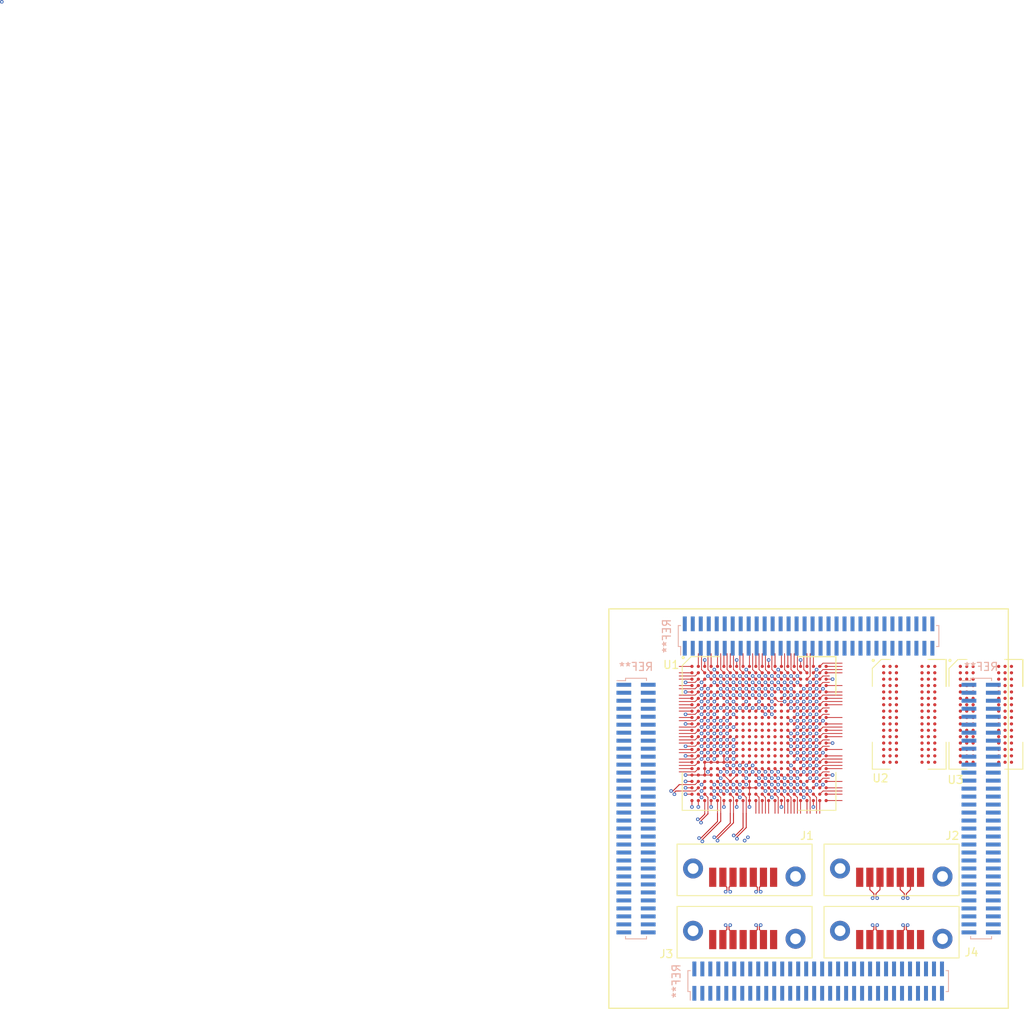
<source format=kicad_pcb>
(kicad_pcb (version 20171130) (host pcbnew "(5.1.0)-1")
  (layers (0 Top signal) (1 Inner_1 signal) (2 Inner_2 signal) (3 Inner_3 signal) (4 Inner_4 signal) (31 Bottom signal) (34 B.Paste user) (35 F.Paste user) (36 B.SilkS user) (37 F.SilkS user) (38 B.Mask user hide) (39 F.Mask user hide) (44 Edge.Cuts user))
  (net 0 "")
  (net 1 "Net-(U1-PadAB22)")
  (net 2 "Net-(U1-PadA22)")
  (net 3 "Net-(U1-PadAB21)")
  (net 4 "Net-(U1-PadA21)")
  (net 5 "Net-(U1-PadAA20)")
  (net 6 "Net-(U1-PadA20)")
  (net 7 "Net-(U1-PadAB19)")
  (net 8 "Net-(U1-PadAA19)")
  (net 9 "Net-(U1-PadY19)")
  (net 10 "Net-(U1-PadV19)")
  (net 11 "Net-(U1-PadU19)")
  (net 12 "Net-(U1-PadE19)")
  (net 13 "Net-(U1-PadC19)")
  (net 14 "Net-(U1-PadB19)")
  (net 15 "Net-(U1-PadA19)")
  (net 16 "Net-(U1-PadAB18)")
  (net 17 "Net-(U1-PadY18)")
  (net 18 "Net-(U1-PadW18)")
  (net 19 "Net-(U1-PadV18)")
  (net 20 "Net-(U1-PadU18)")
  (net 21 "Net-(U1-PadE18)")
  (net 22 "Net-(U1-PadD18)")
  (net 23 "Net-(U1-PadC18)")
  (net 24 "Net-(U1-PadAB17)")
  (net 25 "Net-(U1-PadAA17)")
  (net 26 "Net-(U1-PadY17)")
  (net 27 "Net-(U1-PadW17)")
  (net 28 "Net-(U1-PadU17)")
  (net 29 "Net-(U1-PadT17)")
  (net 30 "Net-(U1-PadR17)")
  (net 31 "Net-(U1-PadG17)")
  (net 32 "Net-(U1-PadF17)")
  (net 33 "Net-(U1-PadE17)")
  (net 34 "Net-(U1-PadD17)")
  (net 35 "Net-(U1-PadB17)")
  (net 36 "Net-(U1-PadA17)")
  (net 37 "Net-(U1-PadAB16)")
  (net 38 "Net-(U1-PadAA16)")
  (net 39 "Net-(U1-PadW16)")
  (net 40 "Net-(U1-PadV16)")
  (net 41 "Net-(U1-PadU16)")
  (net 42 "Net-(U1-PadT16)")
  (net 43 "Net-(U1-PadG16)")
  (net 44 "Net-(U1-PadD16)")
  (net 45 "Net-(U1-PadC16)")
  (net 46 "Net-(U1-PadB16)")
  (net 47 "Net-(U1-PadA16)")
  (net 48 "Net-(U1-PadAA15)")
  (net 49 "Net-(U1-PadY15)")
  (net 50 "Net-(U1-PadW15)")
  (net 51 "Net-(U1-PadV15)")
  (net 52 "Net-(U1-PadE15)")
  (net 53 "Net-(U1-PadD15)")
  (net 54 "Net-(U1-PadC15)")
  (net 55 "Net-(U1-PadA15)")
  (net 56 "Net-(U1-PadAB14)")
  (net 57 "Net-(U1-PadAA14)")
  (net 58 "Net-(U1-PadY14)")
  (net 59 "Net-(U1-PadV14)")
  (net 60 "Net-(U1-PadU14)")
  (net 61 "Net-(U1-PadF14)")
  (net 62 "Net-(U1-PadE14)")
  (net 63 "Net-(U1-PadB14)")
  (net 64 "Net-(U1-PadA14)")
  (net 65 "Net-(U1-PadAB13)")
  (net 66 "Net-(U1-PadY13)")
  (net 67 "Net-(U1-PadW13)")
  (net 68 "Net-(U1-PadV13)")
  (net 69 "Net-(U1-PadU13)")
  (net 70 "Net-(U1-PadE13)")
  (net 71 "Net-(U1-PadD13)")
  (net 72 "Net-(U1-PadC13)")
  (net 73 "Net-(U1-PadB13)")
  (net 74 "Net-(U1-PadAB12)")
  (net 75 "Net-(U1-PadAA12)")
  (net 76 "Net-(U1-PadY12)")
  (net 77 "Net-(U1-PadW12)")
  (net 78 "Net-(U1-PadU12)")
  (net 79 "Net-(U1-PadF12)")
  (net 80 "Net-(U1-PadE12)")
  (net 81 "Net-(U1-PadD12)")
  (net 82 "Net-(U1-PadB12)")
  (net 83 "Net-(U1-PadA12)")
  (net 84 "Net-(U1-PadAB11)")
  (net 85 "Net-(U1-PadAA11)")
  (net 86 "Net-(U1-PadW11)")
  (net 87 "Net-(U1-PadV11)")
  (net 88 "Net-(U1-PadU11)")
  (net 89 "Net-(U1-PadG11)")
  (net 90 "Net-(U1-PadF11)")
  (net 91 "Net-(U1-PadD11)")
  (net 92 "Net-(U1-PadC11)")
  (net 93 "Net-(U1-PadB11)")
  (net 94 "Net-(U1-PadA11)")
  (net 95 "Net-(U1-PadF10)")
  (net 96 "Net-(U1-PadE10)")
  (net 97 "Net-(U1-PadD10)")
  (net 98 "Net-(U1-PadC10)")
  (net 99 "Net-(U1-PadA10)")
  (net 100 "Net-(U1-PadF9)")
  (net 101 "Net-(U1-PadE9)")
  (net 102 "Net-(U1-PadC9)")
  (net 103 "Net-(U1-PadB9)")
  (net 104 "Net-(U1-PadA9)")
  (net 105 "Net-(U1-PadR8)")
  (net 106 "Net-(U1-PadP8)")
  (net 107 "Net-(U1-PadN8)")
  (net 108 "Net-(U1-PadM8)")
  (net 109 "Net-(U1-PadK8)")
  (net 110 "Net-(U1-PadJ8)")
  (net 111 "Net-(U1-PadH8)")
  (net 112 "Net-(U1-PadG8)")
  (net 113 "Net-(U1-PadE8)")
  (net 114 "Net-(U1-PadD8)")
  (net 115 "Net-(U1-PadC8)")
  (net 116 "Net-(U1-PadB8)")
  (net 117 "Net-(U1-PadR7)")
  (net 118 "Net-(U1-PadP7)")
  (net 119 "Net-(U1-PadM7)")
  (net 120 "Net-(U1-PadL7)")
  (net 121 "Net-(U1-PadK7)")
  (net 122 "Net-(U1-PadJ7)")
  (net 123 "Net-(U1-PadG7)")
  (net 124 "Net-(U1-PadF7)")
  (net 125 "Net-(U1-PadE7)")
  (net 126 "Net-(U1-PadD7)")
  (net 127 "Net-(U1-PadB7)")
  (net 128 "Net-(U1-PadA7)")
  (net 129 "Net-(U1-PadP6)")
  (net 130 "Net-(U1-PadN6)")
  (net 131 "Net-(U1-PadM6)")
  (net 132 "Net-(U1-PadL6)")
  (net 133 "Net-(U1-PadJ6)")
  (net 134 "Net-(U1-PadH6)")
  (net 135 "Net-(U1-PadG6)")
  (net 136 "Net-(U1-PadF6)")
  (net 137 "Net-(U1-PadD6)")
  (net 138 "Net-(U1-PadC6)")
  (net 139 "Net-(U1-PadB6)")
  (net 140 "Net-(U1-PadA6)")
  (net 141 "Net-(U1-PadR5)")
  (net 142 "Net-(U1-PadP5)")
  (net 143 "Net-(U1-PadN5)")
  (net 144 "Net-(U1-PadL5)")
  (net 145 "Net-(U1-PadK5)")
  (net 146 "Net-(U1-PadJ5)")
  (net 147 "Net-(U1-PadH5)")
  (net 148 "Net-(U1-PadF5)")
  (net 149 "Net-(U1-PadE5)")
  (net 150 "Net-(U1-PadD5)")
  (net 151 "Net-(U1-PadC5)")
  (net 152 "Net-(U1-PadA5)")
  (net 153 "Net-(U1-PadR4)")
  (net 154 "Net-(U1-PadN4)")
  (net 155 "Net-(U1-PadM4)")
  (net 156 "Net-(U1-PadL4)")
  (net 157 "Net-(U1-PadK4)")
  (net 158 "Net-(U1-PadH4)")
  (net 159 "Net-(U1-PadG4)")
  (net 160 "Net-(U1-PadF4)")
  (net 161 "Net-(U1-PadE4)")
  (net 162 "Net-(U1-PadC4)")
  (net 163 "Net-(U1-PadB4)")
  (net 164 "Net-(U1-PadA4)")
  (net 165 "Net-(U1-PadR3)")
  (net 166 "Net-(U1-PadP3)")
  (net 167 "Net-(U1-PadN3)")
  (net 168 "Net-(U1-PadM3)")
  (net 169 "Net-(U1-PadK3)")
  (net 170 "Net-(U1-PadJ3)")
  (net 171 "Net-(U1-PadH3)")
  (net 172 "Net-(U1-PadG3)")
  (net 173 "Net-(U1-PadE3)")
  (net 174 "Net-(U1-PadD3)")
  (net 175 "Net-(U1-PadC3)")
  (net 176 "Net-(U1-PadB3)")
  (net 177 "Net-(U1-PadU2)")
  (net 178 "Net-(U1-PadT2)")
  (net 179 "Net-(U1-PadR2)")
  (net 180 "Net-(U1-PadP2)")
  (net 181 "Net-(U1-PadM2)")
  (net 182 "Net-(U1-PadL2)")
  (net 183 "Net-(U1-PadK2)")
  (net 184 "Net-(U1-PadJ2)")
  (net 185 "Net-(U1-PadG2)")
  (net 186 "Net-(U1-PadF2)")
  (net 187 "Net-(U1-PadE2)")
  (net 188 "Net-(U1-PadD2)")
  (net 189 "Net-(U1-PadB2)")
  (net 190 "Net-(U1-PadA2)")
  (net 191 "Net-(U1-PadU1)")
  (net 192 "Net-(U1-PadT1)")
  (net 193 "Net-(U1-PadP1)")
  (net 194 "Net-(U1-PadN1)")
  (net 195 "Net-(U1-PadM1)")
  (net 196 "Net-(U1-PadL1)")
  (net 197 "Net-(U1-PadJ1)")
  (net 198 "Net-(U1-PadH1)")
  (net 199 "Net-(U1-PadG1)")
  (net 200 "Net-(U1-PadF1)")
  (net 201 "Net-(U1-PadD1)")
  (net 202 "Net-(U1-PadC1)")
  (net 203 "Net-(U1-PadB1)")
  (net 204 "Net-(U1-PadA1)")
  (net 205 "Net-(U2-PadT9)")
  (net 206 "Net-(U2-PadR9)")
  (net 207 "Net-(U2-PadP9)")
  (net 208 "Net-(U2-PadN9)")
  (net 209 "Net-(U2-PadM9)")
  (net 210 "Net-(U2-PadL9)")
  (net 211 "Net-(U2-PadJ9)")
  (net 212 "Net-(U2-PadH9)")
  (net 213 "Net-(U2-PadG9)")
  (net 214 "Net-(U2-PadF9)")
  (net 215 "Net-(U2-PadE9)")
  (net 216 "Net-(U2-PadD9)")
  (net 217 "Net-(U2-PadC9)")
  (net 218 "Net-(U2-PadB9)")
  (net 219 "Net-(U2-PadA9)")
  (net 220 "Net-(U2-PadL8)")
  (net 221 "Net-(U2-PadK8)")
  (net 222 "Net-(U2-PadJ8)")
  (net 223 "Net-(U2-PadG8)")
  (net 224 "Net-(U2-PadE8)")
  (net 225 "Net-(U2-PadD8)")
  (net 226 "Net-(U2-PadA8)")
  (net 227 "Net-(U2-PadM7)")
  (net 228 "Net-(U2-PadG7)")
  (net 229 "Net-(U2-PadB3)")
  (net 230 "Net-(U2-PadK2)")
  (net 231 "Net-(U2-PadJ2)")
  (net 232 "Net-(U2-PadH2)")
  (net 233 "Net-(U2-PadE2)")
  (net 234 "Net-(U2-PadD2)")
  (net 235 "Net-(U2-PadB2)")
  (net 236 "Net-(U2-PadT1)")
  (net 237 "Net-(U2-PadR1)")
  (net 238 "Net-(U2-PadP1)")
  (net 239 "Net-(U2-PadN1)")
  (net 240 "Net-(U2-PadM1)")
  (net 241 "Net-(U2-PadL1)")
  (net 242 "Net-(U2-PadJ1)")
  (net 243 "Net-(U2-PadG1)")
  (net 244 "Net-(U2-PadF1)")
  (net 245 "Net-(U2-PadE1)")
  (net 246 "Net-(U2-PadD1)")
  (net 247 "Net-(U2-PadC1)")
  (net 248 "Net-(U2-PadB1)")
  (net 249 "Net-(U2-PadA1)")
  (net 250 "Net-(U3-PadT9)")
  (net 251 "Net-(U3-PadR9)")
  (net 252 "Net-(U3-PadP9)")
  (net 253 "Net-(U3-PadN9)")
  (net 254 "Net-(U3-PadM9)")
  (net 255 "Net-(U3-PadL9)")
  (net 256 "Net-(U3-PadJ9)")
  (net 257 "Net-(U3-PadH9)")
  (net 258 "Net-(U3-PadG9)")
  (net 259 "Net-(U3-PadF9)")
  (net 260 "Net-(U3-PadE9)")
  (net 261 "Net-(U3-PadD9)")
  (net 262 "Net-(U3-PadC9)")
  (net 263 "Net-(U3-PadB9)")
  (net 264 "Net-(U3-PadA9)")
  (net 265 "Net-(U3-PadL8)")
  (net 266 "Net-(U3-PadK8)")
  (net 267 "Net-(U3-PadJ8)")
  (net 268 "Net-(U3-PadG8)")
  (net 269 "Net-(U3-PadE8)")
  (net 270 "Net-(U3-PadD8)")
  (net 271 "Net-(U3-PadA8)")
  (net 272 "Net-(U3-PadM7)")
  (net 273 "Net-(U3-PadG7)")
  (net 274 "Net-(U3-PadB3)")
  (net 275 "Net-(U3-PadK2)")
  (net 276 "Net-(U3-PadJ2)")
  (net 277 "Net-(U3-PadH2)")
  (net 278 "Net-(U3-PadE2)")
  (net 279 "Net-(U3-PadD2)")
  (net 280 "Net-(U3-PadB2)")
  (net 281 "Net-(U3-PadT1)")
  (net 282 "Net-(U3-PadR1)")
  (net 283 "Net-(U3-PadP1)")
  (net 284 "Net-(U3-PadN1)")
  (net 285 "Net-(U3-PadM1)")
  (net 286 "Net-(U3-PadL1)")
  (net 287 "Net-(U3-PadJ1)")
  (net 288 "Net-(U3-PadG1)")
  (net 289 "Net-(U3-PadF1)")
  (net 290 "Net-(U3-PadE1)")
  (net 291 "Net-(U3-PadD1)")
  (net 292 "Net-(U3-PadC1)")
  (net 293 "Net-(U3-PadB1)")
  (net 294 "Net-(U3-PadA1)")
  (net 295 /DQ26)
  (net 296 /DQ31)
  (net 297 /DQ28)
  (net 298 /DQ25)
  (net 299 /DQ19)
  (net 300 /DQ23)
  (net 301 /DM2)
  (net 302 /DQ16)
  (net 303 /DQ10)
  (net 304 /DQ13)
  (net 305 /DQ14)
  (net 306 /DQ9)
  (net 307 /DQ7)
  (net 308 /DQ5)
  (net 309 /DQ0)
  (net 310 /DM0)
  (net 311 /DM3)
  (net 312 /DQS3N)
  (net 313 /DQS3P)
  (net 314 /DQ27)
  (net 315 /DQ21)
  (net 316 /DQS2N)
  (net 317 /DQS2P)
  (net 318 /DQ22)
  (net 319 /DQ11)
  (net 320 /DQS1N)
  (net 321 /DQS1P)
  (net 322 /DQ8)
  (net 323 /DQ6)
  (net 324 /DQS0N)
  (net 325 /DQS0P)
  (net 326 /DQ2)
  (net 327 /DQ24)
  (net 328 /DQ29)
  (net 329 /DQ30)
  (net 330 /DQ17)
  (net 331 /DQ20)
  (net 332 /CAS)
  (net 333 /DQ18)
  (net 334 /DQ12)
  (net 335 /DQ15)
  (net 336 /A10)
  (net 337 /DM1)
  (net 338 /DDR_RST)
  (net 339 /DQ4)
  (net 340 /DQ3)
  (net 341 /DQ1)
  (net 342 /DDR_CKE)
  (net 343 /WE)
  (net 344 /DDR_CKP)
  (net 345 /A0)
  (net 346 /A3)
  (net 347 /A2)
  (net 348 /A12)
  (net 349 /A14)
  (net 350 /A13)
  (net 351 /RAS)
  (net 352 /DDR_ODT)
  (net 353 /DDR_CKN)
  (net 354 /A1)
  (net 355 /A5)
  (net 356 /A8)
  (net 357 /A9)
  (net 358 /A11)
  (net 359 /DDR_CS)
  (net 360 /BA2)
  (net 361 /BA1)
  (net 362 /A4)
  (net 363 /A7)
  (net 364 /DDR_VREF)
  (net 365 /BA0)
  (net 366 /A6)
  (net 367 "Net-(J1-Pad7)")
  (net 368 "Net-(J1-Pad4)")
  (net 369 "Net-(J1-Pad1)")
  (net 370 "Net-(J2-Pad7)")
  (net 371 "Net-(J2-Pad4)")
  (net 372 "Net-(J2-Pad1)")
  (net 373 "Net-(J3-Pad7)")
  (net 374 "Net-(J3-Pad4)")
  (net 375 "Net-(J3-Pad1)")
  (net 376 "Net-(J4-Pad7)")
  (net 377 "Net-(J4-Pad4)")
  (net 378 "Net-(J4-Pad1)")
  (net 379 /VCC)
  (net 380 GND)
  (net 381 /POR)
  (net 382 /DVRP)
  (net 383 /DVRN)
  (net 384 /CLK)
  (net 385 /MVR)
  (net 386 /BAT)
  (net 387 /SRST)
  (net 388 /X8)
  (net 389 /X6)
  (net 390 /X3)
  (net 391 /X1)
  (net 392 /X7)
  (net 393 /X4)
  (net 394 /X5)
  (net 395 /X2)
  (net 396 /JT1)
  (net 397 /PR1)
  (net 398 /PR3)
  (net 399 /JT4)
  (net 400 /MCLK0N)
  (net 401 /MCLK0P)
  (net 402 /PR4)
  (net 403 /JT2)
  (net 404 /JT3)
  (net 405 /PR2)
  (net 406 /MCAL)
  (net 407 /MVREF)
  (net 408 /MCLK1N)
  (net 409 /MCLK1P)
  (net 410 /RX0N)
  (net 411 /RX0P)
  (net 412 /TX0N)
  (net 413 /TX0P)
  (net 414 /RX1N)
  (net 415 /RX1P)
  (net 416 /TX1N)
  (net 417 /TX1P)
  (net 418 /RX2N)
  (net 419 /RX2P)
  (net 420 /TX2N)
  (net 421 /TX2P)
  (net 422 /RX3N)
  (net 423 /RX3P)
  (net 424 /TX3N)
  (net 425 /TX3P)
  (module Connector_PinSocket_1.00mm:PinSocket_2x32_P1.00mm_Vertical_SMD (layer Bottom) (at 125 103.4 270)
    (fp_text reference REF** (at 0 17.75 270) (layer B.SilkS) (effects (justify mirror)))
    (fp_text value PinSocket_2x32_P1.00mm_Vertical_SMD)
    (pad 64 smd rect (at -1.525 -15.5 270) (size 1.85 0.5) (layers Bottom B.Paste B.Mask))
    (pad 63 smd rect (at 1.525 -15.5 270) (size 1.85 0.5) (layers Bottom B.Paste B.Mask))
    (pad 62 smd rect (at -1.525 -14.5 270) (size 1.85 0.5) (layers Bottom B.Paste B.Mask))
    (pad 61 smd rect (at 1.525 -14.5 270) (size 1.85 0.5) (layers Bottom B.Paste B.Mask))
    (pad 60 smd rect (at -1.525 -13.5 270) (size 1.85 0.5) (layers Bottom B.Paste B.Mask))
    (pad 59 smd rect (at 1.525 -13.5 270) (size 1.85 0.5) (layers Bottom B.Paste B.Mask))
    (pad 58 smd rect (at -1.525 -12.5 270) (size 1.85 0.5) (layers Bottom B.Paste B.Mask))
    (pad 57 smd rect (at 1.525 -12.5 270) (size 1.85 0.5) (layers Bottom B.Paste B.Mask))
    (pad 56 smd rect (at -1.525 -11.5 270) (size 1.85 0.5) (layers Bottom B.Paste B.Mask))
    (pad 55 smd rect (at 1.525 -11.5 270) (size 1.85 0.5) (layers Bottom B.Paste B.Mask))
    (pad 54 smd rect (at -1.525 -10.5 270) (size 1.85 0.5) (layers Bottom B.Paste B.Mask))
    (pad 53 smd rect (at 1.525 -10.5 270) (size 1.85 0.5) (layers Bottom B.Paste B.Mask))
    (pad 52 smd rect (at -1.525 -9.5 270) (size 1.85 0.5) (layers Bottom B.Paste B.Mask))
    (pad 51 smd rect (at 1.525 -9.5 270) (size 1.85 0.5) (layers Bottom B.Paste B.Mask))
    (pad 50 smd rect (at -1.525 -8.5 270) (size 1.85 0.5) (layers Bottom B.Paste B.Mask))
    (pad 49 smd rect (at 1.525 -8.5 270) (size 1.85 0.5) (layers Bottom B.Paste B.Mask))
    (pad 48 smd rect (at -1.525 -7.5 270) (size 1.85 0.5) (layers Bottom B.Paste B.Mask))
    (pad 47 smd rect (at 1.525 -7.5 270) (size 1.85 0.5) (layers Bottom B.Paste B.Mask))
    (pad 46 smd rect (at -1.525 -6.5 270) (size 1.85 0.5) (layers Bottom B.Paste B.Mask))
    (pad 45 smd rect (at 1.525 -6.5 270) (size 1.85 0.5) (layers Bottom B.Paste B.Mask))
    (pad 44 smd rect (at -1.525 -5.5 270) (size 1.85 0.5) (layers Bottom B.Paste B.Mask))
    (pad 43 smd rect (at 1.525 -5.5 270) (size 1.85 0.5) (layers Bottom B.Paste B.Mask))
    (pad 42 smd rect (at -1.525 -4.5 270) (size 1.85 0.5) (layers Bottom B.Paste B.Mask))
    (pad 41 smd rect (at 1.525 -4.5 270) (size 1.85 0.5) (layers Bottom B.Paste B.Mask))
    (pad 40 smd rect (at -1.525 -3.5 270) (size 1.85 0.5) (layers Bottom B.Paste B.Mask))
    (pad 39 smd rect (at 1.525 -3.5 270) (size 1.85 0.5) (layers Bottom B.Paste B.Mask))
    (pad 38 smd rect (at -1.525 -2.5 270) (size 1.85 0.5) (layers Bottom B.Paste B.Mask))
    (pad 37 smd rect (at 1.525 -2.5 270) (size 1.85 0.5) (layers Bottom B.Paste B.Mask))
    (pad 36 smd rect (at -1.525 -1.5 270) (size 1.85 0.5) (layers Bottom B.Paste B.Mask))
    (pad 35 smd rect (at 1.525 -1.5 270) (size 1.85 0.5) (layers Bottom B.Paste B.Mask))
    (pad 34 smd rect (at -1.525 -0.5 270) (size 1.85 0.5) (layers Bottom B.Paste B.Mask))
    (pad 33 smd rect (at 1.525 -0.5 270) (size 1.85 0.5) (layers Bottom B.Paste B.Mask))
    (pad 32 smd rect (at -1.525 0.5 270) (size 1.85 0.5) (layers Bottom B.Paste B.Mask))
    (pad 31 smd rect (at 1.525 0.5 270) (size 1.85 0.5) (layers Bottom B.Paste B.Mask))
    (pad 30 smd rect (at -1.525 1.5 270) (size 1.85 0.5) (layers Bottom B.Paste B.Mask))
    (pad 29 smd rect (at 1.525 1.5 270) (size 1.85 0.5) (layers Bottom B.Paste B.Mask))
    (pad 28 smd rect (at -1.525 2.5 270) (size 1.85 0.5) (layers Bottom B.Paste B.Mask))
    (pad 27 smd rect (at 1.525 2.5 270) (size 1.85 0.5) (layers Bottom B.Paste B.Mask))
    (pad 26 smd rect (at -1.525 3.5 270) (size 1.85 0.5) (layers Bottom B.Paste B.Mask))
    (pad 25 smd rect (at 1.525 3.5 270) (size 1.85 0.5) (layers Bottom B.Paste B.Mask))
    (pad 24 smd rect (at -1.525 4.5 270) (size 1.85 0.5) (layers Bottom B.Paste B.Mask))
    (pad 23 smd rect (at 1.525 4.5 270) (size 1.85 0.5) (layers Bottom B.Paste B.Mask))
    (pad 22 smd rect (at -1.525 5.5 270) (size 1.85 0.5) (layers Bottom B.Paste B.Mask))
    (pad 21 smd rect (at 1.525 5.5 270) (size 1.85 0.5) (layers Bottom B.Paste B.Mask))
    (pad 20 smd rect (at -1.525 6.5 270) (size 1.85 0.5) (layers Bottom B.Paste B.Mask))
    (pad 19 smd rect (at 1.525 6.5 270) (size 1.85 0.5) (layers Bottom B.Paste B.Mask))
    (pad 18 smd rect (at -1.525 7.5 270) (size 1.85 0.5) (layers Bottom B.Paste B.Mask))
    (pad 17 smd rect (at 1.525 7.5 270) (size 1.85 0.5) (layers Bottom B.Paste B.Mask))
    (pad 16 smd rect (at -1.525 8.5 270) (size 1.85 0.5) (layers Bottom B.Paste B.Mask))
    (pad 15 smd rect (at 1.525 8.5 270) (size 1.85 0.5) (layers Bottom B.Paste B.Mask))
    (pad 14 smd rect (at -1.525 9.5 270) (size 1.85 0.5) (layers Bottom B.Paste B.Mask))
    (pad 13 smd rect (at 1.525 9.5 270) (size 1.85 0.5) (layers Bottom B.Paste B.Mask))
    (pad 12 smd rect (at -1.525 10.5 270) (size 1.85 0.5) (layers Bottom B.Paste B.Mask))
    (pad 11 smd rect (at 1.525 10.5 270) (size 1.85 0.5) (layers Bottom B.Paste B.Mask))
    (pad 10 smd rect (at -1.525 11.5 270) (size 1.85 0.5) (layers Bottom B.Paste B.Mask))
    (pad 9 smd rect (at 1.525 11.5 270) (size 1.85 0.5) (layers Bottom B.Paste B.Mask))
    (pad 8 smd rect (at -1.525 12.5 270) (size 1.85 0.5) (layers Bottom B.Paste B.Mask))
    (pad 7 smd rect (at 1.525 12.5 270) (size 1.85 0.5) (layers Bottom B.Paste B.Mask))
    (pad 6 smd rect (at -1.525 13.5 270) (size 1.85 0.5) (layers Bottom B.Paste B.Mask))
    (pad 5 smd rect (at 1.525 13.5 270) (size 1.85 0.5) (layers Bottom B.Paste B.Mask))
    (pad 4 smd rect (at -1.525 14.5 270) (size 1.85 0.5) (layers Bottom B.Paste B.Mask))
    (pad 3 smd rect (at 1.525 14.5 270) (size 1.85 0.5) (layers Bottom B.Paste B.Mask))
    (pad 2 smd rect (at -1.525 15.5 270) (size 1.85 0.5) (layers Bottom B.Paste B.Mask))
    (pad 1 smd rect (at 1.525 15.5 270) (size 1.85 0.5) (layers Bottom B.Paste B.Mask))
  )
  (module Connector_PinSocket_1.00mm:PinSocket_2x32_P1.00mm_Vertical_SMD (layer Bottom) (at 146.6 125 180)
    (fp_text reference REF** (at 0 17.75 180) (layer B.SilkS) (effects (justify mirror)))
    (fp_text value PinSocket_2x32_P1.00mm_Vertical_SMD)
    (pad 64 smd rect (at -1.525 -15.5 180) (size 1.85 0.5) (layers Bottom B.Paste B.Mask))
    (pad 63 smd rect (at 1.525 -15.5 180) (size 1.85 0.5) (layers Bottom B.Paste B.Mask))
    (pad 62 smd rect (at -1.525 -14.5 180) (size 1.85 0.5) (layers Bottom B.Paste B.Mask))
    (pad 61 smd rect (at 1.525 -14.5 180) (size 1.85 0.5) (layers Bottom B.Paste B.Mask))
    (pad 60 smd rect (at -1.525 -13.5 180) (size 1.85 0.5) (layers Bottom B.Paste B.Mask))
    (pad 59 smd rect (at 1.525 -13.5 180) (size 1.85 0.5) (layers Bottom B.Paste B.Mask))
    (pad 58 smd rect (at -1.525 -12.5 180) (size 1.85 0.5) (layers Bottom B.Paste B.Mask))
    (pad 57 smd rect (at 1.525 -12.5 180) (size 1.85 0.5) (layers Bottom B.Paste B.Mask))
    (pad 56 smd rect (at -1.525 -11.5 180) (size 1.85 0.5) (layers Bottom B.Paste B.Mask))
    (pad 55 smd rect (at 1.525 -11.5 180) (size 1.85 0.5) (layers Bottom B.Paste B.Mask))
    (pad 54 smd rect (at -1.525 -10.5 180) (size 1.85 0.5) (layers Bottom B.Paste B.Mask))
    (pad 53 smd rect (at 1.525 -10.5 180) (size 1.85 0.5) (layers Bottom B.Paste B.Mask))
    (pad 52 smd rect (at -1.525 -9.5 180) (size 1.85 0.5) (layers Bottom B.Paste B.Mask))
    (pad 51 smd rect (at 1.525 -9.5 180) (size 1.85 0.5) (layers Bottom B.Paste B.Mask))
    (pad 50 smd rect (at -1.525 -8.5 180) (size 1.85 0.5) (layers Bottom B.Paste B.Mask))
    (pad 49 smd rect (at 1.525 -8.5 180) (size 1.85 0.5) (layers Bottom B.Paste B.Mask))
    (pad 48 smd rect (at -1.525 -7.5 180) (size 1.85 0.5) (layers Bottom B.Paste B.Mask))
    (pad 47 smd rect (at 1.525 -7.5 180) (size 1.85 0.5) (layers Bottom B.Paste B.Mask))
    (pad 46 smd rect (at -1.525 -6.5 180) (size 1.85 0.5) (layers Bottom B.Paste B.Mask))
    (pad 45 smd rect (at 1.525 -6.5 180) (size 1.85 0.5) (layers Bottom B.Paste B.Mask))
    (pad 44 smd rect (at -1.525 -5.5 180) (size 1.85 0.5) (layers Bottom B.Paste B.Mask))
    (pad 43 smd rect (at 1.525 -5.5 180) (size 1.85 0.5) (layers Bottom B.Paste B.Mask))
    (pad 42 smd rect (at -1.525 -4.5 180) (size 1.85 0.5) (layers Bottom B.Paste B.Mask))
    (pad 41 smd rect (at 1.525 -4.5 180) (size 1.85 0.5) (layers Bottom B.Paste B.Mask))
    (pad 40 smd rect (at -1.525 -3.5 180) (size 1.85 0.5) (layers Bottom B.Paste B.Mask))
    (pad 39 smd rect (at 1.525 -3.5 180) (size 1.85 0.5) (layers Bottom B.Paste B.Mask))
    (pad 38 smd rect (at -1.525 -2.5 180) (size 1.85 0.5) (layers Bottom B.Paste B.Mask))
    (pad 37 smd rect (at 1.525 -2.5 180) (size 1.85 0.5) (layers Bottom B.Paste B.Mask))
    (pad 36 smd rect (at -1.525 -1.5 180) (size 1.85 0.5) (layers Bottom B.Paste B.Mask))
    (pad 35 smd rect (at 1.525 -1.5 180) (size 1.85 0.5) (layers Bottom B.Paste B.Mask))
    (pad 34 smd rect (at -1.525 -0.5 180) (size 1.85 0.5) (layers Bottom B.Paste B.Mask))
    (pad 33 smd rect (at 1.525 -0.5 180) (size 1.85 0.5) (layers Bottom B.Paste B.Mask))
    (pad 32 smd rect (at -1.525 0.5 180) (size 1.85 0.5) (layers Bottom B.Paste B.Mask))
    (pad 31 smd rect (at 1.525 0.5 180) (size 1.85 0.5) (layers Bottom B.Paste B.Mask))
    (pad 30 smd rect (at -1.525 1.5 180) (size 1.85 0.5) (layers Bottom B.Paste B.Mask))
    (pad 29 smd rect (at 1.525 1.5 180) (size 1.85 0.5) (layers Bottom B.Paste B.Mask))
    (pad 28 smd rect (at -1.525 2.5 180) (size 1.85 0.5) (layers Bottom B.Paste B.Mask))
    (pad 27 smd rect (at 1.525 2.5 180) (size 1.85 0.5) (layers Bottom B.Paste B.Mask))
    (pad 26 smd rect (at -1.525 3.5 180) (size 1.85 0.5) (layers Bottom B.Paste B.Mask))
    (pad 25 smd rect (at 1.525 3.5 180) (size 1.85 0.5) (layers Bottom B.Paste B.Mask))
    (pad 24 smd rect (at -1.525 4.5 180) (size 1.85 0.5) (layers Bottom B.Paste B.Mask))
    (pad 23 smd rect (at 1.525 4.5 180) (size 1.85 0.5) (layers Bottom B.Paste B.Mask))
    (pad 22 smd rect (at -1.525 5.5 180) (size 1.85 0.5) (layers Bottom B.Paste B.Mask))
    (pad 21 smd rect (at 1.525 5.5 180) (size 1.85 0.5) (layers Bottom B.Paste B.Mask))
    (pad 20 smd rect (at -1.525 6.5 180) (size 1.85 0.5) (layers Bottom B.Paste B.Mask))
    (pad 19 smd rect (at 1.525 6.5 180) (size 1.85 0.5) (layers Bottom B.Paste B.Mask))
    (pad 18 smd rect (at -1.525 7.5 180) (size 1.85 0.5) (layers Bottom B.Paste B.Mask))
    (pad 17 smd rect (at 1.525 7.5 180) (size 1.85 0.5) (layers Bottom B.Paste B.Mask))
    (pad 16 smd rect (at -1.525 8.5 180) (size 1.85 0.5) (layers Bottom B.Paste B.Mask))
    (pad 15 smd rect (at 1.525 8.5 180) (size 1.85 0.5) (layers Bottom B.Paste B.Mask))
    (pad 14 smd rect (at -1.525 9.5 180) (size 1.85 0.5) (layers Bottom B.Paste B.Mask))
    (pad 13 smd rect (at 1.525 9.5 180) (size 1.85 0.5) (layers Bottom B.Paste B.Mask))
    (pad 12 smd rect (at -1.525 10.5 180) (size 1.85 0.5) (layers Bottom B.Paste B.Mask))
    (pad 11 smd rect (at 1.525 10.5 180) (size 1.85 0.5) (layers Bottom B.Paste B.Mask))
    (pad 10 smd rect (at -1.525 11.5 180) (size 1.85 0.5) (layers Bottom B.Paste B.Mask))
    (pad 9 smd rect (at 1.525 11.5 180) (size 1.85 0.5) (layers Bottom B.Paste B.Mask))
    (pad 8 smd rect (at -1.525 12.5 180) (size 1.85 0.5) (layers Bottom B.Paste B.Mask))
    (pad 7 smd rect (at 1.525 12.5 180) (size 1.85 0.5) (layers Bottom B.Paste B.Mask))
    (pad 6 smd rect (at -1.525 13.5 180) (size 1.85 0.5) (layers Bottom B.Paste B.Mask))
    (pad 5 smd rect (at 1.525 13.5 180) (size 1.85 0.5) (layers Bottom B.Paste B.Mask))
    (pad 4 smd rect (at -1.525 14.5 180) (size 1.85 0.5) (layers Bottom B.Paste B.Mask))
    (pad 3 smd rect (at 1.525 14.5 180) (size 1.85 0.5) (layers Bottom B.Paste B.Mask))
    (pad 2 smd rect (at -1.525 15.5 180) (size 1.85 0.5) (layers Bottom B.Paste B.Mask))
    (pad 1 smd rect (at 1.525 15.5 180) (size 1.85 0.5) (layers Bottom B.Paste B.Mask))
  )
  (module Connector_PinSocket_1.00mm:PinSocket_2x32_P1.00mm_Vertical_SMD (layer Bottom) (at 126.2 146.6 270)
    (fp_text reference REF** (at 0 17.75 270) (layer B.SilkS) (effects (justify mirror)))
    (fp_text value PinSocket_2x32_P1.00mm_Vertical_SMD)
    (pad 64 smd rect (at -1.525 -15.5 270) (size 1.85 0.5) (layers Bottom B.Paste B.Mask))
    (pad 63 smd rect (at 1.525 -15.5 270) (size 1.85 0.5) (layers Bottom B.Paste B.Mask))
    (pad 62 smd rect (at -1.525 -14.5 270) (size 1.85 0.5) (layers Bottom B.Paste B.Mask))
    (pad 61 smd rect (at 1.525 -14.5 270) (size 1.85 0.5) (layers Bottom B.Paste B.Mask))
    (pad 60 smd rect (at -1.525 -13.5 270) (size 1.85 0.5) (layers Bottom B.Paste B.Mask))
    (pad 59 smd rect (at 1.525 -13.5 270) (size 1.85 0.5) (layers Bottom B.Paste B.Mask))
    (pad 58 smd rect (at -1.525 -12.5 270) (size 1.85 0.5) (layers Bottom B.Paste B.Mask))
    (pad 57 smd rect (at 1.525 -12.5 270) (size 1.85 0.5) (layers Bottom B.Paste B.Mask))
    (pad 56 smd rect (at -1.525 -11.5 270) (size 1.85 0.5) (layers Bottom B.Paste B.Mask))
    (pad 55 smd rect (at 1.525 -11.5 270) (size 1.85 0.5) (layers Bottom B.Paste B.Mask))
    (pad 54 smd rect (at -1.525 -10.5 270) (size 1.85 0.5) (layers Bottom B.Paste B.Mask))
    (pad 53 smd rect (at 1.525 -10.5 270) (size 1.85 0.5) (layers Bottom B.Paste B.Mask))
    (pad 52 smd rect (at -1.525 -9.5 270) (size 1.85 0.5) (layers Bottom B.Paste B.Mask))
    (pad 51 smd rect (at 1.525 -9.5 270) (size 1.85 0.5) (layers Bottom B.Paste B.Mask))
    (pad 50 smd rect (at -1.525 -8.5 270) (size 1.85 0.5) (layers Bottom B.Paste B.Mask))
    (pad 49 smd rect (at 1.525 -8.5 270) (size 1.85 0.5) (layers Bottom B.Paste B.Mask))
    (pad 48 smd rect (at -1.525 -7.5 270) (size 1.85 0.5) (layers Bottom B.Paste B.Mask))
    (pad 47 smd rect (at 1.525 -7.5 270) (size 1.85 0.5) (layers Bottom B.Paste B.Mask))
    (pad 46 smd rect (at -1.525 -6.5 270) (size 1.85 0.5) (layers Bottom B.Paste B.Mask))
    (pad 45 smd rect (at 1.525 -6.5 270) (size 1.85 0.5) (layers Bottom B.Paste B.Mask))
    (pad 44 smd rect (at -1.525 -5.5 270) (size 1.85 0.5) (layers Bottom B.Paste B.Mask))
    (pad 43 smd rect (at 1.525 -5.5 270) (size 1.85 0.5) (layers Bottom B.Paste B.Mask))
    (pad 42 smd rect (at -1.525 -4.5 270) (size 1.85 0.5) (layers Bottom B.Paste B.Mask))
    (pad 41 smd rect (at 1.525 -4.5 270) (size 1.85 0.5) (layers Bottom B.Paste B.Mask))
    (pad 40 smd rect (at -1.525 -3.5 270) (size 1.85 0.5) (layers Bottom B.Paste B.Mask))
    (pad 39 smd rect (at 1.525 -3.5 270) (size 1.85 0.5) (layers Bottom B.Paste B.Mask))
    (pad 38 smd rect (at -1.525 -2.5 270) (size 1.85 0.5) (layers Bottom B.Paste B.Mask))
    (pad 37 smd rect (at 1.525 -2.5 270) (size 1.85 0.5) (layers Bottom B.Paste B.Mask))
    (pad 36 smd rect (at -1.525 -1.5 270) (size 1.85 0.5) (layers Bottom B.Paste B.Mask))
    (pad 35 smd rect (at 1.525 -1.5 270) (size 1.85 0.5) (layers Bottom B.Paste B.Mask))
    (pad 34 smd rect (at -1.525 -0.5 270) (size 1.85 0.5) (layers Bottom B.Paste B.Mask))
    (pad 33 smd rect (at 1.525 -0.5 270) (size 1.85 0.5) (layers Bottom B.Paste B.Mask))
    (pad 32 smd rect (at -1.525 0.5 270) (size 1.85 0.5) (layers Bottom B.Paste B.Mask))
    (pad 31 smd rect (at 1.525 0.5 270) (size 1.85 0.5) (layers Bottom B.Paste B.Mask))
    (pad 30 smd rect (at -1.525 1.5 270) (size 1.85 0.5) (layers Bottom B.Paste B.Mask))
    (pad 29 smd rect (at 1.525 1.5 270) (size 1.85 0.5) (layers Bottom B.Paste B.Mask))
    (pad 28 smd rect (at -1.525 2.5 270) (size 1.85 0.5) (layers Bottom B.Paste B.Mask))
    (pad 27 smd rect (at 1.525 2.5 270) (size 1.85 0.5) (layers Bottom B.Paste B.Mask))
    (pad 26 smd rect (at -1.525 3.5 270) (size 1.85 0.5) (layers Bottom B.Paste B.Mask))
    (pad 25 smd rect (at 1.525 3.5 270) (size 1.85 0.5) (layers Bottom B.Paste B.Mask))
    (pad 24 smd rect (at -1.525 4.5 270) (size 1.85 0.5) (layers Bottom B.Paste B.Mask))
    (pad 23 smd rect (at 1.525 4.5 270) (size 1.85 0.5) (layers Bottom B.Paste B.Mask))
    (pad 22 smd rect (at -1.525 5.5 270) (size 1.85 0.5) (layers Bottom B.Paste B.Mask))
    (pad 21 smd rect (at 1.525 5.5 270) (size 1.85 0.5) (layers Bottom B.Paste B.Mask))
    (pad 20 smd rect (at -1.525 6.5 270) (size 1.85 0.5) (layers Bottom B.Paste B.Mask))
    (pad 19 smd rect (at 1.525 6.5 270) (size 1.85 0.5) (layers Bottom B.Paste B.Mask))
    (pad 18 smd rect (at -1.525 7.5 270) (size 1.85 0.5) (layers Bottom B.Paste B.Mask))
    (pad 17 smd rect (at 1.525 7.5 270) (size 1.85 0.5) (layers Bottom B.Paste B.Mask))
    (pad 16 smd rect (at -1.525 8.5 270) (size 1.85 0.5) (layers Bottom B.Paste B.Mask))
    (pad 15 smd rect (at 1.525 8.5 270) (size 1.85 0.5) (layers Bottom B.Paste B.Mask))
    (pad 14 smd rect (at -1.525 9.5 270) (size 1.85 0.5) (layers Bottom B.Paste B.Mask))
    (pad 13 smd rect (at 1.525 9.5 270) (size 1.85 0.5) (layers Bottom B.Paste B.Mask))
    (pad 12 smd rect (at -1.525 10.5 270) (size 1.85 0.5) (layers Bottom B.Paste B.Mask))
    (pad 11 smd rect (at 1.525 10.5 270) (size 1.85 0.5) (layers Bottom B.Paste B.Mask))
    (pad 10 smd rect (at -1.525 11.5 270) (size 1.85 0.5) (layers Bottom B.Paste B.Mask))
    (pad 9 smd rect (at 1.525 11.5 270) (size 1.85 0.5) (layers Bottom B.Paste B.Mask))
    (pad 8 smd rect (at -1.525 12.5 270) (size 1.85 0.5) (layers Bottom B.Paste B.Mask))
    (pad 7 smd rect (at 1.525 12.5 270) (size 1.85 0.5) (layers Bottom B.Paste B.Mask))
    (pad 6 smd rect (at -1.525 13.5 270) (size 1.85 0.5) (layers Bottom B.Paste B.Mask))
    (pad 5 smd rect (at 1.525 13.5 270) (size 1.85 0.5) (layers Bottom B.Paste B.Mask))
    (pad 4 smd rect (at -1.525 14.5 270) (size 1.85 0.5) (layers Bottom B.Paste B.Mask))
    (pad 3 smd rect (at 1.525 14.5 270) (size 1.85 0.5) (layers Bottom B.Paste B.Mask))
    (pad 2 smd rect (at -1.525 15.5 270) (size 1.85 0.5) (layers Bottom B.Paste B.Mask))
    (pad 1 smd rect (at 1.525 15.5 270) (size 1.85 0.5) (layers Bottom B.Paste B.Mask))
  )
  (module Connector_PinSocket_1.00mm:PinSocket_2x32_P1.00mm_Vertical_SMD (layer Bottom) (at 103.4 125 180)
    (fp_text reference REF** (at 0 17.75 180) (layer B.SilkS) (effects (justify mirror)))
    (fp_text value PinSocket_2x32_P1.00mm_Vertical_SMD)
    (pad 64 smd rect (at -1.525 -15.5 180) (size 1.85 0.5) (layers Bottom B.Paste B.Mask))
    (pad 63 smd rect (at 1.525 -15.5 180) (size 1.85 0.5) (layers Bottom B.Paste B.Mask))
    (pad 62 smd rect (at -1.525 -14.5 180) (size 1.85 0.5) (layers Bottom B.Paste B.Mask))
    (pad 61 smd rect (at 1.525 -14.5 180) (size 1.85 0.5) (layers Bottom B.Paste B.Mask))
    (pad 60 smd rect (at -1.525 -13.5 180) (size 1.85 0.5) (layers Bottom B.Paste B.Mask))
    (pad 59 smd rect (at 1.525 -13.5 180) (size 1.85 0.5) (layers Bottom B.Paste B.Mask))
    (pad 58 smd rect (at -1.525 -12.5 180) (size 1.85 0.5) (layers Bottom B.Paste B.Mask))
    (pad 57 smd rect (at 1.525 -12.5 180) (size 1.85 0.5) (layers Bottom B.Paste B.Mask))
    (pad 56 smd rect (at -1.525 -11.5 180) (size 1.85 0.5) (layers Bottom B.Paste B.Mask))
    (pad 55 smd rect (at 1.525 -11.5 180) (size 1.85 0.5) (layers Bottom B.Paste B.Mask))
    (pad 54 smd rect (at -1.525 -10.5 180) (size 1.85 0.5) (layers Bottom B.Paste B.Mask))
    (pad 53 smd rect (at 1.525 -10.5 180) (size 1.85 0.5) (layers Bottom B.Paste B.Mask))
    (pad 52 smd rect (at -1.525 -9.5 180) (size 1.85 0.5) (layers Bottom B.Paste B.Mask))
    (pad 51 smd rect (at 1.525 -9.5 180) (size 1.85 0.5) (layers Bottom B.Paste B.Mask))
    (pad 50 smd rect (at -1.525 -8.5 180) (size 1.85 0.5) (layers Bottom B.Paste B.Mask))
    (pad 49 smd rect (at 1.525 -8.5 180) (size 1.85 0.5) (layers Bottom B.Paste B.Mask))
    (pad 48 smd rect (at -1.525 -7.5 180) (size 1.85 0.5) (layers Bottom B.Paste B.Mask))
    (pad 47 smd rect (at 1.525 -7.5 180) (size 1.85 0.5) (layers Bottom B.Paste B.Mask))
    (pad 46 smd rect (at -1.525 -6.5 180) (size 1.85 0.5) (layers Bottom B.Paste B.Mask))
    (pad 45 smd rect (at 1.525 -6.5 180) (size 1.85 0.5) (layers Bottom B.Paste B.Mask))
    (pad 44 smd rect (at -1.525 -5.5 180) (size 1.85 0.5) (layers Bottom B.Paste B.Mask))
    (pad 43 smd rect (at 1.525 -5.5 180) (size 1.85 0.5) (layers Bottom B.Paste B.Mask))
    (pad 42 smd rect (at -1.525 -4.5 180) (size 1.85 0.5) (layers Bottom B.Paste B.Mask))
    (pad 41 smd rect (at 1.525 -4.5 180) (size 1.85 0.5) (layers Bottom B.Paste B.Mask))
    (pad 40 smd rect (at -1.525 -3.5 180) (size 1.85 0.5) (layers Bottom B.Paste B.Mask))
    (pad 39 smd rect (at 1.525 -3.5 180) (size 1.85 0.5) (layers Bottom B.Paste B.Mask))
    (pad 38 smd rect (at -1.525 -2.5 180) (size 1.85 0.5) (layers Bottom B.Paste B.Mask))
    (pad 37 smd rect (at 1.525 -2.5 180) (size 1.85 0.5) (layers Bottom B.Paste B.Mask))
    (pad 36 smd rect (at -1.525 -1.5 180) (size 1.85 0.5) (layers Bottom B.Paste B.Mask))
    (pad 35 smd rect (at 1.525 -1.5 180) (size 1.85 0.5) (layers Bottom B.Paste B.Mask))
    (pad 34 smd rect (at -1.525 -0.5 180) (size 1.85 0.5) (layers Bottom B.Paste B.Mask))
    (pad 33 smd rect (at 1.525 -0.5 180) (size 1.85 0.5) (layers Bottom B.Paste B.Mask))
    (pad 32 smd rect (at -1.525 0.5 180) (size 1.85 0.5) (layers Bottom B.Paste B.Mask))
    (pad 31 smd rect (at 1.525 0.5 180) (size 1.85 0.5) (layers Bottom B.Paste B.Mask))
    (pad 30 smd rect (at -1.525 1.5 180) (size 1.85 0.5) (layers Bottom B.Paste B.Mask))
    (pad 29 smd rect (at 1.525 1.5 180) (size 1.85 0.5) (layers Bottom B.Paste B.Mask))
    (pad 28 smd rect (at -1.525 2.5 180) (size 1.85 0.5) (layers Bottom B.Paste B.Mask))
    (pad 27 smd rect (at 1.525 2.5 180) (size 1.85 0.5) (layers Bottom B.Paste B.Mask))
    (pad 26 smd rect (at -1.525 3.5 180) (size 1.85 0.5) (layers Bottom B.Paste B.Mask))
    (pad 25 smd rect (at 1.525 3.5 180) (size 1.85 0.5) (layers Bottom B.Paste B.Mask))
    (pad 24 smd rect (at -1.525 4.5 180) (size 1.85 0.5) (layers Bottom B.Paste B.Mask))
    (pad 23 smd rect (at 1.525 4.5 180) (size 1.85 0.5) (layers Bottom B.Paste B.Mask))
    (pad 22 smd rect (at -1.525 5.5 180) (size 1.85 0.5) (layers Bottom B.Paste B.Mask))
    (pad 21 smd rect (at 1.525 5.5 180) (size 1.85 0.5) (layers Bottom B.Paste B.Mask))
    (pad 20 smd rect (at -1.525 6.5 180) (size 1.85 0.5) (layers Bottom B.Paste B.Mask))
    (pad 19 smd rect (at 1.525 6.5 180) (size 1.85 0.5) (layers Bottom B.Paste B.Mask))
    (pad 18 smd rect (at -1.525 7.5 180) (size 1.85 0.5) (layers Bottom B.Paste B.Mask))
    (pad 17 smd rect (at 1.525 7.5 180) (size 1.85 0.5) (layers Bottom B.Paste B.Mask))
    (pad 16 smd rect (at -1.525 8.5 180) (size 1.85 0.5) (layers Bottom B.Paste B.Mask))
    (pad 15 smd rect (at 1.525 8.5 180) (size 1.85 0.5) (layers Bottom B.Paste B.Mask))
    (pad 14 smd rect (at -1.525 9.5 180) (size 1.85 0.5) (layers Bottom B.Paste B.Mask))
    (pad 13 smd rect (at 1.525 9.5 180) (size 1.85 0.5) (layers Bottom B.Paste B.Mask))
    (pad 12 smd rect (at -1.525 10.5 180) (size 1.85 0.5) (layers Bottom B.Paste B.Mask))
    (pad 11 smd rect (at 1.525 10.5 180) (size 1.85 0.5) (layers Bottom B.Paste B.Mask))
    (pad 10 smd rect (at -1.525 11.5 180) (size 1.85 0.5) (layers Bottom B.Paste B.Mask))
    (pad 9 smd rect (at 1.525 11.5 180) (size 1.85 0.5) (layers Bottom B.Paste B.Mask))
    (pad 8 smd rect (at -1.525 12.5 180) (size 1.85 0.5) (layers Bottom B.Paste B.Mask))
    (pad 7 smd rect (at 1.525 12.5 180) (size 1.85 0.5) (layers Bottom B.Paste B.Mask))
    (pad 6 smd rect (at -1.525 13.5 180) (size 1.85 0.5) (layers Bottom B.Paste B.Mask))
    (pad 5 smd rect (at 1.525 13.5 180) (size 1.85 0.5) (layers Bottom B.Paste B.Mask))
    (pad 4 smd rect (at -1.525 14.5 180) (size 1.85 0.5) (layers Bottom B.Paste B.Mask))
    (pad 3 smd rect (at 1.525 14.5 180) (size 1.85 0.5) (layers Bottom B.Paste B.Mask))
    (pad 2 smd rect (at -1.525 15.5 180) (size 1.85 0.5) (layers Bottom B.Paste B.Mask))
    (pad 1 smd rect (at 1.525 15.5 180) (size 1.85 0.5) (layers Bottom B.Paste B.Mask))
  )
  (module savr_board:SATA-7-SMD-vert (layer Top) (at 131.4 141.4 180)
    (fp_text reference J4 (at -14 -1.6 180) (layer F.SilkS))
    (fp_text value SATA-7)
    (pad "" thru_hole circle (at -10.37 0.1 180) (size 2.5 2.5) (drill 1.35) (layers *.Cu *.Mask))
    (pad "" thru_hole circle (at 2.46 1.1 180) (size 2.5 2.5) (drill 1.35) (layers *.Cu *.Mask))
    (pad 7 smd rect (at -7.62 0 180) (size 0.9 2.4) (layers Top F.Paste F.Mask) (net 376 "Net-(J4-Pad7)"))
    (pad 6 smd rect (at -6.35 0 180) (size 0.9 2.4) (layers Top F.Paste F.Mask) (net 422 /RX3N))
    (pad 5 smd rect (at -5.08 0 180) (size 0.9 2.4) (layers Top F.Paste F.Mask) (net 423 /RX3P))
    (pad 4 smd rect (at -3.81 0 180) (size 0.9 2.4) (layers Top F.Paste F.Mask) (net 377 "Net-(J4-Pad4)"))
    (pad 3 smd rect (at -2.54 0 180) (size 0.9 2.4) (layers Top F.Paste F.Mask) (net 424 /TX3N))
    (pad 2 smd rect (at -1.27 0 180) (size 0.9 2.4) (layers Top F.Paste F.Mask) (net 425 /TX3P))
    (pad 1 smd rect (at 0 0 180) (size 0.9 2.4) (layers Top F.Paste F.Mask) (net 378 "Net-(J4-Pad1)"))
  )
  (module savr_board:SATA-7-SMD-vert (layer Top) (at 113 141.4 180)
    (fp_text reference J3 (at 5.8 -1.8 180) (layer F.SilkS))
    (fp_text value SATA-7)
    (pad "" thru_hole circle (at -10.37 0.1 180) (size 2.5 2.5) (drill 1.35) (layers *.Cu *.Mask))
    (pad "" thru_hole circle (at 2.46 1.1 180) (size 2.5 2.5) (drill 1.35) (layers *.Cu *.Mask))
    (pad 7 smd rect (at -7.62 0 180) (size 0.9 2.4) (layers Top F.Paste F.Mask) (net 373 "Net-(J3-Pad7)"))
    (pad 6 smd rect (at -6.35 0 180) (size 0.9 2.4) (layers Top F.Paste F.Mask) (net 418 /RX2N))
    (pad 5 smd rect (at -5.08 0 180) (size 0.9 2.4) (layers Top F.Paste F.Mask) (net 419 /RX2P))
    (pad 4 smd rect (at -3.81 0 180) (size 0.9 2.4) (layers Top F.Paste F.Mask) (net 374 "Net-(J3-Pad4)"))
    (pad 3 smd rect (at -2.54 0 180) (size 0.9 2.4) (layers Top F.Paste F.Mask) (net 420 /TX2N))
    (pad 2 smd rect (at -1.27 0 180) (size 0.9 2.4) (layers Top F.Paste F.Mask) (net 421 /TX2P))
    (pad 1 smd rect (at 0 0 180) (size 0.9 2.4) (layers Top F.Paste F.Mask) (net 375 "Net-(J3-Pad1)"))
  )
  (module savr_board:SATA-7-SMD-vert (layer Top) (at 131.4 133.6 180)
    (fp_text reference J2 (at -11.6 5.2 180) (layer F.SilkS))
    (fp_text value SATA-7)
    (pad "" thru_hole circle (at -10.37 0.1 180) (size 2.5 2.5) (drill 1.35) (layers *.Cu *.Mask))
    (pad "" thru_hole circle (at 2.46 1.1 180) (size 2.5 2.5) (drill 1.35) (layers *.Cu *.Mask))
    (pad 7 smd rect (at -7.62 0 180) (size 0.9 2.4) (layers Top F.Paste F.Mask) (net 370 "Net-(J2-Pad7)"))
    (pad 6 smd rect (at -6.35 0 180) (size 0.9 2.4) (layers Top F.Paste F.Mask) (net 414 /RX1N))
    (pad 5 smd rect (at -5.08 0 180) (size 0.9 2.4) (layers Top F.Paste F.Mask) (net 415 /RX1P))
    (pad 4 smd rect (at -3.81 0 180) (size 0.9 2.4) (layers Top F.Paste F.Mask) (net 371 "Net-(J2-Pad4)"))
    (pad 3 smd rect (at -2.54 0 180) (size 0.9 2.4) (layers Top F.Paste F.Mask) (net 416 /TX1N))
    (pad 2 smd rect (at -1.27 0 180) (size 0.9 2.4) (layers Top F.Paste F.Mask) (net 417 /TX1P))
    (pad 1 smd rect (at 0 0 180) (size 0.9 2.4) (layers Top F.Paste F.Mask) (net 372 "Net-(J2-Pad1)"))
  )
  (module savr_board:SATA-7-SMD-vert (layer Top) (at 113 133.6 180)
    (fp_text reference J1 (at -11.8 5.2 180) (layer F.SilkS))
    (fp_text value SATA-7)
    (pad "" thru_hole circle (at -10.37 0.1 180) (size 2.5 2.5) (drill 1.35) (layers *.Cu *.Mask))
    (pad "" thru_hole circle (at 2.46 1.1 180) (size 2.5 2.5) (drill 1.35) (layers *.Cu *.Mask))
    (pad 7 smd rect (at -7.62 0 180) (size 0.9 2.4) (layers Top F.Paste F.Mask) (net 367 "Net-(J1-Pad7)"))
    (pad 6 smd rect (at -6.35 0 180) (size 0.9 2.4) (layers Top F.Paste F.Mask) (net 410 /RX0N))
    (pad 5 smd rect (at -5.08 0 180) (size 0.9 2.4) (layers Top F.Paste F.Mask) (net 411 /RX0P))
    (pad 4 smd rect (at -3.81 0 180) (size 0.9 2.4) (layers Top F.Paste F.Mask) (net 368 "Net-(J1-Pad4)"))
    (pad 3 smd rect (at -2.54 0 180) (size 0.9 2.4) (layers Top F.Paste F.Mask) (net 412 /TX0N))
    (pad 2 smd rect (at -1.27 0 180) (size 0.9 2.4) (layers Top F.Paste F.Mask) (net 413 /TX0P))
    (pad 1 smd rect (at 0 0 180) (size 0.9 2.4) (layers Top F.Paste F.Mask) (net 369 "Net-(J1-Pad1)"))
  )
  (module savr_board:BGA-484_22x22_19.0x19.0mm (layer Top) (at 110.4 107.2)
    (fp_text reference U1 (at -2.6 -0.2) (layer F.SilkS))
    (fp_text value XC7Z030-CLG485)
    (pad AB22 smd circle (at 16.8 16.8) (size 0.4 0.4) (layers Top F.Paste F.Mask) (net 1 "Net-(U1-PadAB22)"))
    (pad AA22 smd circle (at 16.8 16) (size 0.4 0.4) (layers Top F.Paste F.Mask) (net 295 /DQ26))
    (pad Y22 smd circle (at 16.8 15.2) (size 0.4 0.4) (layers Top F.Paste F.Mask) (net 296 /DQ31))
    (pad W22 smd circle (at 16.8 14.4) (size 0.4 0.4) (layers Top F.Paste F.Mask) (net 297 /DQ28))
    (pad V22 smd circle (at 16.8 13.6) (size 0.4 0.4) (layers Top F.Paste F.Mask) (net 379 /VCC))
    (pad U22 smd circle (at 16.8 12.8) (size 0.4 0.4) (layers Top F.Paste F.Mask) (net 298 /DQ25))
    (pad T22 smd circle (at 16.8 12) (size 0.4 0.4) (layers Top F.Paste F.Mask) (net 299 /DQ19))
    (pad R22 smd circle (at 16.8 11.2) (size 0.4 0.4) (layers Top F.Paste F.Mask) (net 300 /DQ23))
    (pad P22 smd circle (at 16.8 10.4) (size 0.4 0.4) (layers Top F.Paste F.Mask) (net 301 /DM2))
    (pad N22 smd circle (at 16.8 9.6) (size 0.4 0.4) (layers Top F.Paste F.Mask) (net 380 GND))
    (pad M22 smd circle (at 16.8 8.8) (size 0.4 0.4) (layers Top F.Paste F.Mask) (net 302 /DQ16))
    (pad L22 smd circle (at 16.8 8) (size 0.4 0.4) (layers Top F.Paste F.Mask) (net 303 /DQ10))
    (pad K22 smd circle (at 16.8 7.2) (size 0.4 0.4) (layers Top F.Paste F.Mask) (net 304 /DQ13))
    (pad J22 smd circle (at 16.8 6.4) (size 0.4 0.4) (layers Top F.Paste F.Mask) (net 305 /DQ14))
    (pad H22 smd circle (at 16.8 5.6) (size 0.4 0.4) (layers Top F.Paste F.Mask) (net 379 /VCC))
    (pad G22 smd circle (at 16.8 4.8) (size 0.4 0.4) (layers Top F.Paste F.Mask) (net 306 /DQ9))
    (pad F22 smd circle (at 16.8 4) (size 0.4 0.4) (layers Top F.Paste F.Mask) (net 307 /DQ7))
    (pad E22 smd circle (at 16.8 3.2) (size 0.4 0.4) (layers Top F.Paste F.Mask) (net 308 /DQ5))
    (pad D22 smd circle (at 16.8 2.4) (size 0.4 0.4) (layers Top F.Paste F.Mask) (net 309 /DQ0))
    (pad C22 smd circle (at 16.8 1.6) (size 0.4 0.4) (layers Top F.Paste F.Mask) (net 380 GND))
    (pad B22 smd circle (at 16.8 0.8) (size 0.4 0.4) (layers Top F.Paste F.Mask) (net 310 /DM0))
    (pad A22 smd circle (at 16.8 0) (size 0.4 0.4) (layers Top F.Paste F.Mask) (net 2 "Net-(U1-PadA22)"))
    (pad AB21 smd circle (at 16 16.8) (size 0.4 0.4) (layers Top F.Paste F.Mask) (net 3 "Net-(U1-PadAB21)"))
    (pad AA21 smd circle (at 16 16) (size 0.4 0.4) (layers Top F.Paste F.Mask) (net 311 /DM3))
    (pad Y21 smd circle (at 16 15.2) (size 0.4 0.4) (layers Top F.Paste F.Mask) (net 380 GND))
    (pad W21 smd circle (at 16 14.4) (size 0.4 0.4) (layers Top F.Paste F.Mask) (net 312 /DQS3N))
    (pad V21 smd circle (at 16 13.6) (size 0.4 0.4) (layers Top F.Paste F.Mask) (net 313 /DQS3P))
    (pad U21 smd circle (at 16 12.8) (size 0.4 0.4) (layers Top F.Paste F.Mask) (net 314 /DQ27))
    (pad T21 smd circle (at 16 12) (size 0.4 0.4) (layers Top F.Paste F.Mask) (net 315 /DQ21))
    (pad R21 smd circle (at 16 11.2) (size 0.4 0.4) (layers Top F.Paste F.Mask) (net 379 /VCC))
    (pad P21 smd circle (at 16 10.4) (size 0.4 0.4) (layers Top F.Paste F.Mask) (net 316 /DQS2N))
    (pad N21 smd circle (at 16 9.6) (size 0.4 0.4) (layers Top F.Paste F.Mask) (net 317 /DQS2P))
    (pad M21 smd circle (at 16 8.8) (size 0.4 0.4) (layers Top F.Paste F.Mask) (net 318 /DQ22))
    (pad L21 smd circle (at 16 8) (size 0.4 0.4) (layers Top F.Paste F.Mask) (net 319 /DQ11))
    (pad K21 smd circle (at 16 7.2) (size 0.4 0.4) (layers Top F.Paste F.Mask) (net 380 GND))
    (pad J21 smd circle (at 16 6.4) (size 0.4 0.4) (layers Top F.Paste F.Mask) (net 320 /DQS1N))
    (pad H21 smd circle (at 16 5.6) (size 0.4 0.4) (layers Top F.Paste F.Mask) (net 321 /DQS1P))
    (pad G21 smd circle (at 16 4.8) (size 0.4 0.4) (layers Top F.Paste F.Mask) (net 322 /DQ8))
    (pad F21 smd circle (at 16 4) (size 0.4 0.4) (layers Top F.Paste F.Mask) (net 323 /DQ6))
    (pad E21 smd circle (at 16 3.2) (size 0.4 0.4) (layers Top F.Paste F.Mask) (net 379 /VCC))
    (pad D21 smd circle (at 16 2.4) (size 0.4 0.4) (layers Top F.Paste F.Mask) (net 324 /DQS0N))
    (pad C21 smd circle (at 16 1.6) (size 0.4 0.4) (layers Top F.Paste F.Mask) (net 325 /DQS0P))
    (pad B21 smd circle (at 16 0.8) (size 0.4 0.4) (layers Top F.Paste F.Mask) (net 326 /DQ2))
    (pad A21 smd circle (at 16 0) (size 0.4 0.4) (layers Top F.Paste F.Mask) (net 4 "Net-(U1-PadA21)"))
    (pad AB20 smd circle (at 15.2 16.8) (size 0.4 0.4) (layers Top F.Paste F.Mask) (net 379 /VCC))
    (pad AA20 smd circle (at 15.2 16) (size 0.4 0.4) (layers Top F.Paste F.Mask) (net 5 "Net-(U1-PadAA20)"))
    (pad Y20 smd circle (at 15.2 15.2) (size 0.4 0.4) (layers Top F.Paste F.Mask) (net 327 /DQ24))
    (pad W20 smd circle (at 15.2 14.4) (size 0.4 0.4) (layers Top F.Paste F.Mask) (net 328 /DQ29))
    (pad V20 smd circle (at 15.2 13.6) (size 0.4 0.4) (layers Top F.Paste F.Mask) (net 329 /DQ30))
    (pad U20 smd circle (at 15.2 12.8) (size 0.4 0.4) (layers Top F.Paste F.Mask) (net 380 GND))
    (pad T20 smd circle (at 15.2 12) (size 0.4 0.4) (layers Top F.Paste F.Mask) (net 330 /DQ17))
    (pad R20 smd circle (at 15.2 11.2) (size 0.4 0.4) (layers Top F.Paste F.Mask) (net 331 /DQ20))
    (pad P20 smd circle (at 15.2 10.4) (size 0.4 0.4) (layers Top F.Paste F.Mask) (net 332 /CAS))
    (pad N20 smd circle (at 15.2 9.6) (size 0.4 0.4) (layers Top F.Paste F.Mask) (net 333 /DQ18))
    (pad M20 smd circle (at 15.2 8.8) (size 0.4 0.4) (layers Top F.Paste F.Mask) (net 379 /VCC))
    (pad L20 smd circle (at 15.2 8) (size 0.4 0.4) (layers Top F.Paste F.Mask) (net 334 /DQ12))
    (pad K20 smd circle (at 15.2 7.2) (size 0.4 0.4) (layers Top F.Paste F.Mask) (net 335 /DQ15))
    (pad J20 smd circle (at 15.2 6.4) (size 0.4 0.4) (layers Top F.Paste F.Mask) (net 336 /A10))
    (pad H20 smd circle (at 15.2 5.6) (size 0.4 0.4) (layers Top F.Paste F.Mask) (net 337 /DM1))
    (pad G20 smd circle (at 15.2 4.8) (size 0.4 0.4) (layers Top F.Paste F.Mask) (net 380 GND))
    (pad F20 smd circle (at 15.2 4) (size 0.4 0.4) (layers Top F.Paste F.Mask) (net 338 /DDR_RST))
    (pad E20 smd circle (at 15.2 3.2) (size 0.4 0.4) (layers Top F.Paste F.Mask) (net 339 /DQ4))
    (pad D20 smd circle (at 15.2 2.4) (size 0.4 0.4) (layers Top F.Paste F.Mask) (net 340 /DQ3))
    (pad C20 smd circle (at 15.2 1.6) (size 0.4 0.4) (layers Top F.Paste F.Mask) (net 341 /DQ1))
    (pad B20 smd circle (at 15.2 0.8) (size 0.4 0.4) (layers Top F.Paste F.Mask) (net 379 /VCC))
    (pad A20 smd circle (at 15.2 0) (size 0.4 0.4) (layers Top F.Paste F.Mask) (net 6 "Net-(U1-PadA20)"))
    (pad AB19 smd circle (at 14.4 16.8) (size 0.4 0.4) (layers Top F.Paste F.Mask) (net 7 "Net-(U1-PadAB19)"))
    (pad AA19 smd circle (at 14.4 16) (size 0.4 0.4) (layers Top F.Paste F.Mask) (net 8 "Net-(U1-PadAA19)"))
    (pad Y19 smd circle (at 14.4 15.2) (size 0.4 0.4) (layers Top F.Paste F.Mask) (net 9 "Net-(U1-PadY19)"))
    (pad W19 smd circle (at 14.4 14.4) (size 0.4 0.4) (layers Top F.Paste F.Mask) (net 379 /VCC))
    (pad V19 smd circle (at 14.4 13.6) (size 0.4 0.4) (layers Top F.Paste F.Mask) (net 10 "Net-(U1-PadV19)"))
    (pad U19 smd circle (at 14.4 12.8) (size 0.4 0.4) (layers Top F.Paste F.Mask) (net 11 "Net-(U1-PadU19)"))
    (pad T19 smd circle (at 14.4 12) (size 0.4 0.4) (layers Top F.Paste F.Mask) (net 342 /DDR_CKE))
    (pad R19 smd circle (at 14.4 11.2) (size 0.4 0.4) (layers Top F.Paste F.Mask) (net 343 /WE))
    (pad P19 smd circle (at 14.4 10.4) (size 0.4 0.4) (layers Top F.Paste F.Mask) (net 380 GND))
    (pad N19 smd circle (at 14.4 9.6) (size 0.4 0.4) (layers Top F.Paste F.Mask) (net 344 /DDR_CKP))
    (pad M19 smd circle (at 14.4 8.8) (size 0.4 0.4) (layers Top F.Paste F.Mask) (net 345 /A0))
    (pad L19 smd circle (at 14.4 8) (size 0.4 0.4) (layers Top F.Paste F.Mask) (net 346 /A3))
    (pad K19 smd circle (at 14.4 7.2) (size 0.4 0.4) (layers Top F.Paste F.Mask) (net 347 /A2))
    (pad J19 smd circle (at 14.4 6.4) (size 0.4 0.4) (layers Top F.Paste F.Mask) (net 379 /VCC))
    (pad H19 smd circle (at 14.4 5.6) (size 0.4 0.4) (layers Top F.Paste F.Mask) (net 348 /A12))
    (pad G19 smd circle (at 14.4 4.8) (size 0.4 0.4) (layers Top F.Paste F.Mask) (net 349 /A14))
    (pad F19 smd circle (at 14.4 4) (size 0.4 0.4) (layers Top F.Paste F.Mask) (net 350 /A13))
    (pad E19 smd circle (at 14.4 3.2) (size 0.4 0.4) (layers Top F.Paste F.Mask) (net 12 "Net-(U1-PadE19)"))
    (pad D19 smd circle (at 14.4 2.4) (size 0.4 0.4) (layers Top F.Paste F.Mask) (net 380 GND))
    (pad C19 smd circle (at 14.4 1.6) (size 0.4 0.4) (layers Top F.Paste F.Mask) (net 13 "Net-(U1-PadC19)"))
    (pad B19 smd circle (at 14.4 0.8) (size 0.4 0.4) (layers Top F.Paste F.Mask) (net 14 "Net-(U1-PadB19)"))
    (pad A19 smd circle (at 14.4 0) (size 0.4 0.4) (layers Top F.Paste F.Mask) (net 15 "Net-(U1-PadA19)"))
    (pad AB18 smd circle (at 13.6 16.8) (size 0.4 0.4) (layers Top F.Paste F.Mask) (net 16 "Net-(U1-PadAB18)"))
    (pad AA18 smd circle (at 13.6 16) (size 0.4 0.4) (layers Top F.Paste F.Mask) (net 380 GND))
    (pad Y18 smd circle (at 13.6 15.2) (size 0.4 0.4) (layers Top F.Paste F.Mask) (net 17 "Net-(U1-PadY18)"))
    (pad W18 smd circle (at 13.6 14.4) (size 0.4 0.4) (layers Top F.Paste F.Mask) (net 18 "Net-(U1-PadW18)"))
    (pad V18 smd circle (at 13.6 13.6) (size 0.4 0.4) (layers Top F.Paste F.Mask) (net 19 "Net-(U1-PadV18)"))
    (pad U18 smd circle (at 13.6 12.8) (size 0.4 0.4) (layers Top F.Paste F.Mask) (net 20 "Net-(U1-PadU18)"))
    (pad T18 smd circle (at 13.6 12) (size 0.4 0.4) (layers Top F.Paste F.Mask) (net 379 /VCC))
    (pad R18 smd circle (at 13.6 11.2) (size 0.4 0.4) (layers Top F.Paste F.Mask) (net 351 /RAS))
    (pad P18 smd circle (at 13.6 10.4) (size 0.4 0.4) (layers Top F.Paste F.Mask) (net 352 /DDR_ODT))
    (pad N18 smd circle (at 13.6 9.6) (size 0.4 0.4) (layers Top F.Paste F.Mask) (net 353 /DDR_CKN))
    (pad M18 smd circle (at 13.6 8.8) (size 0.4 0.4) (layers Top F.Paste F.Mask) (net 354 /A1))
    (pad L18 smd circle (at 13.6 8) (size 0.4 0.4) (layers Top F.Paste F.Mask) (net 380 GND))
    (pad K18 smd circle (at 13.6 7.2) (size 0.4 0.4) (layers Top F.Paste F.Mask) (net 355 /A5))
    (pad J18 smd circle (at 13.6 6.4) (size 0.4 0.4) (layers Top F.Paste F.Mask) (net 356 /A8))
    (pad H18 smd circle (at 13.6 5.6) (size 0.4 0.4) (layers Top F.Paste F.Mask) (net 357 /A9))
    (pad G18 smd circle (at 13.6 4.8) (size 0.4 0.4) (layers Top F.Paste F.Mask) (net 358 /A11))
    (pad F18 smd circle (at 13.6 4) (size 0.4 0.4) (layers Top F.Paste F.Mask) (net 379 /VCC))
    (pad E18 smd circle (at 13.6 3.2) (size 0.4 0.4) (layers Top F.Paste F.Mask) (net 21 "Net-(U1-PadE18)"))
    (pad D18 smd circle (at 13.6 2.4) (size 0.4 0.4) (layers Top F.Paste F.Mask) (net 22 "Net-(U1-PadD18)"))
    (pad C18 smd circle (at 13.6 1.6) (size 0.4 0.4) (layers Top F.Paste F.Mask) (net 23 "Net-(U1-PadC18)"))
    (pad B18 smd circle (at 13.6 0.8) (size 0.4 0.4) (layers Top F.Paste F.Mask) (net 381 /POR))
    (pad A18 smd circle (at 13.6 0) (size 0.4 0.4) (layers Top F.Paste F.Mask) (net 380 GND))
    (pad AB17 smd circle (at 12.8 16.8) (size 0.4 0.4) (layers Top F.Paste F.Mask) (net 24 "Net-(U1-PadAB17)"))
    (pad AA17 smd circle (at 12.8 16) (size 0.4 0.4) (layers Top F.Paste F.Mask) (net 25 "Net-(U1-PadAA17)"))
    (pad Y17 smd circle (at 12.8 15.2) (size 0.4 0.4) (layers Top F.Paste F.Mask) (net 26 "Net-(U1-PadY17)"))
    (pad W17 smd circle (at 12.8 14.4) (size 0.4 0.4) (layers Top F.Paste F.Mask) (net 27 "Net-(U1-PadW17)"))
    (pad V17 smd circle (at 12.8 13.6) (size 0.4 0.4) (layers Top F.Paste F.Mask) (net 380 GND))
    (pad U17 smd circle (at 12.8 12.8) (size 0.4 0.4) (layers Top F.Paste F.Mask) (net 28 "Net-(U1-PadU17)"))
    (pad T17 smd circle (at 12.8 12) (size 0.4 0.4) (layers Top F.Paste F.Mask) (net 29 "Net-(U1-PadT17)"))
    (pad R17 smd circle (at 12.8 11.2) (size 0.4 0.4) (layers Top F.Paste F.Mask) (net 30 "Net-(U1-PadR17)"))
    (pad P17 smd circle (at 12.8 10.4) (size 0.4 0.4) (layers Top F.Paste F.Mask) (net 359 /DDR_CS))
    (pad N17 smd circle (at 12.8 9.6) (size 0.4 0.4) (layers Top F.Paste F.Mask) (net 379 /VCC))
    (pad M17 smd circle (at 12.8 8.8) (size 0.4 0.4) (layers Top F.Paste F.Mask) (net 360 /BA2))
    (pad L17 smd circle (at 12.8 8) (size 0.4 0.4) (layers Top F.Paste F.Mask) (net 361 /BA1))
    (pad K17 smd circle (at 12.8 7.2) (size 0.4 0.4) (layers Top F.Paste F.Mask) (net 362 /A4))
    (pad J17 smd circle (at 12.8 6.4) (size 0.4 0.4) (layers Top F.Paste F.Mask) (net 363 /A7))
    (pad H17 smd circle (at 12.8 5.6) (size 0.4 0.4) (layers Top F.Paste F.Mask) (net 380 GND))
    (pad G17 smd circle (at 12.8 4.8) (size 0.4 0.4) (layers Top F.Paste F.Mask) (net 31 "Net-(U1-PadG17)"))
    (pad F17 smd circle (at 12.8 4) (size 0.4 0.4) (layers Top F.Paste F.Mask) (net 32 "Net-(U1-PadF17)"))
    (pad E17 smd circle (at 12.8 3.2) (size 0.4 0.4) (layers Top F.Paste F.Mask) (net 33 "Net-(U1-PadE17)"))
    (pad D17 smd circle (at 12.8 2.4) (size 0.4 0.4) (layers Top F.Paste F.Mask) (net 34 "Net-(U1-PadD17)"))
    (pad C17 smd circle (at 12.8 1.6) (size 0.4 0.4) (layers Top F.Paste F.Mask) (net 379 /VCC))
    (pad B17 smd circle (at 12.8 0.8) (size 0.4 0.4) (layers Top F.Paste F.Mask) (net 35 "Net-(U1-PadB17)"))
    (pad A17 smd circle (at 12.8 0) (size 0.4 0.4) (layers Top F.Paste F.Mask) (net 36 "Net-(U1-PadA17)"))
    (pad AB16 smd circle (at 12 16.8) (size 0.4 0.4) (layers Top F.Paste F.Mask) (net 37 "Net-(U1-PadAB16)"))
    (pad AA16 smd circle (at 12 16) (size 0.4 0.4) (layers Top F.Paste F.Mask) (net 38 "Net-(U1-PadAA16)"))
    (pad Y16 smd circle (at 12 15.2) (size 0.4 0.4) (layers Top F.Paste F.Mask) (net 379 /VCC))
    (pad W16 smd circle (at 12 14.4) (size 0.4 0.4) (layers Top F.Paste F.Mask) (net 39 "Net-(U1-PadW16)"))
    (pad V16 smd circle (at 12 13.6) (size 0.4 0.4) (layers Top F.Paste F.Mask) (net 40 "Net-(U1-PadV16)"))
    (pad U16 smd circle (at 12 12.8) (size 0.4 0.4) (layers Top F.Paste F.Mask) (net 41 "Net-(U1-PadU16)"))
    (pad T16 smd circle (at 12 12) (size 0.4 0.4) (layers Top F.Paste F.Mask) (net 42 "Net-(U1-PadT16)"))
    (pad R16 smd circle (at 12 11.2) (size 0.4 0.4) (layers Top F.Paste F.Mask) (net 380 GND))
    (pad P16 smd circle (at 12 10.4) (size 0.4 0.4) (layers Top F.Paste F.Mask) (net 364 /DDR_VREF))
    (pad N16 smd circle (at 12 9.6) (size 0.4 0.4) (layers Top F.Paste F.Mask) (net 382 /DVRP))
    (pad M16 smd circle (at 12 8.8) (size 0.4 0.4) (layers Top F.Paste F.Mask) (net 383 /DVRN))
    (pad L16 smd circle (at 12 8) (size 0.4 0.4) (layers Top F.Paste F.Mask) (net 365 /BA0))
    (pad K16 smd circle (at 12 7.2) (size 0.4 0.4) (layers Top F.Paste F.Mask) (net 379 /VCC))
    (pad J16 smd circle (at 12 6.4) (size 0.4 0.4) (layers Top F.Paste F.Mask) (net 366 /A6))
    (pad H16 smd circle (at 12 5.6) (size 0.4 0.4) (layers Top F.Paste F.Mask) (net 364 /DDR_VREF))
    (pad G16 smd circle (at 12 4.8) (size 0.4 0.4) (layers Top F.Paste F.Mask) (net 43 "Net-(U1-PadG16)"))
    (pad F16 smd circle (at 12 4) (size 0.4 0.4) (layers Top F.Paste F.Mask) (net 384 /CLK))
    (pad E16 smd circle (at 12 3.2) (size 0.4 0.4) (layers Top F.Paste F.Mask) (net 380 GND))
    (pad D16 smd circle (at 12 2.4) (size 0.4 0.4) (layers Top F.Paste F.Mask) (net 44 "Net-(U1-PadD16)"))
    (pad C16 smd circle (at 12 1.6) (size 0.4 0.4) (layers Top F.Paste F.Mask) (net 45 "Net-(U1-PadC16)"))
    (pad B16 smd circle (at 12 0.8) (size 0.4 0.4) (layers Top F.Paste F.Mask) (net 46 "Net-(U1-PadB16)"))
    (pad A16 smd circle (at 12 0) (size 0.4 0.4) (layers Top F.Paste F.Mask) (net 47 "Net-(U1-PadA16)"))
    (pad AB15 smd circle (at 11.2 16.8) (size 0.4 0.4) (layers Top F.Paste F.Mask) (net 380 GND))
    (pad AA15 smd circle (at 11.2 16) (size 0.4 0.4) (layers Top F.Paste F.Mask) (net 48 "Net-(U1-PadAA15)"))
    (pad Y15 smd circle (at 11.2 15.2) (size 0.4 0.4) (layers Top F.Paste F.Mask) (net 49 "Net-(U1-PadY15)"))
    (pad W15 smd circle (at 11.2 14.4) (size 0.4 0.4) (layers Top F.Paste F.Mask) (net 50 "Net-(U1-PadW15)"))
    (pad V15 smd circle (at 11.2 13.6) (size 0.4 0.4) (layers Top F.Paste F.Mask) (net 51 "Net-(U1-PadV15)"))
    (pad U15 smd circle (at 11.2 12.8) (size 0.4 0.4) (layers Top F.Paste F.Mask) (net 379 /VCC))
    (pad T15 smd circle (at 11.2 12) (size 0.4 0.4) (layers Top F.Paste F.Mask) (net 379 /VCC))
    (pad R15 smd circle (at 11.2 11.2) (size 0.4 0.4) (layers Top F.Paste F.Mask) (net 379 /VCC))
    (pad P15 smd circle (at 11.2 10.4) (size 0.4 0.4) (layers Top F.Paste F.Mask) (net 380 GND))
    (pad N15 smd circle (at 11.2 9.6) (size 0.4 0.4) (layers Top F.Paste F.Mask) (net 379 /VCC))
    (pad M15 smd circle (at 11.2 8.8) (size 0.4 0.4) (layers Top F.Paste F.Mask) (net 380 GND))
    (pad L15 smd circle (at 11.2 8) (size 0.4 0.4) (layers Top F.Paste F.Mask) (net 379 /VCC))
    (pad K15 smd circle (at 11.2 7.2) (size 0.4 0.4) (layers Top F.Paste F.Mask) (net 380 GND))
    (pad J15 smd circle (at 11.2 6.4) (size 0.4 0.4) (layers Top F.Paste F.Mask) (net 379 /VCC))
    (pad H15 smd circle (at 11.2 5.6) (size 0.4 0.4) (layers Top F.Paste F.Mask) (net 380 GND))
    (pad G15 smd circle (at 11.2 4.8) (size 0.4 0.4) (layers Top F.Paste F.Mask) (net 379 /VCC))
    (pad F15 smd circle (at 11.2 4) (size 0.4 0.4) (layers Top F.Paste F.Mask) (net 385 /MVR))
    (pad E15 smd circle (at 11.2 3.2) (size 0.4 0.4) (layers Top F.Paste F.Mask) (net 52 "Net-(U1-PadE15)"))
    (pad D15 smd circle (at 11.2 2.4) (size 0.4 0.4) (layers Top F.Paste F.Mask) (net 53 "Net-(U1-PadD15)"))
    (pad C15 smd circle (at 11.2 1.6) (size 0.4 0.4) (layers Top F.Paste F.Mask) (net 54 "Net-(U1-PadC15)"))
    (pad B15 smd circle (at 11.2 0.8) (size 0.4 0.4) (layers Top F.Paste F.Mask) (net 380 GND))
    (pad A15 smd circle (at 11.2 0) (size 0.4 0.4) (layers Top F.Paste F.Mask) (net 55 "Net-(U1-PadA15)"))
    (pad AB14 smd circle (at 10.4 16.8) (size 0.4 0.4) (layers Top F.Paste F.Mask) (net 56 "Net-(U1-PadAB14)"))
    (pad AA14 smd circle (at 10.4 16) (size 0.4 0.4) (layers Top F.Paste F.Mask) (net 57 "Net-(U1-PadAA14)"))
    (pad Y14 smd circle (at 10.4 15.2) (size 0.4 0.4) (layers Top F.Paste F.Mask) (net 58 "Net-(U1-PadY14)"))
    (pad W14 smd circle (at 10.4 14.4) (size 0.4 0.4) (layers Top F.Paste F.Mask) (net 380 GND))
    (pad V14 smd circle (at 10.4 13.6) (size 0.4 0.4) (layers Top F.Paste F.Mask) (net 59 "Net-(U1-PadV14)"))
    (pad U14 smd circle (at 10.4 12.8) (size 0.4 0.4) (layers Top F.Paste F.Mask) (net 60 "Net-(U1-PadU14)"))
    (pad T14 smd circle (at 10.4 12) (size 0.4 0.4) (layers Top F.Paste F.Mask) (net 379 /VCC))
    (pad R14 smd circle (at 10.4 11.2) (size 0.4 0.4) (layers Top F.Paste F.Mask) (net 380 GND))
    (pad P14 smd circle (at 10.4 10.4) (size 0.4 0.4) (layers Top F.Paste F.Mask) (net 379 /VCC))
    (pad N14 smd circle (at 10.4 9.6) (size 0.4 0.4) (layers Top F.Paste F.Mask) (net 380 GND))
    (pad M14 smd circle (at 10.4 8.8) (size 0.4 0.4) (layers Top F.Paste F.Mask) (net 379 /VCC))
    (pad L14 smd circle (at 10.4 8) (size 0.4 0.4) (layers Top F.Paste F.Mask) (net 380 GND))
    (pad K14 smd circle (at 10.4 7.2) (size 0.4 0.4) (layers Top F.Paste F.Mask) (net 379 /VCC))
    (pad J14 smd circle (at 10.4 6.4) (size 0.4 0.4) (layers Top F.Paste F.Mask) (net 380 GND))
    (pad H14 smd circle (at 10.4 5.6) (size 0.4 0.4) (layers Top F.Paste F.Mask) (net 379 /VCC))
    (pad G14 smd circle (at 10.4 4.8) (size 0.4 0.4) (layers Top F.Paste F.Mask) (net 386 /BAT))
    (pad F14 smd circle (at 10.4 4) (size 0.4 0.4) (layers Top F.Paste F.Mask) (net 61 "Net-(U1-PadF14)"))
    (pad E14 smd circle (at 10.4 3.2) (size 0.4 0.4) (layers Top F.Paste F.Mask) (net 62 "Net-(U1-PadE14)"))
    (pad D14 smd circle (at 10.4 2.4) (size 0.4 0.4) (layers Top F.Paste F.Mask) (net 379 /VCC))
    (pad C14 smd circle (at 10.4 1.6) (size 0.4 0.4) (layers Top F.Paste F.Mask) (net 387 /SRST))
    (pad B14 smd circle (at 10.4 0.8) (size 0.4 0.4) (layers Top F.Paste F.Mask) (net 63 "Net-(U1-PadB14)"))
    (pad A14 smd circle (at 10.4 0) (size 0.4 0.4) (layers Top F.Paste F.Mask) (net 64 "Net-(U1-PadA14)"))
    (pad AB13 smd circle (at 9.6 16.8) (size 0.4 0.4) (layers Top F.Paste F.Mask) (net 65 "Net-(U1-PadAB13)"))
    (pad AA13 smd circle (at 9.6 16) (size 0.4 0.4) (layers Top F.Paste F.Mask) (net 379 /VCC))
    (pad Y13 smd circle (at 9.6 15.2) (size 0.4 0.4) (layers Top F.Paste F.Mask) (net 66 "Net-(U1-PadY13)"))
    (pad W13 smd circle (at 9.6 14.4) (size 0.4 0.4) (layers Top F.Paste F.Mask) (net 67 "Net-(U1-PadW13)"))
    (pad V13 smd circle (at 9.6 13.6) (size 0.4 0.4) (layers Top F.Paste F.Mask) (net 68 "Net-(U1-PadV13)"))
    (pad U13 smd circle (at 9.6 12.8) (size 0.4 0.4) (layers Top F.Paste F.Mask) (net 69 "Net-(U1-PadU13)"))
    (pad T13 smd circle (at 9.6 12) (size 0.4 0.4) (layers Top F.Paste F.Mask) (net 380 GND))
    (pad R13 smd circle (at 9.6 11.2) (size 0.4 0.4) (layers Top F.Paste F.Mask) (net 379 /VCC))
    (pad P13 smd circle (at 9.6 10.4) (size 0.4 0.4) (layers Top F.Paste F.Mask) (net 380 GND))
    (pad N13 smd circle (at 9.6 9.6) (size 0.4 0.4) (layers Top F.Paste F.Mask) (net 379 /VCC))
    (pad M13 smd circle (at 9.6 8.8) (size 0.4 0.4) (layers Top F.Paste F.Mask) (net 380 GND))
    (pad L13 smd circle (at 9.6 8) (size 0.4 0.4) (layers Top F.Paste F.Mask) (net 379 /VCC))
    (pad K13 smd circle (at 9.6 7.2) (size 0.4 0.4) (layers Top F.Paste F.Mask) (net 380 GND))
    (pad J13 smd circle (at 9.6 6.4) (size 0.4 0.4) (layers Top F.Paste F.Mask) (net 379 /VCC))
    (pad H13 smd circle (at 9.6 5.6) (size 0.4 0.4) (layers Top F.Paste F.Mask) (net 380 GND))
    (pad G13 smd circle (at 9.6 4.8) (size 0.4 0.4) (layers Top F.Paste F.Mask) (net 379 /VCC))
    (pad F13 smd circle (at 9.6 4) (size 0.4 0.4) (layers Top F.Paste F.Mask) (net 380 GND))
    (pad E13 smd circle (at 9.6 3.2) (size 0.4 0.4) (layers Top F.Paste F.Mask) (net 70 "Net-(U1-PadE13)"))
    (pad D13 smd circle (at 9.6 2.4) (size 0.4 0.4) (layers Top F.Paste F.Mask) (net 71 "Net-(U1-PadD13)"))
    (pad C13 smd circle (at 9.6 1.6) (size 0.4 0.4) (layers Top F.Paste F.Mask) (net 72 "Net-(U1-PadC13)"))
    (pad B13 smd circle (at 9.6 0.8) (size 0.4 0.4) (layers Top F.Paste F.Mask) (net 73 "Net-(U1-PadB13)"))
    (pad A13 smd circle (at 9.6 0) (size 0.4 0.4) (layers Top F.Paste F.Mask) (net 379 /VCC))
    (pad AB12 smd circle (at 8.8 16.8) (size 0.4 0.4) (layers Top F.Paste F.Mask) (net 74 "Net-(U1-PadAB12)"))
    (pad AA12 smd circle (at 8.8 16) (size 0.4 0.4) (layers Top F.Paste F.Mask) (net 75 "Net-(U1-PadAA12)"))
    (pad Y12 smd circle (at 8.8 15.2) (size 0.4 0.4) (layers Top F.Paste F.Mask) (net 76 "Net-(U1-PadY12)"))
    (pad W12 smd circle (at 8.8 14.4) (size 0.4 0.4) (layers Top F.Paste F.Mask) (net 77 "Net-(U1-PadW12)"))
    (pad V12 smd circle (at 8.8 13.6) (size 0.4 0.4) (layers Top F.Paste F.Mask) (net 379 /VCC))
    (pad U12 smd circle (at 8.8 12.8) (size 0.4 0.4) (layers Top F.Paste F.Mask) (net 78 "Net-(U1-PadU12)"))
    (pad T12 smd circle (at 8.8 12) (size 0.4 0.4) (layers Top F.Paste F.Mask) (net 379 /VCC))
    (pad R12 smd circle (at 8.8 11.2) (size 0.4 0.4) (layers Top F.Paste F.Mask) (net 380 GND))
    (pad P12 smd circle (at 8.8 10.4) (size 0.4 0.4) (layers Top F.Paste F.Mask) (net 379 /VCC))
    (pad N12 smd circle (at 8.8 9.6) (size 0.4 0.4) (layers Top F.Paste F.Mask) (net 388 /X8))
    (pad M12 smd circle (at 8.8 8.8) (size 0.4 0.4) (layers Top F.Paste F.Mask) (net 389 /X6))
    (pad L12 smd circle (at 8.8 8) (size 0.4 0.4) (layers Top F.Paste F.Mask) (net 390 /X3))
    (pad K12 smd circle (at 8.8 7.2) (size 0.4 0.4) (layers Top F.Paste F.Mask) (net 391 /X1))
    (pad J12 smd circle (at 8.8 6.4) (size 0.4 0.4) (layers Top F.Paste F.Mask) (net 380 GND))
    (pad H12 smd circle (at 8.8 5.6) (size 0.4 0.4) (layers Top F.Paste F.Mask) (net 379 /VCC))
    (pad G12 smd circle (at 8.8 4.8) (size 0.4 0.4) (layers Top F.Paste F.Mask) (net 380 GND))
    (pad F12 smd circle (at 8.8 4) (size 0.4 0.4) (layers Top F.Paste F.Mask) (net 79 "Net-(U1-PadF12)"))
    (pad E12 smd circle (at 8.8 3.2) (size 0.4 0.4) (layers Top F.Paste F.Mask) (net 80 "Net-(U1-PadE12)"))
    (pad D12 smd circle (at 8.8 2.4) (size 0.4 0.4) (layers Top F.Paste F.Mask) (net 81 "Net-(U1-PadD12)"))
    (pad C12 smd circle (at 8.8 1.6) (size 0.4 0.4) (layers Top F.Paste F.Mask) (net 380 GND))
    (pad B12 smd circle (at 8.8 0.8) (size 0.4 0.4) (layers Top F.Paste F.Mask) (net 82 "Net-(U1-PadB12)"))
    (pad A12 smd circle (at 8.8 0) (size 0.4 0.4) (layers Top F.Paste F.Mask) (net 83 "Net-(U1-PadA12)"))
    (pad AB11 smd circle (at 8 16.8) (size 0.4 0.4) (layers Top F.Paste F.Mask) (net 84 "Net-(U1-PadAB11)"))
    (pad AA11 smd circle (at 8 16) (size 0.4 0.4) (layers Top F.Paste F.Mask) (net 85 "Net-(U1-PadAA11)"))
    (pad Y11 smd circle (at 8 15.2) (size 0.4 0.4) (layers Top F.Paste F.Mask) (net 380 GND))
    (pad W11 smd circle (at 8 14.4) (size 0.4 0.4) (layers Top F.Paste F.Mask) (net 86 "Net-(U1-PadW11)"))
    (pad V11 smd circle (at 8 13.6) (size 0.4 0.4) (layers Top F.Paste F.Mask) (net 87 "Net-(U1-PadV11)"))
    (pad U11 smd circle (at 8 12.8) (size 0.4 0.4) (layers Top F.Paste F.Mask) (net 88 "Net-(U1-PadU11)"))
    (pad T11 smd circle (at 8 12) (size 0.4 0.4) (layers Top F.Paste F.Mask) (net 379 /VCC))
    (pad R11 smd circle (at 8 11.2) (size 0.4 0.4) (layers Top F.Paste F.Mask) (net 379 /VCC))
    (pad P11 smd circle (at 8 10.4) (size 0.4 0.4) (layers Top F.Paste F.Mask) (net 380 GND))
    (pad N11 smd circle (at 8 9.6) (size 0.4 0.4) (layers Top F.Paste F.Mask) (net 392 /X7))
    (pad M11 smd circle (at 8 8.8) (size 0.4 0.4) (layers Top F.Paste F.Mask) (net 393 /X4))
    (pad L11 smd circle (at 8 8) (size 0.4 0.4) (layers Top F.Paste F.Mask) (net 394 /X5))
    (pad K11 smd circle (at 8 7.2) (size 0.4 0.4) (layers Top F.Paste F.Mask) (net 395 /X2))
    (pad J11 smd circle (at 8 6.4) (size 0.4 0.4) (layers Top F.Paste F.Mask) (net 379 /VCC))
    (pad H11 smd circle (at 8 5.6) (size 0.4 0.4) (layers Top F.Paste F.Mask) (net 396 /JT1))
    (pad G11 smd circle (at 8 4.8) (size 0.4 0.4) (layers Top F.Paste F.Mask) (net 89 "Net-(U1-PadG11)"))
    (pad F11 smd circle (at 8 4) (size 0.4 0.4) (layers Top F.Paste F.Mask) (net 90 "Net-(U1-PadF11)"))
    (pad E11 smd circle (at 8 3.2) (size 0.4 0.4) (layers Top F.Paste F.Mask) (net 379 /VCC))
    (pad D11 smd circle (at 8 2.4) (size 0.4 0.4) (layers Top F.Paste F.Mask) (net 91 "Net-(U1-PadD11)"))
    (pad C11 smd circle (at 8 1.6) (size 0.4 0.4) (layers Top F.Paste F.Mask) (net 92 "Net-(U1-PadC11)"))
    (pad B11 smd circle (at 8 0.8) (size 0.4 0.4) (layers Top F.Paste F.Mask) (net 93 "Net-(U1-PadB11)"))
    (pad A11 smd circle (at 8 0) (size 0.4 0.4) (layers Top F.Paste F.Mask) (net 94 "Net-(U1-PadA11)"))
    (pad AB10 smd circle (at 7.2 16.8) (size 0.4 0.4) (layers Top F.Paste F.Mask) (net 380 GND))
    (pad AA10 smd circle (at 7.2 16) (size 0.4 0.4) (layers Top F.Paste F.Mask) (net 380 GND))
    (pad Y10 smd circle (at 7.2 15.2) (size 0.4 0.4) (layers Top F.Paste F.Mask) (net 380 GND))
    (pad W10 smd circle (at 7.2 14.4) (size 0.4 0.4) (layers Top F.Paste F.Mask) (net 380 GND))
    (pad V10 smd circle (at 7.2 13.6) (size 0.4 0.4) (layers Top F.Paste F.Mask) (net 397 /PR1))
    (pad U10 smd circle (at 7.2 12.8) (size 0.4 0.4) (layers Top F.Paste F.Mask) (net 380 GND))
    (pad T10 smd circle (at 7.2 12) (size 0.4 0.4) (layers Top F.Paste F.Mask) (net 398 /PR3))
    (pad R10 smd circle (at 7.2 11.2) (size 0.4 0.4) (layers Top F.Paste F.Mask) (net 380 GND))
    (pad P10 smd circle (at 7.2 10.4) (size 0.4 0.4) (layers Top F.Paste F.Mask) (net 379 /VCC))
    (pad N10 smd circle (at 7.2 9.6) (size 0.4 0.4) (layers Top F.Paste F.Mask) (net 380 GND))
    (pad M10 smd circle (at 7.2 8.8) (size 0.4 0.4) (layers Top F.Paste F.Mask) (net 379 /VCC))
    (pad L10 smd circle (at 7.2 8) (size 0.4 0.4) (layers Top F.Paste F.Mask) (net 380 GND))
    (pad K10 smd circle (at 7.2 7.2) (size 0.4 0.4) (layers Top F.Paste F.Mask) (net 379 /VCC))
    (pad J10 smd circle (at 7.2 6.4) (size 0.4 0.4) (layers Top F.Paste F.Mask) (net 380 GND))
    (pad H10 smd circle (at 7.2 5.6) (size 0.4 0.4) (layers Top F.Paste F.Mask) (net 399 /JT4))
    (pad G10 smd circle (at 7.2 4.8) (size 0.4 0.4) (layers Top F.Paste F.Mask) (net 380 GND))
    (pad F10 smd circle (at 7.2 4) (size 0.4 0.4) (layers Top F.Paste F.Mask) (net 95 "Net-(U1-PadF10)"))
    (pad E10 smd circle (at 7.2 3.2) (size 0.4 0.4) (layers Top F.Paste F.Mask) (net 96 "Net-(U1-PadE10)"))
    (pad D10 smd circle (at 7.2 2.4) (size 0.4 0.4) (layers Top F.Paste F.Mask) (net 97 "Net-(U1-PadD10)"))
    (pad C10 smd circle (at 7.2 1.6) (size 0.4 0.4) (layers Top F.Paste F.Mask) (net 98 "Net-(U1-PadC10)"))
    (pad B10 smd circle (at 7.2 0.8) (size 0.4 0.4) (layers Top F.Paste F.Mask) (net 379 /VCC))
    (pad A10 smd circle (at 7.2 0) (size 0.4 0.4) (layers Top F.Paste F.Mask) (net 99 "Net-(U1-PadA10)"))
    (pad AB9 smd circle (at 6.4 16.8) (size 0.4 0.4) (layers Top F.Paste F.Mask) (net 418 /RX2N))
    (pad AA9 smd circle (at 6.4 16) (size 0.4 0.4) (layers Top F.Paste F.Mask) (net 419 /RX2P))
    (pad Y9 smd circle (at 6.4 15.2) (size 0.4 0.4) (layers Top F.Paste F.Mask) (net 380 GND))
    (pad W9 smd circle (at 6.4 14.4) (size 0.4 0.4) (layers Top F.Paste F.Mask) (net 379 /VCC))
    (pad V9 smd circle (at 6.4 13.6) (size 0.4 0.4) (layers Top F.Paste F.Mask) (net 400 /MCLK0N))
    (pad U9 smd circle (at 6.4 12.8) (size 0.4 0.4) (layers Top F.Paste F.Mask) (net 401 /MCLK0P))
    (pad T9 smd circle (at 6.4 12) (size 0.4 0.4) (layers Top F.Paste F.Mask) (net 402 /PR4))
    (pad R9 smd circle (at 6.4 11.2) (size 0.4 0.4) (layers Top F.Paste F.Mask) (net 379 /VCC))
    (pad P9 smd circle (at 6.4 10.4) (size 0.4 0.4) (layers Top F.Paste F.Mask) (net 380 GND))
    (pad N9 smd circle (at 6.4 9.6) (size 0.4 0.4) (layers Top F.Paste F.Mask) (net 379 /VCC))
    (pad M9 smd circle (at 6.4 8.8) (size 0.4 0.4) (layers Top F.Paste F.Mask) (net 380 GND))
    (pad L9 smd circle (at 6.4 8) (size 0.4 0.4) (layers Top F.Paste F.Mask) (net 379 /VCC))
    (pad K9 smd circle (at 6.4 7.2) (size 0.4 0.4) (layers Top F.Paste F.Mask) (net 380 GND))
    (pad J9 smd circle (at 6.4 6.4) (size 0.4 0.4) (layers Top F.Paste F.Mask) (net 379 /VCC))
    (pad H9 smd circle (at 6.4 5.6) (size 0.4 0.4) (layers Top F.Paste F.Mask) (net 403 /JT2))
    (pad G9 smd circle (at 6.4 4.8) (size 0.4 0.4) (layers Top F.Paste F.Mask) (net 404 /JT3))
    (pad F9 smd circle (at 6.4 4) (size 0.4 0.4) (layers Top F.Paste F.Mask) (net 100 "Net-(U1-PadF9)"))
    (pad E9 smd circle (at 6.4 3.2) (size 0.4 0.4) (layers Top F.Paste F.Mask) (net 101 "Net-(U1-PadE9)"))
    (pad D9 smd circle (at 6.4 2.4) (size 0.4 0.4) (layers Top F.Paste F.Mask) (net 380 GND))
    (pad C9 smd circle (at 6.4 1.6) (size 0.4 0.4) (layers Top F.Paste F.Mask) (net 102 "Net-(U1-PadC9)"))
    (pad B9 smd circle (at 6.4 0.8) (size 0.4 0.4) (layers Top F.Paste F.Mask) (net 103 "Net-(U1-PadB9)"))
    (pad A9 smd circle (at 6.4 0) (size 0.4 0.4) (layers Top F.Paste F.Mask) (net 104 "Net-(U1-PadA9)"))
    (pad AB8 smd circle (at 5.6 16.8) (size 0.4 0.4) (layers Top F.Paste F.Mask) (net 380 GND))
    (pad AA8 smd circle (at 5.6 16) (size 0.4 0.4) (layers Top F.Paste F.Mask) (net 379 /VCC))
    (pad Y8 smd circle (at 5.6 15.2) (size 0.4 0.4) (layers Top F.Paste F.Mask) (net 414 /RX1N))
    (pad W8 smd circle (at 5.6 14.4) (size 0.4 0.4) (layers Top F.Paste F.Mask) (net 415 /RX1P))
    (pad V8 smd circle (at 5.6 13.6) (size 0.4 0.4) (layers Top F.Paste F.Mask) (net 380 GND))
    (pad U8 smd circle (at 5.6 12.8) (size 0.4 0.4) (layers Top F.Paste F.Mask) (net 379 /VCC))
    (pad T8 smd circle (at 5.6 12) (size 0.4 0.4) (layers Top F.Paste F.Mask) (net 405 /PR2))
    (pad R8 smd circle (at 5.6 11.2) (size 0.4 0.4) (layers Top F.Paste F.Mask) (net 105 "Net-(U1-PadR8)"))
    (pad P8 smd circle (at 5.6 10.4) (size 0.4 0.4) (layers Top F.Paste F.Mask) (net 106 "Net-(U1-PadP8)"))
    (pad N8 smd circle (at 5.6 9.6) (size 0.4 0.4) (layers Top F.Paste F.Mask) (net 107 "Net-(U1-PadN8)"))
    (pad M8 smd circle (at 5.6 8.8) (size 0.4 0.4) (layers Top F.Paste F.Mask) (net 108 "Net-(U1-PadM8)"))
    (pad L8 smd circle (at 5.6 8) (size 0.4 0.4) (layers Top F.Paste F.Mask) (net 380 GND))
    (pad K8 smd circle (at 5.6 7.2) (size 0.4 0.4) (layers Top F.Paste F.Mask) (net 109 "Net-(U1-PadK8)"))
    (pad J8 smd circle (at 5.6 6.4) (size 0.4 0.4) (layers Top F.Paste F.Mask) (net 110 "Net-(U1-PadJ8)"))
    (pad H8 smd circle (at 5.6 5.6) (size 0.4 0.4) (layers Top F.Paste F.Mask) (net 111 "Net-(U1-PadH8)"))
    (pad G8 smd circle (at 5.6 4.8) (size 0.4 0.4) (layers Top F.Paste F.Mask) (net 112 "Net-(U1-PadG8)"))
    (pad F8 smd circle (at 5.6 4) (size 0.4 0.4) (layers Top F.Paste F.Mask) (net 379 /VCC))
    (pad E8 smd circle (at 5.6 3.2) (size 0.4 0.4) (layers Top F.Paste F.Mask) (net 113 "Net-(U1-PadE8)"))
    (pad D8 smd circle (at 5.6 2.4) (size 0.4 0.4) (layers Top F.Paste F.Mask) (net 114 "Net-(U1-PadD8)"))
    (pad C8 smd circle (at 5.6 1.6) (size 0.4 0.4) (layers Top F.Paste F.Mask) (net 115 "Net-(U1-PadC8)"))
    (pad B8 smd circle (at 5.6 0.8) (size 0.4 0.4) (layers Top F.Paste F.Mask) (net 116 "Net-(U1-PadB8)"))
    (pad A8 smd circle (at 5.6 0) (size 0.4 0.4) (layers Top F.Paste F.Mask) (net 380 GND))
    (pad AB7 smd circle (at 4.8 16.8) (size 0.4 0.4) (layers Top F.Paste F.Mask) (net 410 /RX0N))
    (pad AA7 smd circle (at 4.8 16) (size 0.4 0.4) (layers Top F.Paste F.Mask) (net 411 /RX0P))
    (pad Y7 smd circle (at 4.8 15.2) (size 0.4 0.4) (layers Top F.Paste F.Mask) (net 379 /VCC))
    (pad W7 smd circle (at 4.8 14.4) (size 0.4 0.4) (layers Top F.Paste F.Mask) (net 380 GND))
    (pad V7 smd circle (at 4.8 13.6) (size 0.4 0.4) (layers Top F.Paste F.Mask) (net 406 /MCAL))
    (pad U7 smd circle (at 4.8 12.8) (size 0.4 0.4) (layers Top F.Paste F.Mask) (net 407 /MVREF))
    (pad T7 smd circle (at 4.8 12) (size 0.4 0.4) (layers Top F.Paste F.Mask) (net 380 GND))
    (pad R7 smd circle (at 4.8 11.2) (size 0.4 0.4) (layers Top F.Paste F.Mask) (net 117 "Net-(U1-PadR7)"))
    (pad P7 smd circle (at 4.8 10.4) (size 0.4 0.4) (layers Top F.Paste F.Mask) (net 118 "Net-(U1-PadP7)"))
    (pad N7 smd circle (at 4.8 9.6) (size 0.4 0.4) (layers Top F.Paste F.Mask) (net 379 /VCC))
    (pad M7 smd circle (at 4.8 8.8) (size 0.4 0.4) (layers Top F.Paste F.Mask) (net 119 "Net-(U1-PadM7)"))
    (pad L7 smd circle (at 4.8 8) (size 0.4 0.4) (layers Top F.Paste F.Mask) (net 120 "Net-(U1-PadL7)"))
    (pad K7 smd circle (at 4.8 7.2) (size 0.4 0.4) (layers Top F.Paste F.Mask) (net 121 "Net-(U1-PadK7)"))
    (pad J7 smd circle (at 4.8 6.4) (size 0.4 0.4) (layers Top F.Paste F.Mask) (net 122 "Net-(U1-PadJ7)"))
    (pad H7 smd circle (at 4.8 5.6) (size 0.4 0.4) (layers Top F.Paste F.Mask) (net 380 GND))
    (pad G7 smd circle (at 4.8 4.8) (size 0.4 0.4) (layers Top F.Paste F.Mask) (net 123 "Net-(U1-PadG7)"))
    (pad F7 smd circle (at 4.8 4) (size 0.4 0.4) (layers Top F.Paste F.Mask) (net 124 "Net-(U1-PadF7)"))
    (pad E7 smd circle (at 4.8 3.2) (size 0.4 0.4) (layers Top F.Paste F.Mask) (net 125 "Net-(U1-PadE7)"))
    (pad D7 smd circle (at 4.8 2.4) (size 0.4 0.4) (layers Top F.Paste F.Mask) (net 126 "Net-(U1-PadD7)"))
    (pad C7 smd circle (at 4.8 1.6) (size 0.4 0.4) (layers Top F.Paste F.Mask) (net 379 /VCC))
    (pad B7 smd circle (at 4.8 0.8) (size 0.4 0.4) (layers Top F.Paste F.Mask) (net 127 "Net-(U1-PadB7)"))
    (pad A7 smd circle (at 4.8 0) (size 0.4 0.4) (layers Top F.Paste F.Mask) (net 128 "Net-(U1-PadA7)"))
    (pad AB6 smd circle (at 4 16.8) (size 0.4 0.4) (layers Top F.Paste F.Mask) (net 379 /VCC))
    (pad AA6 smd circle (at 4 16) (size 0.4 0.4) (layers Top F.Paste F.Mask) (net 380 GND))
    (pad Y6 smd circle (at 4 15.2) (size 0.4 0.4) (layers Top F.Paste F.Mask) (net 422 /RX3N))
    (pad W6 smd circle (at 4 14.4) (size 0.4 0.4) (layers Top F.Paste F.Mask) (net 423 /RX3P))
    (pad V6 smd circle (at 4 13.6) (size 0.4 0.4) (layers Top F.Paste F.Mask) (net 380 GND))
    (pad U6 smd circle (at 4 12.8) (size 0.4 0.4) (layers Top F.Paste F.Mask) (net 379 /VCC))
    (pad T6 smd circle (at 4 12) (size 0.4 0.4) (layers Top F.Paste F.Mask) (net 380 GND))
    (pad R6 smd circle (at 4 11.2) (size 0.4 0.4) (layers Top F.Paste F.Mask) (net 380 GND))
    (pad P6 smd circle (at 4 10.4) (size 0.4 0.4) (layers Top F.Paste F.Mask) (net 129 "Net-(U1-PadP6)"))
    (pad N6 smd circle (at 4 9.6) (size 0.4 0.4) (layers Top F.Paste F.Mask) (net 130 "Net-(U1-PadN6)"))
    (pad M6 smd circle (at 4 8.8) (size 0.4 0.4) (layers Top F.Paste F.Mask) (net 131 "Net-(U1-PadM6)"))
    (pad L6 smd circle (at 4 8) (size 0.4 0.4) (layers Top F.Paste F.Mask) (net 132 "Net-(U1-PadL6)"))
    (pad K6 smd circle (at 4 7.2) (size 0.4 0.4) (layers Top F.Paste F.Mask) (net 379 /VCC))
    (pad J6 smd circle (at 4 6.4) (size 0.4 0.4) (layers Top F.Paste F.Mask) (net 133 "Net-(U1-PadJ6)"))
    (pad H6 smd circle (at 4 5.6) (size 0.4 0.4) (layers Top F.Paste F.Mask) (net 134 "Net-(U1-PadH6)"))
    (pad G6 smd circle (at 4 4.8) (size 0.4 0.4) (layers Top F.Paste F.Mask) (net 135 "Net-(U1-PadG6)"))
    (pad F6 smd circle (at 4 4) (size 0.4 0.4) (layers Top F.Paste F.Mask) (net 136 "Net-(U1-PadF6)"))
    (pad E6 smd circle (at 4 3.2) (size 0.4 0.4) (layers Top F.Paste F.Mask) (net 380 GND))
    (pad D6 smd circle (at 4 2.4) (size 0.4 0.4) (layers Top F.Paste F.Mask) (net 137 "Net-(U1-PadD6)"))
    (pad C6 smd circle (at 4 1.6) (size 0.4 0.4) (layers Top F.Paste F.Mask) (net 138 "Net-(U1-PadC6)"))
    (pad B6 smd circle (at 4 0.8) (size 0.4 0.4) (layers Top F.Paste F.Mask) (net 139 "Net-(U1-PadB6)"))
    (pad A6 smd circle (at 4 0) (size 0.4 0.4) (layers Top F.Paste F.Mask) (net 140 "Net-(U1-PadA6)"))
    (pad AB5 smd circle (at 3.2 16.8) (size 0.4 0.4) (layers Top F.Paste F.Mask) (net 420 /TX2N))
    (pad AA5 smd circle (at 3.2 16) (size 0.4 0.4) (layers Top F.Paste F.Mask) (net 421 /TX2P))
    (pad Y5 smd circle (at 3.2 15.2) (size 0.4 0.4) (layers Top F.Paste F.Mask) (net 380 GND))
    (pad W5 smd circle (at 3.2 14.4) (size 0.4 0.4) (layers Top F.Paste F.Mask) (net 379 /VCC))
    (pad V5 smd circle (at 3.2 13.6) (size 0.4 0.4) (layers Top F.Paste F.Mask) (net 408 /MCLK1N))
    (pad U5 smd circle (at 3.2 12.8) (size 0.4 0.4) (layers Top F.Paste F.Mask) (net 409 /MCLK1P))
    (pad T5 smd circle (at 3.2 12) (size 0.4 0.4) (layers Top F.Paste F.Mask) (net 380 GND))
    (pad R5 smd circle (at 3.2 11.2) (size 0.4 0.4) (layers Top F.Paste F.Mask) (net 141 "Net-(U1-PadR5)"))
    (pad P5 smd circle (at 3.2 10.4) (size 0.4 0.4) (layers Top F.Paste F.Mask) (net 142 "Net-(U1-PadP5)"))
    (pad N5 smd circle (at 3.2 9.6) (size 0.4 0.4) (layers Top F.Paste F.Mask) (net 143 "Net-(U1-PadN5)"))
    (pad M5 smd circle (at 3.2 8.8) (size 0.4 0.4) (layers Top F.Paste F.Mask) (net 380 GND))
    (pad L5 smd circle (at 3.2 8) (size 0.4 0.4) (layers Top F.Paste F.Mask) (net 144 "Net-(U1-PadL5)"))
    (pad K5 smd circle (at 3.2 7.2) (size 0.4 0.4) (layers Top F.Paste F.Mask) (net 145 "Net-(U1-PadK5)"))
    (pad J5 smd circle (at 3.2 6.4) (size 0.4 0.4) (layers Top F.Paste F.Mask) (net 146 "Net-(U1-PadJ5)"))
    (pad H5 smd circle (at 3.2 5.6) (size 0.4 0.4) (layers Top F.Paste F.Mask) (net 147 "Net-(U1-PadH5)"))
    (pad G5 smd circle (at 3.2 4.8) (size 0.4 0.4) (layers Top F.Paste F.Mask) (net 379 /VCC))
    (pad F5 smd circle (at 3.2 4) (size 0.4 0.4) (layers Top F.Paste F.Mask) (net 148 "Net-(U1-PadF5)"))
    (pad E5 smd circle (at 3.2 3.2) (size 0.4 0.4) (layers Top F.Paste F.Mask) (net 149 "Net-(U1-PadE5)"))
    (pad D5 smd circle (at 3.2 2.4) (size 0.4 0.4) (layers Top F.Paste F.Mask) (net 150 "Net-(U1-PadD5)"))
    (pad C5 smd circle (at 3.2 1.6) (size 0.4 0.4) (layers Top F.Paste F.Mask) (net 151 "Net-(U1-PadC5)"))
    (pad B5 smd circle (at 3.2 0.8) (size 0.4 0.4) (layers Top F.Paste F.Mask) (net 380 GND))
    (pad A5 smd circle (at 3.2 0) (size 0.4 0.4) (layers Top F.Paste F.Mask) (net 152 "Net-(U1-PadA5)"))
    (pad AB4 smd circle (at 2.4 16.8) (size 0.4 0.4) (layers Top F.Paste F.Mask) (net 380 GND))
    (pad AA4 smd circle (at 2.4 16) (size 0.4 0.4) (layers Top F.Paste F.Mask) (net 379 /VCC))
    (pad Y4 smd circle (at 2.4 15.2) (size 0.4 0.4) (layers Top F.Paste F.Mask) (net 416 /TX1N))
    (pad W4 smd circle (at 2.4 14.4) (size 0.4 0.4) (layers Top F.Paste F.Mask) (net 417 /TX1P))
    (pad V4 smd circle (at 2.4 13.6) (size 0.4 0.4) (layers Top F.Paste F.Mask) (net 380 GND))
    (pad U4 smd circle (at 2.4 12.8) (size 0.4 0.4) (layers Top F.Paste F.Mask) (net 379 /VCC))
    (pad T4 smd circle (at 2.4 12) (size 0.4 0.4) (layers Top F.Paste F.Mask) (net 380 GND))
    (pad R4 smd circle (at 2.4 11.2) (size 0.4 0.4) (layers Top F.Paste F.Mask) (net 153 "Net-(U1-PadR4)"))
    (pad P4 smd circle (at 2.4 10.4) (size 0.4 0.4) (layers Top F.Paste F.Mask) (net 379 /VCC))
    (pad N4 smd circle (at 2.4 9.6) (size 0.4 0.4) (layers Top F.Paste F.Mask) (net 154 "Net-(U1-PadN4)"))
    (pad M4 smd circle (at 2.4 8.8) (size 0.4 0.4) (layers Top F.Paste F.Mask) (net 155 "Net-(U1-PadM4)"))
    (pad L4 smd circle (at 2.4 8) (size 0.4 0.4) (layers Top F.Paste F.Mask) (net 156 "Net-(U1-PadL4)"))
    (pad K4 smd circle (at 2.4 7.2) (size 0.4 0.4) (layers Top F.Paste F.Mask) (net 157 "Net-(U1-PadK4)"))
    (pad J4 smd circle (at 2.4 6.4) (size 0.4 0.4) (layers Top F.Paste F.Mask) (net 380 GND))
    (pad H4 smd circle (at 2.4 5.6) (size 0.4 0.4) (layers Top F.Paste F.Mask) (net 158 "Net-(U1-PadH4)"))
    (pad G4 smd circle (at 2.4 4.8) (size 0.4 0.4) (layers Top F.Paste F.Mask) (net 159 "Net-(U1-PadG4)"))
    (pad F4 smd circle (at 2.4 4) (size 0.4 0.4) (layers Top F.Paste F.Mask) (net 160 "Net-(U1-PadF4)"))
    (pad E4 smd circle (at 2.4 3.2) (size 0.4 0.4) (layers Top F.Paste F.Mask) (net 161 "Net-(U1-PadE4)"))
    (pad D4 smd circle (at 2.4 2.4) (size 0.4 0.4) (layers Top F.Paste F.Mask) (net 379 /VCC))
    (pad C4 smd circle (at 2.4 1.6) (size 0.4 0.4) (layers Top F.Paste F.Mask) (net 162 "Net-(U1-PadC4)"))
    (pad B4 smd circle (at 2.4 0.8) (size 0.4 0.4) (layers Top F.Paste F.Mask) (net 163 "Net-(U1-PadB4)"))
    (pad A4 smd circle (at 2.4 0) (size 0.4 0.4) (layers Top F.Paste F.Mask) (net 164 "Net-(U1-PadA4)"))
    (pad AB3 smd circle (at 1.6 16.8) (size 0.4 0.4) (layers Top F.Paste F.Mask) (net 412 /TX0N))
    (pad AA3 smd circle (at 1.6 16) (size 0.4 0.4) (layers Top F.Paste F.Mask) (net 413 /TX0P))
    (pad Y3 smd circle (at 1.6 15.2) (size 0.4 0.4) (layers Top F.Paste F.Mask) (net 380 GND))
    (pad W3 smd circle (at 1.6 14.4) (size 0.4 0.4) (layers Top F.Paste F.Mask) (net 379 /VCC))
    (pad V3 smd circle (at 1.6 13.6) (size 0.4 0.4) (layers Top F.Paste F.Mask) (net 380 GND))
    (pad U3 smd circle (at 1.6 12.8) (size 0.4 0.4) (layers Top F.Paste F.Mask) (net 380 GND))
    (pad T3 smd circle (at 1.6 12) (size 0.4 0.4) (layers Top F.Paste F.Mask) (net 380 GND))
    (pad R3 smd circle (at 1.6 11.2) (size 0.4 0.4) (layers Top F.Paste F.Mask) (net 165 "Net-(U1-PadR3)"))
    (pad P3 smd circle (at 1.6 10.4) (size 0.4 0.4) (layers Top F.Paste F.Mask) (net 166 "Net-(U1-PadP3)"))
    (pad N3 smd circle (at 1.6 9.6) (size 0.4 0.4) (layers Top F.Paste F.Mask) (net 167 "Net-(U1-PadN3)"))
    (pad M3 smd circle (at 1.6 8.8) (size 0.4 0.4) (layers Top F.Paste F.Mask) (net 168 "Net-(U1-PadM3)"))
    (pad L3 smd circle (at 1.6 8) (size 0.4 0.4) (layers Top F.Paste F.Mask) (net 379 /VCC))
    (pad K3 smd circle (at 1.6 7.2) (size 0.4 0.4) (layers Top F.Paste F.Mask) (net 169 "Net-(U1-PadK3)"))
    (pad J3 smd circle (at 1.6 6.4) (size 0.4 0.4) (layers Top F.Paste F.Mask) (net 170 "Net-(U1-PadJ3)"))
    (pad H3 smd circle (at 1.6 5.6) (size 0.4 0.4) (layers Top F.Paste F.Mask) (net 171 "Net-(U1-PadH3)"))
    (pad G3 smd circle (at 1.6 4.8) (size 0.4 0.4) (layers Top F.Paste F.Mask) (net 172 "Net-(U1-PadG3)"))
    (pad F3 smd circle (at 1.6 4) (size 0.4 0.4) (layers Top F.Paste F.Mask) (net 380 GND))
    (pad E3 smd circle (at 1.6 3.2) (size 0.4 0.4) (layers Top F.Paste F.Mask) (net 173 "Net-(U1-PadE3)"))
    (pad D3 smd circle (at 1.6 2.4) (size 0.4 0.4) (layers Top F.Paste F.Mask) (net 174 "Net-(U1-PadD3)"))
    (pad C3 smd circle (at 1.6 1.6) (size 0.4 0.4) (layers Top F.Paste F.Mask) (net 175 "Net-(U1-PadC3)"))
    (pad B3 smd circle (at 1.6 0.8) (size 0.4 0.4) (layers Top F.Paste F.Mask) (net 176 "Net-(U1-PadB3)"))
    (pad A3 smd circle (at 1.6 0) (size 0.4 0.4) (layers Top F.Paste F.Mask) (net 379 /VCC))
    (pad AB2 smd circle (at 0.8 16.8) (size 0.4 0.4) (layers Top F.Paste F.Mask) (net 380 GND))
    (pad AA2 smd circle (at 0.8 16) (size 0.4 0.4) (layers Top F.Paste F.Mask) (net 379 /VCC))
    (pad Y2 smd circle (at 0.8 15.2) (size 0.4 0.4) (layers Top F.Paste F.Mask) (net 424 /TX3N))
    (pad W2 smd circle (at 0.8 14.4) (size 0.4 0.4) (layers Top F.Paste F.Mask) (net 425 /TX3P))
    (pad V2 smd circle (at 0.8 13.6) (size 0.4 0.4) (layers Top F.Paste F.Mask) (net 380 GND))
    (pad U2 smd circle (at 0.8 12.8) (size 0.4 0.4) (layers Top F.Paste F.Mask) (net 177 "Net-(U1-PadU2)"))
    (pad T2 smd circle (at 0.8 12) (size 0.4 0.4) (layers Top F.Paste F.Mask) (net 178 "Net-(U1-PadT2)"))
    (pad R2 smd circle (at 0.8 11.2) (size 0.4 0.4) (layers Top F.Paste F.Mask) (net 179 "Net-(U1-PadR2)"))
    (pad P2 smd circle (at 0.8 10.4) (size 0.4 0.4) (layers Top F.Paste F.Mask) (net 180 "Net-(U1-PadP2)"))
    (pad N2 smd circle (at 0.8 9.6) (size 0.4 0.4) (layers Top F.Paste F.Mask) (net 380 GND))
    (pad M2 smd circle (at 0.8 8.8) (size 0.4 0.4) (layers Top F.Paste F.Mask) (net 181 "Net-(U1-PadM2)"))
    (pad L2 smd circle (at 0.8 8) (size 0.4 0.4) (layers Top F.Paste F.Mask) (net 182 "Net-(U1-PadL2)"))
    (pad K2 smd circle (at 0.8 7.2) (size 0.4 0.4) (layers Top F.Paste F.Mask) (net 183 "Net-(U1-PadK2)"))
    (pad J2 smd circle (at 0.8 6.4) (size 0.4 0.4) (layers Top F.Paste F.Mask) (net 184 "Net-(U1-PadJ2)"))
    (pad H2 smd circle (at 0.8 5.6) (size 0.4 0.4) (layers Top F.Paste F.Mask) (net 379 /VCC))
    (pad G2 smd circle (at 0.8 4.8) (size 0.4 0.4) (layers Top F.Paste F.Mask) (net 185 "Net-(U1-PadG2)"))
    (pad F2 smd circle (at 0.8 4) (size 0.4 0.4) (layers Top F.Paste F.Mask) (net 186 "Net-(U1-PadF2)"))
    (pad E2 smd circle (at 0.8 3.2) (size 0.4 0.4) (layers Top F.Paste F.Mask) (net 187 "Net-(U1-PadE2)"))
    (pad D2 smd circle (at 0.8 2.4) (size 0.4 0.4) (layers Top F.Paste F.Mask) (net 188 "Net-(U1-PadD2)"))
    (pad C2 smd circle (at 0.8 1.6) (size 0.4 0.4) (layers Top F.Paste F.Mask) (net 380 GND))
    (pad B2 smd circle (at 0.8 0.8) (size 0.4 0.4) (layers Top F.Paste F.Mask) (net 189 "Net-(U1-PadB2)"))
    (pad A2 smd circle (at 0.8 0) (size 0.4 0.4) (layers Top F.Paste F.Mask) (net 190 "Net-(U1-PadA2)"))
    (pad AB1 smd circle (at 0 16.8) (size 0.4 0.4) (layers Top F.Paste F.Mask) (net 379 /VCC))
    (pad AA1 smd circle (at 0 16) (size 0.4 0.4) (layers Top F.Paste F.Mask) (net 380 GND))
    (pad Y1 smd circle (at 0 15.2) (size 0.4 0.4) (layers Top F.Paste F.Mask) (net 380 GND))
    (pad W1 smd circle (at 0 14.4) (size 0.4 0.4) (layers Top F.Paste F.Mask) (net 380 GND))
    (pad V1 smd circle (at 0 13.6) (size 0.4 0.4) (layers Top F.Paste F.Mask) (net 380 GND))
    (pad U1 smd circle (at 0 12.8) (size 0.4 0.4) (layers Top F.Paste F.Mask) (net 191 "Net-(U1-PadU1)"))
    (pad T1 smd circle (at 0 12) (size 0.4 0.4) (layers Top F.Paste F.Mask) (net 192 "Net-(U1-PadT1)"))
    (pad R1 smd circle (at 0 11.2) (size 0.4 0.4) (layers Top F.Paste F.Mask) (net 379 /VCC))
    (pad P1 smd circle (at 0 10.4) (size 0.4 0.4) (layers Top F.Paste F.Mask) (net 193 "Net-(U1-PadP1)"))
    (pad N1 smd circle (at 0 9.6) (size 0.4 0.4) (layers Top F.Paste F.Mask) (net 194 "Net-(U1-PadN1)"))
    (pad M1 smd circle (at 0 8.8) (size 0.4 0.4) (layers Top F.Paste F.Mask) (net 195 "Net-(U1-PadM1)"))
    (pad L1 smd circle (at 0 8) (size 0.4 0.4) (layers Top F.Paste F.Mask) (net 196 "Net-(U1-PadL1)"))
    (pad K1 smd circle (at 0 7.2) (size 0.4 0.4) (layers Top F.Paste F.Mask) (net 380 GND))
    (pad J1 smd circle (at 0 6.4) (size 0.4 0.4) (layers Top F.Paste F.Mask) (net 197 "Net-(U1-PadJ1)"))
    (pad H1 smd circle (at 0 5.6) (size 0.4 0.4) (layers Top F.Paste F.Mask) (net 198 "Net-(U1-PadH1)"))
    (pad G1 smd circle (at 0 4.8) (size 0.4 0.4) (layers Top F.Paste F.Mask) (net 199 "Net-(U1-PadG1)"))
    (pad F1 smd circle (at 0 4) (size 0.4 0.4) (layers Top F.Paste F.Mask) (net 200 "Net-(U1-PadF1)"))
    (pad E1 smd circle (at 0 3.2) (size 0.4 0.4) (layers Top F.Paste F.Mask) (net 379 /VCC))
    (pad D1 smd circle (at 0 2.4) (size 0.4 0.4) (layers Top F.Paste F.Mask) (net 201 "Net-(U1-PadD1)"))
    (pad C1 smd circle (at 0 1.6) (size 0.4 0.4) (layers Top F.Paste F.Mask) (net 202 "Net-(U1-PadC1)"))
    (pad B1 smd circle (at 0 0.8) (size 0.4 0.4) (layers Top F.Paste F.Mask) (net 203 "Net-(U1-PadB1)"))
    (pad A1 smd circle (at 0 0) (size 0.4 0.4) (layers Top F.Paste F.Mask) (net 204 "Net-(U1-PadA1)"))
  )
  (module savr_board:BGA-96_9x16_9.0x13.5mm (layer Top) (at 144 107.2)
    (fp_text reference U3 (at -0.6 14.2) (layer F.SilkS))
    (fp_text value DDR3_256Mx16)
    (pad T9 smd circle (at 6.4 12) (size 0.4 0.4) (layers Top F.Paste F.Mask) (net 250 "Net-(U3-PadT9)"))
    (pad R9 smd circle (at 6.4 11.2) (size 0.4 0.4) (layers Top F.Paste F.Mask) (net 251 "Net-(U3-PadR9)"))
    (pad P9 smd circle (at 6.4 10.4) (size 0.4 0.4) (layers Top F.Paste F.Mask) (net 252 "Net-(U3-PadP9)"))
    (pad N9 smd circle (at 6.4 9.6) (size 0.4 0.4) (layers Top F.Paste F.Mask) (net 253 "Net-(U3-PadN9)"))
    (pad M9 smd circle (at 6.4 8.8) (size 0.4 0.4) (layers Top F.Paste F.Mask) (net 254 "Net-(U3-PadM9)"))
    (pad L9 smd circle (at 6.4 8) (size 0.4 0.4) (layers Top F.Paste F.Mask) (net 255 "Net-(U3-PadL9)"))
    (pad K9 smd circle (at 6.4 7.2) (size 0.4 0.4) (layers Top F.Paste F.Mask) (net 342 /DDR_CKE))
    (pad J9 smd circle (at 6.4 6.4) (size 0.4 0.4) (layers Top F.Paste F.Mask) (net 256 "Net-(U3-PadJ9)"))
    (pad H9 smd circle (at 6.4 5.6) (size 0.4 0.4) (layers Top F.Paste F.Mask) (net 257 "Net-(U3-PadH9)"))
    (pad G9 smd circle (at 6.4 4.8) (size 0.4 0.4) (layers Top F.Paste F.Mask) (net 258 "Net-(U3-PadG9)"))
    (pad F9 smd circle (at 6.4 4) (size 0.4 0.4) (layers Top F.Paste F.Mask) (net 259 "Net-(U3-PadF9)"))
    (pad E9 smd circle (at 6.4 3.2) (size 0.4 0.4) (layers Top F.Paste F.Mask) (net 260 "Net-(U3-PadE9)"))
    (pad D9 smd circle (at 6.4 2.4) (size 0.4 0.4) (layers Top F.Paste F.Mask) (net 261 "Net-(U3-PadD9)"))
    (pad C9 smd circle (at 6.4 1.6) (size 0.4 0.4) (layers Top F.Paste F.Mask) (net 262 "Net-(U3-PadC9)"))
    (pad B9 smd circle (at 6.4 0.8) (size 0.4 0.4) (layers Top F.Paste F.Mask) (net 263 "Net-(U3-PadB9)"))
    (pad A9 smd circle (at 6.4 0) (size 0.4 0.4) (layers Top F.Paste F.Mask) (net 264 "Net-(U3-PadA9)"))
    (pad T8 smd circle (at 5.6 12) (size 0.4 0.4) (layers Top F.Paste F.Mask) (net 356 /A8))
    (pad R8 smd circle (at 5.6 11.2) (size 0.4 0.4) (layers Top F.Paste F.Mask) (net 366 /A6))
    (pad P8 smd circle (at 5.6 10.4) (size 0.4 0.4) (layers Top F.Paste F.Mask) (net 362 /A4))
    (pad N8 smd circle (at 5.6 9.6) (size 0.4 0.4) (layers Top F.Paste F.Mask) (net 361 /BA1))
    (pad M8 smd circle (at 5.6 8.8) (size 0.4 0.4) (layers Top F.Paste F.Mask) (net 364 /DDR_VREF))
    (pad L8 smd circle (at 5.6 8) (size 0.4 0.4) (layers Top F.Paste F.Mask) (net 265 "Net-(U3-PadL8)"))
    (pad K8 smd circle (at 5.6 7.2) (size 0.4 0.4) (layers Top F.Paste F.Mask) (net 266 "Net-(U3-PadK8)"))
    (pad J8 smd circle (at 5.6 6.4) (size 0.4 0.4) (layers Top F.Paste F.Mask) (net 267 "Net-(U3-PadJ8)"))
    (pad H8 smd circle (at 5.6 5.6) (size 0.4 0.4) (layers Top F.Paste F.Mask) (net 315 /DQ21))
    (pad G8 smd circle (at 5.6 4.8) (size 0.4 0.4) (layers Top F.Paste F.Mask) (net 268 "Net-(U3-PadG8)"))
    (pad F8 smd circle (at 5.6 4) (size 0.4 0.4) (layers Top F.Paste F.Mask) (net 299 /DQ19))
    (pad E8 smd circle (at 5.6 3.2) (size 0.4 0.4) (layers Top F.Paste F.Mask) (net 269 "Net-(U3-PadE8)"))
    (pad D8 smd circle (at 5.6 2.4) (size 0.4 0.4) (layers Top F.Paste F.Mask) (net 270 "Net-(U3-PadD8)"))
    (pad C8 smd circle (at 5.6 1.6) (size 0.4 0.4) (layers Top F.Paste F.Mask) (net 295 /DQ26))
    (pad B8 smd circle (at 5.6 0.8) (size 0.4 0.4) (layers Top F.Paste F.Mask) (net 329 /DQ30))
    (pad A8 smd circle (at 5.6 0) (size 0.4 0.4) (layers Top F.Paste F.Mask) (net 271 "Net-(U3-PadA8)"))
    (pad T7 smd circle (at 4.8 12) (size 0.4 0.4) (layers Top F.Paste F.Mask) (net 349 /A14))
    (pad R7 smd circle (at 4.8 11.2) (size 0.4 0.4) (layers Top F.Paste F.Mask) (net 358 /A11))
    (pad P7 smd circle (at 4.8 10.4) (size 0.4 0.4) (layers Top F.Paste F.Mask) (net 354 /A1))
    (pad N7 smd circle (at 4.8 9.6) (size 0.4 0.4) (layers Top F.Paste F.Mask) (net 348 /A12))
    (pad M7 smd circle (at 4.8 8.8) (size 0.4 0.4) (layers Top F.Paste F.Mask) (net 272 "Net-(U3-PadM7)"))
    (pad L7 smd circle (at 4.8 8) (size 0.4 0.4) (layers Top F.Paste F.Mask) (net 336 /A10))
    (pad K7 smd circle (at 4.8 7.2) (size 0.4 0.4) (layers Top F.Paste F.Mask) (net 353 /DDR_CKN))
    (pad J7 smd circle (at 4.8 6.4) (size 0.4 0.4) (layers Top F.Paste F.Mask) (net 344 /DDR_CKP))
    (pad H7 smd circle (at 4.8 5.6) (size 0.4 0.4) (layers Top F.Paste F.Mask) (net 300 /DQ23))
    (pad G7 smd circle (at 4.8 4.8) (size 0.4 0.4) (layers Top F.Paste F.Mask) (net 273 "Net-(U3-PadG7)"))
    (pad F7 smd circle (at 4.8 4) (size 0.4 0.4) (layers Top F.Paste F.Mask) (net 330 /DQ17))
    (pad E7 smd circle (at 4.8 3.2) (size 0.4 0.4) (layers Top F.Paste F.Mask) (net 301 /DM2))
    (pad D7 smd circle (at 4.8 2.4) (size 0.4 0.4) (layers Top F.Paste F.Mask) (net 327 /DQ24))
    (pad C7 smd circle (at 4.8 1.6) (size 0.4 0.4) (layers Top F.Paste F.Mask) (net 313 /DQS3P))
    (pad B7 smd circle (at 4.8 0.8) (size 0.4 0.4) (layers Top F.Paste F.Mask) (net 312 /DQS3N))
    (pad A7 smd circle (at 4.8 0) (size 0.4 0.4) (layers Top F.Paste F.Mask) (net 297 /DQ28))
    (pad T3 smd circle (at 1.6 12) (size 0.4 0.4) (layers Top F.Paste F.Mask) (net 350 /A13))
    (pad R3 smd circle (at 1.6 11.2) (size 0.4 0.4) (layers Top F.Paste F.Mask) (net 357 /A9))
    (pad P3 smd circle (at 1.6 10.4) (size 0.4 0.4) (layers Top F.Paste F.Mask) (net 347 /A2))
    (pad N3 smd circle (at 1.6 9.6) (size 0.4 0.4) (layers Top F.Paste F.Mask) (net 345 /A0))
    (pad M3 smd circle (at 1.6 8.8) (size 0.4 0.4) (layers Top F.Paste F.Mask) (net 360 /BA2))
    (pad L3 smd circle (at 1.6 8) (size 0.4 0.4) (layers Top F.Paste F.Mask) (net 343 /WE))
    (pad K3 smd circle (at 1.6 7.2) (size 0.4 0.4) (layers Top F.Paste F.Mask) (net 332 /CAS))
    (pad J3 smd circle (at 1.6 6.4) (size 0.4 0.4) (layers Top F.Paste F.Mask) (net 351 /RAS))
    (pad H3 smd circle (at 1.6 5.6) (size 0.4 0.4) (layers Top F.Paste F.Mask) (net 331 /DQ20))
    (pad G3 smd circle (at 1.6 4.8) (size 0.4 0.4) (layers Top F.Paste F.Mask) (net 316 /DQS2N))
    (pad F3 smd circle (at 1.6 4) (size 0.4 0.4) (layers Top F.Paste F.Mask) (net 317 /DQS2P))
    (pad E3 smd circle (at 1.6 3.2) (size 0.4 0.4) (layers Top F.Paste F.Mask) (net 302 /DQ16))
    (pad D3 smd circle (at 1.6 2.4) (size 0.4 0.4) (layers Top F.Paste F.Mask) (net 311 /DM3))
    (pad C3 smd circle (at 1.6 1.6) (size 0.4 0.4) (layers Top F.Paste F.Mask) (net 298 /DQ25))
    (pad B3 smd circle (at 1.6 0.8) (size 0.4 0.4) (layers Top F.Paste F.Mask) (net 274 "Net-(U3-PadB3)"))
    (pad A3 smd circle (at 1.6 0) (size 0.4 0.4) (layers Top F.Paste F.Mask) (net 296 /DQ31))
    (pad T2 smd circle (at 0.8 12) (size 0.4 0.4) (layers Top F.Paste F.Mask) (net 338 /DDR_RST))
    (pad R2 smd circle (at 0.8 11.2) (size 0.4 0.4) (layers Top F.Paste F.Mask) (net 363 /A7))
    (pad P2 smd circle (at 0.8 10.4) (size 0.4 0.4) (layers Top F.Paste F.Mask) (net 355 /A5))
    (pad N2 smd circle (at 0.8 9.6) (size 0.4 0.4) (layers Top F.Paste F.Mask) (net 346 /A3))
    (pad M2 smd circle (at 0.8 8.8) (size 0.4 0.4) (layers Top F.Paste F.Mask) (net 365 /BA0))
    (pad L2 smd circle (at 0.8 8) (size 0.4 0.4) (layers Top F.Paste F.Mask) (net 359 /DDR_CS))
    (pad K2 smd circle (at 0.8 7.2) (size 0.4 0.4) (layers Top F.Paste F.Mask) (net 275 "Net-(U3-PadK2)"))
    (pad J2 smd circle (at 0.8 6.4) (size 0.4 0.4) (layers Top F.Paste F.Mask) (net 276 "Net-(U3-PadJ2)"))
    (pad H2 smd circle (at 0.8 5.6) (size 0.4 0.4) (layers Top F.Paste F.Mask) (net 277 "Net-(U3-PadH2)"))
    (pad G2 smd circle (at 0.8 4.8) (size 0.4 0.4) (layers Top F.Paste F.Mask) (net 318 /DQ22))
    (pad F2 smd circle (at 0.8 4) (size 0.4 0.4) (layers Top F.Paste F.Mask) (net 333 /DQ18))
    (pad E2 smd circle (at 0.8 3.2) (size 0.4 0.4) (layers Top F.Paste F.Mask) (net 278 "Net-(U3-PadE2)"))
    (pad D2 smd circle (at 0.8 2.4) (size 0.4 0.4) (layers Top F.Paste F.Mask) (net 279 "Net-(U3-PadD2)"))
    (pad C2 smd circle (at 0.8 1.6) (size 0.4 0.4) (layers Top F.Paste F.Mask) (net 314 /DQ27))
    (pad B2 smd circle (at 0.8 0.8) (size 0.4 0.4) (layers Top F.Paste F.Mask) (net 280 "Net-(U3-PadB2)"))
    (pad A2 smd circle (at 0.8 0) (size 0.4 0.4) (layers Top F.Paste F.Mask) (net 328 /DQ29))
    (pad T1 smd circle (at 0 12) (size 0.4 0.4) (layers Top F.Paste F.Mask) (net 281 "Net-(U3-PadT1)"))
    (pad R1 smd circle (at 0 11.2) (size 0.4 0.4) (layers Top F.Paste F.Mask) (net 282 "Net-(U3-PadR1)"))
    (pad P1 smd circle (at 0 10.4) (size 0.4 0.4) (layers Top F.Paste F.Mask) (net 283 "Net-(U3-PadP1)"))
    (pad N1 smd circle (at 0 9.6) (size 0.4 0.4) (layers Top F.Paste F.Mask) (net 284 "Net-(U3-PadN1)"))
    (pad M1 smd circle (at 0 8.8) (size 0.4 0.4) (layers Top F.Paste F.Mask) (net 285 "Net-(U3-PadM1)"))
    (pad L1 smd circle (at 0 8) (size 0.4 0.4) (layers Top F.Paste F.Mask) (net 286 "Net-(U3-PadL1)"))
    (pad K1 smd circle (at 0 7.2) (size 0.4 0.4) (layers Top F.Paste F.Mask) (net 352 /DDR_ODT))
    (pad J1 smd circle (at 0 6.4) (size 0.4 0.4) (layers Top F.Paste F.Mask) (net 287 "Net-(U3-PadJ1)"))
    (pad H1 smd circle (at 0 5.6) (size 0.4 0.4) (layers Top F.Paste F.Mask) (net 364 /DDR_VREF))
    (pad G1 smd circle (at 0 4.8) (size 0.4 0.4) (layers Top F.Paste F.Mask) (net 288 "Net-(U3-PadG1)"))
    (pad F1 smd circle (at 0 4) (size 0.4 0.4) (layers Top F.Paste F.Mask) (net 289 "Net-(U3-PadF1)"))
    (pad E1 smd circle (at 0 3.2) (size 0.4 0.4) (layers Top F.Paste F.Mask) (net 290 "Net-(U3-PadE1)"))
    (pad D1 smd circle (at 0 2.4) (size 0.4 0.4) (layers Top F.Paste F.Mask) (net 291 "Net-(U3-PadD1)"))
    (pad C1 smd circle (at 0 1.6) (size 0.4 0.4) (layers Top F.Paste F.Mask) (net 292 "Net-(U3-PadC1)"))
    (pad B1 smd circle (at 0 0.8) (size 0.4 0.4) (layers Top F.Paste F.Mask) (net 293 "Net-(U3-PadB1)"))
    (pad A1 smd circle (at 0 0) (size 0.4 0.4) (layers Top F.Paste F.Mask) (net 294 "Net-(U3-PadA1)"))
  )
  (module savr_board:BGA-96_9x16_9.0x13.5mm (layer Top) (at 134.4 107.2)
    (fp_text reference U2 (at -0.4 14) (layer F.SilkS))
    (fp_text value DDR3_256Mx16)
    (pad T9 smd circle (at 6.4 12) (size 0.4 0.4) (layers Top F.Paste F.Mask) (net 205 "Net-(U2-PadT9)"))
    (pad R9 smd circle (at 6.4 11.2) (size 0.4 0.4) (layers Top F.Paste F.Mask) (net 206 "Net-(U2-PadR9)"))
    (pad P9 smd circle (at 6.4 10.4) (size 0.4 0.4) (layers Top F.Paste F.Mask) (net 207 "Net-(U2-PadP9)"))
    (pad N9 smd circle (at 6.4 9.6) (size 0.4 0.4) (layers Top F.Paste F.Mask) (net 208 "Net-(U2-PadN9)"))
    (pad M9 smd circle (at 6.4 8.8) (size 0.4 0.4) (layers Top F.Paste F.Mask) (net 209 "Net-(U2-PadM9)"))
    (pad L9 smd circle (at 6.4 8) (size 0.4 0.4) (layers Top F.Paste F.Mask) (net 210 "Net-(U2-PadL9)"))
    (pad K9 smd circle (at 6.4 7.2) (size 0.4 0.4) (layers Top F.Paste F.Mask) (net 342 /DDR_CKE))
    (pad J9 smd circle (at 6.4 6.4) (size 0.4 0.4) (layers Top F.Paste F.Mask) (net 211 "Net-(U2-PadJ9)"))
    (pad H9 smd circle (at 6.4 5.6) (size 0.4 0.4) (layers Top F.Paste F.Mask) (net 212 "Net-(U2-PadH9)"))
    (pad G9 smd circle (at 6.4 4.8) (size 0.4 0.4) (layers Top F.Paste F.Mask) (net 213 "Net-(U2-PadG9)"))
    (pad F9 smd circle (at 6.4 4) (size 0.4 0.4) (layers Top F.Paste F.Mask) (net 214 "Net-(U2-PadF9)"))
    (pad E9 smd circle (at 6.4 3.2) (size 0.4 0.4) (layers Top F.Paste F.Mask) (net 215 "Net-(U2-PadE9)"))
    (pad D9 smd circle (at 6.4 2.4) (size 0.4 0.4) (layers Top F.Paste F.Mask) (net 216 "Net-(U2-PadD9)"))
    (pad C9 smd circle (at 6.4 1.6) (size 0.4 0.4) (layers Top F.Paste F.Mask) (net 217 "Net-(U2-PadC9)"))
    (pad B9 smd circle (at 6.4 0.8) (size 0.4 0.4) (layers Top F.Paste F.Mask) (net 218 "Net-(U2-PadB9)"))
    (pad A9 smd circle (at 6.4 0) (size 0.4 0.4) (layers Top F.Paste F.Mask) (net 219 "Net-(U2-PadA9)"))
    (pad T8 smd circle (at 5.6 12) (size 0.4 0.4) (layers Top F.Paste F.Mask) (net 356 /A8))
    (pad R8 smd circle (at 5.6 11.2) (size 0.4 0.4) (layers Top F.Paste F.Mask) (net 366 /A6))
    (pad P8 smd circle (at 5.6 10.4) (size 0.4 0.4) (layers Top F.Paste F.Mask) (net 362 /A4))
    (pad N8 smd circle (at 5.6 9.6) (size 0.4 0.4) (layers Top F.Paste F.Mask) (net 361 /BA1))
    (pad M8 smd circle (at 5.6 8.8) (size 0.4 0.4) (layers Top F.Paste F.Mask) (net 364 /DDR_VREF))
    (pad L8 smd circle (at 5.6 8) (size 0.4 0.4) (layers Top F.Paste F.Mask) (net 220 "Net-(U2-PadL8)"))
    (pad K8 smd circle (at 5.6 7.2) (size 0.4 0.4) (layers Top F.Paste F.Mask) (net 221 "Net-(U2-PadK8)"))
    (pad J8 smd circle (at 5.6 6.4) (size 0.4 0.4) (layers Top F.Paste F.Mask) (net 222 "Net-(U2-PadJ8)"))
    (pad H8 smd circle (at 5.6 5.6) (size 0.4 0.4) (layers Top F.Paste F.Mask) (net 308 /DQ5))
    (pad G8 smd circle (at 5.6 4.8) (size 0.4 0.4) (layers Top F.Paste F.Mask) (net 223 "Net-(U2-PadG8)"))
    (pad F8 smd circle (at 5.6 4) (size 0.4 0.4) (layers Top F.Paste F.Mask) (net 340 /DQ3))
    (pad E8 smd circle (at 5.6 3.2) (size 0.4 0.4) (layers Top F.Paste F.Mask) (net 224 "Net-(U2-PadE8)"))
    (pad D8 smd circle (at 5.6 2.4) (size 0.4 0.4) (layers Top F.Paste F.Mask) (net 225 "Net-(U2-PadD8)"))
    (pad C8 smd circle (at 5.6 1.6) (size 0.4 0.4) (layers Top F.Paste F.Mask) (net 303 /DQ10))
    (pad B8 smd circle (at 5.6 0.8) (size 0.4 0.4) (layers Top F.Paste F.Mask) (net 305 /DQ14))
    (pad A8 smd circle (at 5.6 0) (size 0.4 0.4) (layers Top F.Paste F.Mask) (net 226 "Net-(U2-PadA8)"))
    (pad T7 smd circle (at 4.8 12) (size 0.4 0.4) (layers Top F.Paste F.Mask) (net 349 /A14))
    (pad R7 smd circle (at 4.8 11.2) (size 0.4 0.4) (layers Top F.Paste F.Mask) (net 358 /A11))
    (pad P7 smd circle (at 4.8 10.4) (size 0.4 0.4) (layers Top F.Paste F.Mask) (net 354 /A1))
    (pad N7 smd circle (at 4.8 9.6) (size 0.4 0.4) (layers Top F.Paste F.Mask) (net 348 /A12))
    (pad M7 smd circle (at 4.8 8.8) (size 0.4 0.4) (layers Top F.Paste F.Mask) (net 227 "Net-(U2-PadM7)"))
    (pad L7 smd circle (at 4.8 8) (size 0.4 0.4) (layers Top F.Paste F.Mask) (net 336 /A10))
    (pad K7 smd circle (at 4.8 7.2) (size 0.4 0.4) (layers Top F.Paste F.Mask) (net 353 /DDR_CKN))
    (pad J7 smd circle (at 4.8 6.4) (size 0.4 0.4) (layers Top F.Paste F.Mask) (net 344 /DDR_CKP))
    (pad H7 smd circle (at 4.8 5.6) (size 0.4 0.4) (layers Top F.Paste F.Mask) (net 307 /DQ7))
    (pad G7 smd circle (at 4.8 4.8) (size 0.4 0.4) (layers Top F.Paste F.Mask) (net 228 "Net-(U2-PadG7)"))
    (pad F7 smd circle (at 4.8 4) (size 0.4 0.4) (layers Top F.Paste F.Mask) (net 341 /DQ1))
    (pad E7 smd circle (at 4.8 3.2) (size 0.4 0.4) (layers Top F.Paste F.Mask) (net 310 /DM0))
    (pad D7 smd circle (at 4.8 2.4) (size 0.4 0.4) (layers Top F.Paste F.Mask) (net 322 /DQ8))
    (pad C7 smd circle (at 4.8 1.6) (size 0.4 0.4) (layers Top F.Paste F.Mask) (net 321 /DQS1P))
    (pad B7 smd circle (at 4.8 0.8) (size 0.4 0.4) (layers Top F.Paste F.Mask) (net 320 /DQS1N))
    (pad A7 smd circle (at 4.8 0) (size 0.4 0.4) (layers Top F.Paste F.Mask) (net 334 /DQ12))
    (pad T3 smd circle (at 1.6 12) (size 0.4 0.4) (layers Top F.Paste F.Mask) (net 350 /A13))
    (pad R3 smd circle (at 1.6 11.2) (size 0.4 0.4) (layers Top F.Paste F.Mask) (net 357 /A9))
    (pad P3 smd circle (at 1.6 10.4) (size 0.4 0.4) (layers Top F.Paste F.Mask) (net 347 /A2))
    (pad N3 smd circle (at 1.6 9.6) (size 0.4 0.4) (layers Top F.Paste F.Mask) (net 345 /A0))
    (pad M3 smd circle (at 1.6 8.8) (size 0.4 0.4) (layers Top F.Paste F.Mask) (net 360 /BA2))
    (pad L3 smd circle (at 1.6 8) (size 0.4 0.4) (layers Top F.Paste F.Mask) (net 343 /WE))
    (pad K3 smd circle (at 1.6 7.2) (size 0.4 0.4) (layers Top F.Paste F.Mask) (net 332 /CAS))
    (pad J3 smd circle (at 1.6 6.4) (size 0.4 0.4) (layers Top F.Paste F.Mask) (net 351 /RAS))
    (pad H3 smd circle (at 1.6 5.6) (size 0.4 0.4) (layers Top F.Paste F.Mask) (net 339 /DQ4))
    (pad G3 smd circle (at 1.6 4.8) (size 0.4 0.4) (layers Top F.Paste F.Mask) (net 324 /DQS0N))
    (pad F3 smd circle (at 1.6 4) (size 0.4 0.4) (layers Top F.Paste F.Mask) (net 325 /DQS0P))
    (pad E3 smd circle (at 1.6 3.2) (size 0.4 0.4) (layers Top F.Paste F.Mask) (net 309 /DQ0))
    (pad D3 smd circle (at 1.6 2.4) (size 0.4 0.4) (layers Top F.Paste F.Mask) (net 337 /DM1))
    (pad C3 smd circle (at 1.6 1.6) (size 0.4 0.4) (layers Top F.Paste F.Mask) (net 306 /DQ9))
    (pad B3 smd circle (at 1.6 0.8) (size 0.4 0.4) (layers Top F.Paste F.Mask) (net 229 "Net-(U2-PadB3)"))
    (pad A3 smd circle (at 1.6 0) (size 0.4 0.4) (layers Top F.Paste F.Mask) (net 335 /DQ15))
    (pad T2 smd circle (at 0.8 12) (size 0.4 0.4) (layers Top F.Paste F.Mask) (net 338 /DDR_RST))
    (pad R2 smd circle (at 0.8 11.2) (size 0.4 0.4) (layers Top F.Paste F.Mask) (net 363 /A7))
    (pad P2 smd circle (at 0.8 10.4) (size 0.4 0.4) (layers Top F.Paste F.Mask) (net 355 /A5))
    (pad N2 smd circle (at 0.8 9.6) (size 0.4 0.4) (layers Top F.Paste F.Mask) (net 346 /A3))
    (pad M2 smd circle (at 0.8 8.8) (size 0.4 0.4) (layers Top F.Paste F.Mask) (net 365 /BA0))
    (pad L2 smd circle (at 0.8 8) (size 0.4 0.4) (layers Top F.Paste F.Mask) (net 359 /DDR_CS))
    (pad K2 smd circle (at 0.8 7.2) (size 0.4 0.4) (layers Top F.Paste F.Mask) (net 230 "Net-(U2-PadK2)"))
    (pad J2 smd circle (at 0.8 6.4) (size 0.4 0.4) (layers Top F.Paste F.Mask) (net 231 "Net-(U2-PadJ2)"))
    (pad H2 smd circle (at 0.8 5.6) (size 0.4 0.4) (layers Top F.Paste F.Mask) (net 232 "Net-(U2-PadH2)"))
    (pad G2 smd circle (at 0.8 4.8) (size 0.4 0.4) (layers Top F.Paste F.Mask) (net 323 /DQ6))
    (pad F2 smd circle (at 0.8 4) (size 0.4 0.4) (layers Top F.Paste F.Mask) (net 326 /DQ2))
    (pad E2 smd circle (at 0.8 3.2) (size 0.4 0.4) (layers Top F.Paste F.Mask) (net 233 "Net-(U2-PadE2)"))
    (pad D2 smd circle (at 0.8 2.4) (size 0.4 0.4) (layers Top F.Paste F.Mask) (net 234 "Net-(U2-PadD2)"))
    (pad C2 smd circle (at 0.8 1.6) (size 0.4 0.4) (layers Top F.Paste F.Mask) (net 319 /DQ11))
    (pad B2 smd circle (at 0.8 0.8) (size 0.4 0.4) (layers Top F.Paste F.Mask) (net 235 "Net-(U2-PadB2)"))
    (pad A2 smd circle (at 0.8 0) (size 0.4 0.4) (layers Top F.Paste F.Mask) (net 304 /DQ13))
    (pad T1 smd circle (at 0 12) (size 0.4 0.4) (layers Top F.Paste F.Mask) (net 236 "Net-(U2-PadT1)"))
    (pad R1 smd circle (at 0 11.2) (size 0.4 0.4) (layers Top F.Paste F.Mask) (net 237 "Net-(U2-PadR1)"))
    (pad P1 smd circle (at 0 10.4) (size 0.4 0.4) (layers Top F.Paste F.Mask) (net 238 "Net-(U2-PadP1)"))
    (pad N1 smd circle (at 0 9.6) (size 0.4 0.4) (layers Top F.Paste F.Mask) (net 239 "Net-(U2-PadN1)"))
    (pad M1 smd circle (at 0 8.8) (size 0.4 0.4) (layers Top F.Paste F.Mask) (net 240 "Net-(U2-PadM1)"))
    (pad L1 smd circle (at 0 8) (size 0.4 0.4) (layers Top F.Paste F.Mask) (net 241 "Net-(U2-PadL1)"))
    (pad K1 smd circle (at 0 7.2) (size 0.4 0.4) (layers Top F.Paste F.Mask) (net 352 /DDR_ODT))
    (pad J1 smd circle (at 0 6.4) (size 0.4 0.4) (layers Top F.Paste F.Mask) (net 242 "Net-(U2-PadJ1)"))
    (pad H1 smd circle (at 0 5.6) (size 0.4 0.4) (layers Top F.Paste F.Mask) (net 364 /DDR_VREF))
    (pad G1 smd circle (at 0 4.8) (size 0.4 0.4) (layers Top F.Paste F.Mask) (net 243 "Net-(U2-PadG1)"))
    (pad F1 smd circle (at 0 4) (size 0.4 0.4) (layers Top F.Paste F.Mask) (net 244 "Net-(U2-PadF1)"))
    (pad E1 smd circle (at 0 3.2) (size 0.4 0.4) (layers Top F.Paste F.Mask) (net 245 "Net-(U2-PadE1)"))
    (pad D1 smd circle (at 0 2.4) (size 0.4 0.4) (layers Top F.Paste F.Mask) (net 246 "Net-(U2-PadD1)"))
    (pad C1 smd circle (at 0 1.6) (size 0.4 0.4) (layers Top F.Paste F.Mask) (net 247 "Net-(U2-PadC1)"))
    (pad B1 smd circle (at 0 0.8) (size 0.4 0.4) (layers Top F.Paste F.Mask) (net 248 "Net-(U2-PadB1)"))
    (pad A1 smd circle (at 0 0) (size 0.4 0.4) (layers Top F.Paste F.Mask) (net 249 "Net-(U2-PadA1)"))
  )
  (gr_line (start 100 100) (end 100 150) (layer F.SilkS) (width 0.1524))
  (gr_line (start 150 100) (end 100 100) (layer F.SilkS) (width 0.1524))
  (gr_line (start 150 150) (end 150 100) (layer F.SilkS) (width 0.1524))
  (gr_line (start 100 150) (end 150 150) (layer F.SilkS) (width 0.1524))
  (via (at 24 24) (size 0.45) (drill 0.2) (layers Top Bottom) (net 0))
  (segment (start 127.2 124) (end 129.2 124) (width 0.1016) (layer Top) (net 1))
  (segment (start 127.2 107.2) (end 129.2 107.2) (width 0.1016) (layer Top) (net 2))
  (segment (start 126.4 124) (end 126.4 125.6) (width 0.1016) (layer Top) (net 3))
  (segment (start 126.4 107.2) (end 126.8 106.8) (width 0.1016) (layer Top) (net 4))
  (segment (start 126.8 106.8) (end 129.2 106.8) (width 0.1016) (layer Top) (net 4))
  (segment (start 125.6 123.2) (end 126 123.6) (width 0.1016) (layer Top) (net 5))
  (segment (start 126 123.6) (end 126 125.6) (width 0.1016) (layer Top) (net 5))
  (segment (start 125.6 107.2) (end 125.6 105.6) (width 0.1016) (layer Top) (net 6))
  (segment (start 124.8 124) (end 124.8 125.6) (width 0.1016) (layer Top) (net 7))
  (segment (start 124.8 123.2) (end 125.2 123.6) (width 0.1016) (layer Top) (net 8))
  (segment (start 125.2 123.6) (end 125.2 125.6) (width 0.1016) (layer Top) (net 8))
  (via (at 125.2 122.8) (size 0.45) (drill 0.2) (layers Top Bottom) (net 9))
  (segment (start 124.8 122.4) (end 125.2 122.8) (width 0.1016) (layer Top) (net 9))
  (via (at 125.2 120.4) (size 0.45) (drill 0.2) (layers Top Bottom) (net 10))
  (segment (start 124.8 120.8) (end 125.2 120.4) (width 0.1016) (layer Top) (net 10))
  (via (at 125.2 119.6) (size 0.45) (drill 0.2) (layers Top Bottom) (net 11))
  (segment (start 124.8 120) (end 125.2 119.6) (width 0.1016) (layer Top) (net 11))
  (via (at 125.2 110) (size 0.45) (drill 0.2) (layers Top Bottom) (net 12))
  (segment (start 124.8 110.4) (end 125.2 110) (width 0.1016) (layer Top) (net 12))
  (segment (start 124.8 108.8) (end 125.2 108.4) (width 0.1016) (layer Top) (net 13))
  (segment (start 125.2 108.4) (end 125.2 105.6) (width 0.1016) (layer Top) (net 13))
  (segment (start 124.8 108) (end 124.4 107.6) (width 0.1016) (layer Top) (net 14))
  (segment (start 124.4 107.6) (end 124.4 105.6) (width 0.1016) (layer Top) (net 14))
  (segment (start 124.8 107.2) (end 124.8 105.6) (width 0.1016) (layer Top) (net 15))
  (segment (start 124 124) (end 124 125.6) (width 0.1016) (layer Top) (net 16))
  (via (at 124.4 122.8) (size 0.45) (drill 0.2) (layers Top Bottom) (net 17))
  (segment (start 124 122.4) (end 124.4 122.8) (width 0.1016) (layer Top) (net 17))
  (via (at 124.4 122) (size 0.45) (drill 0.2) (layers Top Bottom) (net 18))
  (segment (start 124 121.6) (end 124.4 122) (width 0.1016) (layer Top) (net 18))
  (via (at 124.4 120.4) (size 0.45) (drill 0.2) (layers Top Bottom) (net 19))
  (segment (start 124 120.8) (end 124.4 120.4) (width 0.1016) (layer Top) (net 19))
  (via (at 124.4 119.6) (size 0.45) (drill 0.2) (layers Top Bottom) (net 20))
  (segment (start 124 120) (end 124.4 119.6) (width 0.1016) (layer Top) (net 20))
  (via (at 124.4 110) (size 0.45) (drill 0.2) (layers Top Bottom) (net 21))
  (segment (start 124 110.4) (end 124.4 110) (width 0.1016) (layer Top) (net 21))
  (via (at 123.6 109.2) (size 0.45) (drill 0.2) (layers Top Bottom) (net 22))
  (segment (start 124 109.6) (end 123.6 109.2) (width 0.1016) (layer Top) (net 22))
  (via (at 123.6 108.4) (size 0.45) (drill 0.2) (layers Top Bottom) (net 23))
  (segment (start 124 108.8) (end 123.6 108.4) (width 0.1016) (layer Top) (net 23))
  (segment (start 123.2 124) (end 123.2 125.6) (width 0.1016) (layer Top) (net 24))
  (segment (start 123.2 123.2) (end 123.6 123.6) (width 0.1016) (layer Top) (net 25))
  (segment (start 123.6 123.6) (end 123.6 125.6) (width 0.1016) (layer Top) (net 25))
  (via (at 123.6 122.8) (size 0.45) (drill 0.2) (layers Top Bottom) (net 26))
  (segment (start 123.2 122.4) (end 123.6 122.8) (width 0.1016) (layer Top) (net 26))
  (via (at 123.6 122) (size 0.45) (drill 0.2) (layers Top Bottom) (net 27))
  (segment (start 123.2 121.6) (end 123.6 122) (width 0.1016) (layer Top) (net 27))
  (via (at 123.599757 120.399759) (size 0.45) (drill 0.2) (layers Top Bottom) (net 28))
  (segment (start 123.2 120) (end 123.2 120.000002) (width 0.1016) (layer Top) (net 28))
  (segment (start 123.2 120.000002) (end 123.599757 120.399759) (width 0.1016) (layer Top) (net 28))
  (via (at 123.599757 118.799763) (size 0.45) (drill 0.2) (layers Top Bottom) (net 29))
  (segment (start 123.2 119.2) (end 123.2 119.19952) (width 0.1016) (layer Top) (net 29))
  (segment (start 123.2 119.19952) (end 123.599757 118.799763) (width 0.1016) (layer Top) (net 29))
  (via (at 123.599757 117.999765) (size 0.45) (drill 0.2) (layers Top Bottom) (net 30))
  (segment (start 123.2 118.4) (end 123.2 118.399522) (width 0.1016) (layer Top) (net 30))
  (segment (start 123.2 118.399522) (end 123.599757 117.999765) (width 0.1016) (layer Top) (net 30))
  (segment (start 123.2 112) (end 123.599757 111.600243) (width 0.1016) (layer Top) (net 31))
  (via (at 123.599757 111.600243) (size 0.45) (drill 0.2) (layers Top Bottom) (net 31))
  (via (at 123.599757 110.799783) (size 0.45) (drill 0.2) (layers Top Bottom) (net 32))
  (segment (start 123.2 111.2) (end 123.2 111.19954) (width 0.1016) (layer Top) (net 32))
  (segment (start 123.2 111.19954) (end 123.599757 110.799783) (width 0.1016) (layer Top) (net 32))
  (via (at 122.8 110) (size 0.45) (drill 0.2) (layers Top Bottom) (net 33))
  (segment (start 123.2 110.4) (end 122.8 110) (width 0.1016) (layer Top) (net 33))
  (via (at 122.8 109.2) (size 0.45) (drill 0.2) (layers Top Bottom) (net 34))
  (segment (start 123.2 109.6) (end 122.8 109.2) (width 0.1016) (layer Top) (net 34))
  (segment (start 123.2 108) (end 122.8 107.6) (width 0.1016) (layer Top) (net 35))
  (segment (start 122.8 107.6) (end 122.8 105.6) (width 0.1016) (layer Top) (net 35))
  (segment (start 123.2 107.2) (end 123.2 105.6) (width 0.1016) (layer Top) (net 36))
  (segment (start 122.4 124) (end 122.4 125.6) (width 0.1016) (layer Top) (net 37))
  (segment (start 122.4 123.2) (end 122.8 123.6) (width 0.1016) (layer Top) (net 38))
  (segment (start 122.8 123.6) (end 122.8 125.6) (width 0.1016) (layer Top) (net 38))
  (via (at 122.8 122) (size 0.45) (drill 0.2) (layers Top Bottom) (net 39))
  (segment (start 122.4 121.6) (end 122.8 122) (width 0.1016) (layer Top) (net 39))
  (via (at 122.8 121.2) (size 0.45) (drill 0.2) (layers Top Bottom) (net 40))
  (segment (start 122.4 120.8) (end 122.8 121.2) (width 0.1016) (layer Top) (net 40))
  (via (at 122.799759 120.399759) (size 0.45) (drill 0.2) (layers Top Bottom) (net 41))
  (segment (start 122.4 120) (end 122.799759 120.399759) (width 0.1016) (layer Top) (net 41))
  (via (at 122.799759 119.599761) (size 0.45) (drill 0.2) (layers Top Bottom) (net 42))
  (segment (start 122.4 119.2) (end 122.4 119.200002) (width 0.1016) (layer Top) (net 42))
  (segment (start 122.4 119.200002) (end 122.799759 119.599761) (width 0.1016) (layer Top) (net 42))
  (via (at 122.799759 111.599781) (size 0.45) (drill 0.2) (layers Top Bottom) (net 43))
  (segment (start 122.4 112) (end 122.4 111.99954) (width 0.1016) (layer Top) (net 43))
  (segment (start 122.4 111.99954) (end 122.799759 111.599781) (width 0.1016) (layer Top) (net 43))
  (via (at 122 109.2) (size 0.45) (drill 0.2) (layers Top Bottom) (net 44))
  (segment (start 122.4 109.6) (end 122 109.2) (width 0.1016) (layer Top) (net 44))
  (via (at 122 108.4) (size 0.45) (drill 0.2) (layers Top Bottom) (net 45))
  (segment (start 122.4 108.8) (end 122 108.4) (width 0.1016) (layer Top) (net 45))
  (segment (start 122.4 108) (end 122 107.6) (width 0.1016) (layer Top) (net 46))
  (segment (start 122 107.6) (end 122 105.6) (width 0.1016) (layer Top) (net 46))
  (segment (start 122.4 107.2) (end 122.4 105.6) (width 0.1016) (layer Top) (net 47))
  (segment (start 121.6 123.2) (end 122 123.6) (width 0.1016) (layer Top) (net 48))
  (segment (start 122 123.6) (end 122 125.6) (width 0.1016) (layer Top) (net 48))
  (via (at 122 122.8) (size 0.45) (drill 0.2) (layers Top Bottom) (net 49))
  (segment (start 121.6 122.4) (end 122 122.8) (width 0.1016) (layer Top) (net 49))
  (via (at 122 122) (size 0.45) (drill 0.2) (layers Top Bottom) (net 50))
  (segment (start 121.6 121.6) (end 122 122) (width 0.1016) (layer Top) (net 50))
  (via (at 122 121.2) (size 0.45) (drill 0.2) (layers Top Bottom) (net 51))
  (segment (start 121.6 120.8) (end 122 121.2) (width 0.1016) (layer Top) (net 51))
  (via (at 121.2 110) (size 0.45) (drill 0.2) (layers Top Bottom) (net 52))
  (segment (start 121.6 110.4) (end 121.2 110) (width 0.1016) (layer Top) (net 52))
  (via (at 121.2 109.2) (size 0.45) (drill 0.2) (layers Top Bottom) (net 53))
  (segment (start 121.6 109.6) (end 121.2 109.2) (width 0.1016) (layer Top) (net 53))
  (via (at 121.2 108.4) (size 0.45) (drill 0.2) (layers Top Bottom) (net 54))
  (segment (start 121.6 108.8) (end 121.2 108.4) (width 0.1016) (layer Top) (net 54))
  (segment (start 121.6 107.2) (end 121.6 105.6) (width 0.1016) (layer Top) (net 55))
  (segment (start 120.8 124) (end 120.8 125.6) (width 0.1016) (layer Top) (net 56))
  (segment (start 120.8 123.2) (end 121.2 123.6) (width 0.1016) (layer Top) (net 57))
  (segment (start 121.2 123.6) (end 121.2 125.6) (width 0.1016) (layer Top) (net 57))
  (via (at 121.2 122.8) (size 0.45) (drill 0.2) (layers Top Bottom) (net 58))
  (segment (start 120.8 122.4) (end 121.2 122.8) (width 0.1016) (layer Top) (net 58))
  (via (at 121.2 121.2) (size 0.45) (drill 0.2) (layers Top Bottom) (net 59))
  (segment (start 120.8 120.8) (end 121.2 121.2) (width 0.1016) (layer Top) (net 59))
  (via (at 121.199763 120.399759) (size 0.45) (drill 0.2) (layers Top Bottom) (net 60))
  (segment (start 120.8 120) (end 120.800004 120) (width 0.1016) (layer Top) (net 60))
  (segment (start 120.800004 120) (end 121.199763 120.399759) (width 0.1016) (layer Top) (net 60))
  (via (at 121.999761 111.599781) (size 0.45) (drill 0.2) (layers Top Bottom) (net 61))
  (segment (start 120.799982 111.2) (end 121.199763 111.599781) (width 0.1016) (layer Top) (net 61))
  (segment (start 120.8 111.2) (end 120.799982 111.2) (width 0.1016) (layer Top) (net 61))
  (segment (start 121.199763 111.599781) (end 121.999761 111.599781) (width 0.1016) (layer Top) (net 61))
  (via (at 120.4 110) (size 0.45) (drill 0.2) (layers Top Bottom) (net 62))
  (segment (start 120.8 110.4) (end 120.4 110) (width 0.1016) (layer Top) (net 62))
  (segment (start 120.8 108) (end 120.4 107.6) (width 0.1016) (layer Top) (net 63))
  (segment (start 120.4 107.6) (end 120.4 105.6) (width 0.1016) (layer Top) (net 63))
  (segment (start 120.8 107.2) (end 120.8 105.6) (width 0.1016) (layer Top) (net 64))
  (segment (start 120 124) (end 120 125.6) (width 0.1016) (layer Top) (net 65))
  (via (at 120.4 122.8) (size 0.45) (drill 0.2) (layers Top Bottom) (net 66))
  (segment (start 120 122.4) (end 120.4 122.8) (width 0.1016) (layer Top) (net 66))
  (via (at 120.4 122) (size 0.45) (drill 0.2) (layers Top Bottom) (net 67))
  (segment (start 120 121.6) (end 120.4 122) (width 0.1016) (layer Top) (net 67))
  (via (at 120.4 121.2) (size 0.45) (drill 0.2) (layers Top Bottom) (net 68))
  (segment (start 120 120.8) (end 120.4 121.2) (width 0.1016) (layer Top) (net 68))
  (via (at 120.399765 120.399759) (size 0.45) (drill 0.2) (layers Top Bottom) (net 69))
  (segment (start 120 120) (end 120.000006 120) (width 0.1016) (layer Top) (net 69))
  (segment (start 120.000006 120) (end 120.399765 120.399759) (width 0.1016) (layer Top) (net 69))
  (via (at 119.6 110) (size 0.45) (drill 0.2) (layers Top Bottom) (net 70))
  (segment (start 120 110.4) (end 119.6 110) (width 0.1016) (layer Top) (net 70))
  (via (at 119.6 109.2) (size 0.45) (drill 0.2) (layers Top Bottom) (net 71))
  (segment (start 120 109.6) (end 119.6 109.2) (width 0.1016) (layer Top) (net 71))
  (via (at 119.6 108.4) (size 0.45) (drill 0.2) (layers Top Bottom) (net 72))
  (segment (start 120 108.8) (end 119.6 108.4) (width 0.1016) (layer Top) (net 72))
  (segment (start 120 108) (end 119.6 107.6) (width 0.1016) (layer Top) (net 73))
  (segment (start 119.6 107.6) (end 119.6 105.6) (width 0.1016) (layer Top) (net 73))
  (segment (start 119.2 124) (end 119.2 125.6) (width 0.1016) (layer Top) (net 74))
  (segment (start 119.2 123.2) (end 119.6 123.6) (width 0.1016) (layer Top) (net 75))
  (segment (start 119.6 123.6) (end 119.6 125.6) (width 0.1016) (layer Top) (net 75))
  (via (at 119.6 122.8) (size 0.45) (drill 0.2) (layers Top Bottom) (net 76))
  (segment (start 119.2 122.4) (end 119.6 122.8) (width 0.1016) (layer Top) (net 76))
  (via (at 119.6 122) (size 0.45) (drill 0.2) (layers Top Bottom) (net 77))
  (segment (start 119.2 121.6) (end 119.6 122) (width 0.1016) (layer Top) (net 77))
  (via (at 119.599767 120.399759) (size 0.45) (drill 0.2) (layers Top Bottom) (net 78))
  (segment (start 119.2 120) (end 119.200008 120) (width 0.1016) (layer Top) (net 78))
  (segment (start 119.200008 120) (end 119.599767 120.399759) (width 0.1016) (layer Top) (net 78))
  (via (at 118.799769 110.799783) (size 0.45) (drill 0.2) (layers Top Bottom) (net 79))
  (segment (start 119.199986 111.2) (end 118.799769 110.799783) (width 0.1016) (layer Top) (net 79))
  (via (at 118.8 110) (size 0.45) (drill 0.2) (layers Top Bottom) (net 80))
  (segment (start 119.2 110.4) (end 118.8 110) (width 0.1016) (layer Top) (net 80))
  (via (at 118.8 109.2) (size 0.45) (drill 0.2) (layers Top Bottom) (net 81))
  (segment (start 119.2 109.6) (end 118.8 109.2) (width 0.1016) (layer Top) (net 81))
  (segment (start 119.2 108) (end 118.8 107.6) (width 0.1016) (layer Top) (net 82))
  (segment (start 118.8 107.6) (end 118.8 105.6) (width 0.1016) (layer Top) (net 82))
  (segment (start 119.2 107.2) (end 119.2 105.6) (width 0.1016) (layer Top) (net 83))
  (segment (start 118.4 124) (end 118.4 125.6) (width 0.1016) (layer Top) (net 84))
  (segment (start 118.4 123.2) (end 118.8 123.6) (width 0.1016) (layer Top) (net 85))
  (segment (start 118.8 123.6) (end 118.8 125.6) (width 0.1016) (layer Top) (net 85))
  (via (at 118.8 122) (size 0.45) (drill 0.2) (layers Top Bottom) (net 86))
  (segment (start 118.4 121.6) (end 118.8 122) (width 0.1016) (layer Top) (net 86))
  (via (at 118.8 121.2) (size 0.45) (drill 0.2) (layers Top Bottom) (net 87))
  (segment (start 118.4 120.8) (end 118.8 121.2) (width 0.1016) (layer Top) (net 87))
  (via (at 118.799769 120.399759) (size 0.45) (drill 0.2) (layers Top Bottom) (net 88))
  (segment (start 118.4 120) (end 118.40001 120) (width 0.1016) (layer Top) (net 88))
  (segment (start 118.40001 120) (end 118.799769 120.399759) (width 0.1016) (layer Top) (net 88))
  (via (at 118.799769 111.599781) (size 0.45) (drill 0.2) (layers Top Bottom) (net 89))
  (segment (start 118.4 112) (end 118.4 111.99955) (width 0.1016) (layer Top) (net 89))
  (segment (start 118.4 111.99955) (end 118.799769 111.599781) (width 0.1016) (layer Top) (net 89))
  (via (at 119.6 110.8) (size 0.45) (drill 0.2) (layers Top Bottom) (net 89))
  (via (at 117.999771 110.799783) (size 0.45) (drill 0.2) (layers Top Bottom) (net 90))
  (segment (start 118.4 111.2) (end 118.399988 111.2) (width 0.1016) (layer Top) (net 90))
  (segment (start 118.399988 111.2) (end 117.999771 110.799783) (width 0.1016) (layer Top) (net 90))
  (via (at 118 109.2) (size 0.45) (drill 0.2) (layers Top Bottom) (net 91))
  (segment (start 118.4 109.6) (end 118 109.2) (width 0.1016) (layer Top) (net 91))
  (via (at 118 108.4) (size 0.45) (drill 0.2) (layers Top Bottom) (net 92))
  (segment (start 118.4 108.8) (end 118 108.4) (width 0.1016) (layer Top) (net 92))
  (segment (start 118.4 108) (end 118 107.6) (width 0.1016) (layer Top) (net 93))
  (segment (start 118 107.6) (end 118 105.6) (width 0.1016) (layer Top) (net 93))
  (segment (start 118.4 107.2) (end 118.4 105.6) (width 0.1016) (layer Top) (net 94))
  (via (at 117.199773 110.799783) (size 0.45) (drill 0.2) (layers Top Bottom) (net 95))
  (segment (start 117.59999 111.2) (end 117.199773 110.799783) (width 0.1016) (layer Top) (net 95))
  (via (at 117.2 110) (size 0.45) (drill 0.2) (layers Top Bottom) (net 96))
  (segment (start 117.6 110.4) (end 117.2 110) (width 0.1016) (layer Top) (net 96))
  (via (at 117.2 109.2) (size 0.45) (drill 0.2) (layers Top Bottom) (net 97))
  (segment (start 117.6 109.6) (end 117.2 109.2) (width 0.1016) (layer Top) (net 97))
  (via (at 117.2 108.4) (size 0.45) (drill 0.2) (layers Top Bottom) (net 98))
  (segment (start 117.6 108.8) (end 117.2 108.4) (width 0.1016) (layer Top) (net 98))
  (segment (start 117.6 107.2) (end 117.6 105.6) (width 0.1016) (layer Top) (net 99))
  (via (at 116.399775 110.799783) (size 0.45) (drill 0.2) (layers Top Bottom) (net 100))
  (segment (start 116.799992 111.2) (end 116.399775 110.799783) (width 0.1016) (layer Top) (net 100))
  (via (at 116.4 110) (size 0.45) (drill 0.2) (layers Top Bottom) (net 101))
  (segment (start 116.8 110.4) (end 116.4 110) (width 0.1016) (layer Top) (net 101))
  (via (at 116.4 108.4) (size 0.45) (drill 0.2) (layers Top Bottom) (net 102))
  (segment (start 116.8 108.8) (end 116.4 108.4) (width 0.1016) (layer Top) (net 102))
  (segment (start 116.8 108) (end 116.4 107.6) (width 0.1016) (layer Top) (net 103))
  (segment (start 116.4 107.6) (end 116.4 105.6) (width 0.1016) (layer Top) (net 103))
  (segment (start 116.8 107.2) (end 116.8 105.6) (width 0.1016) (layer Top) (net 104))
  (via (at 115.599777 118.799763) (size 0.45) (drill 0.2) (layers Top Bottom) (net 105))
  (segment (start 116 118.4) (end 115.99954 118.4) (width 0.1016) (layer Top) (net 105))
  (segment (start 115.99954 118.4) (end 115.599777 118.799763) (width 0.1016) (layer Top) (net 105))
  (via (at 115.599777 117.999765) (size 0.45) (drill 0.2) (layers Top Bottom) (net 106))
  (segment (start 116 117.6) (end 115.999542 117.6) (width 0.1016) (layer Top) (net 106))
  (segment (start 115.999542 117.6) (end 115.599777 117.999765) (width 0.1016) (layer Top) (net 106))
  (via (at 115.599777 117.199767) (size 0.45) (drill 0.2) (layers Top Bottom) (net 107))
  (segment (start 116 116.8) (end 115.999544 116.8) (width 0.1016) (layer Top) (net 107))
  (segment (start 115.999544 116.8) (end 115.599777 117.199767) (width 0.1016) (layer Top) (net 107))
  (via (at 115.599777 116.399769) (size 0.45) (drill 0.2) (layers Top Bottom) (net 108))
  (segment (start 116 116) (end 115.999546 116) (width 0.1016) (layer Top) (net 108))
  (segment (start 115.999546 116) (end 115.599777 116.399769) (width 0.1016) (layer Top) (net 108))
  (segment (start 116 114.4) (end 115.600227 114.799773) (width 0.1016) (layer Top) (net 109))
  (via (at 115.600227 114.799773) (size 0.45) (drill 0.2) (layers Top Bottom) (net 109))
  (via (at 115.599777 113.199777) (size 0.45) (drill 0.2) (layers Top Bottom) (net 110))
  (segment (start 116 113.6) (end 115.599777 113.199777) (width 0.1016) (layer Top) (net 110))
  (via (at 115.599777 112.399779) (size 0.45) (drill 0.2) (layers Top Bottom) (net 111))
  (segment (start 116 112.8) (end 115.999998 112.8) (width 0.1016) (layer Top) (net 111))
  (segment (start 115.999998 112.8) (end 115.599777 112.399779) (width 0.1016) (layer Top) (net 111))
  (via (at 115.599777 111.599781) (size 0.45) (drill 0.2) (layers Top Bottom) (net 112))
  (segment (start 116 112) (end 115.999996 112) (width 0.1016) (layer Top) (net 112))
  (segment (start 115.999996 112) (end 115.599777 111.599781) (width 0.1016) (layer Top) (net 112))
  (via (at 115.6 110) (size 0.45) (drill 0.2) (layers Top Bottom) (net 113))
  (segment (start 116 110.4) (end 115.6 110) (width 0.1016) (layer Top) (net 113))
  (via (at 115.6 109.2) (size 0.45) (drill 0.2) (layers Top Bottom) (net 114))
  (segment (start 116 109.6) (end 115.6 109.2) (width 0.1016) (layer Top) (net 114))
  (via (at 115.6 108.4) (size 0.45) (drill 0.2) (layers Top Bottom) (net 115))
  (segment (start 116 108.8) (end 115.6 108.4) (width 0.1016) (layer Top) (net 115))
  (segment (start 116 108) (end 115.6 107.6) (width 0.1016) (layer Top) (net 116))
  (segment (start 115.6 107.6) (end 115.6 105.6) (width 0.1016) (layer Top) (net 116))
  (via (at 114.799779 118.799763) (size 0.45) (drill 0.2) (layers Top Bottom) (net 117))
  (segment (start 115.2 118.4) (end 115.199542 118.4) (width 0.1016) (layer Top) (net 117))
  (segment (start 115.199542 118.4) (end 114.799779 118.799763) (width 0.1016) (layer Top) (net 117))
  (via (at 114.799779 117.999765) (size 0.45) (drill 0.2) (layers Top Bottom) (net 118))
  (segment (start 115.2 117.6) (end 115.199544 117.6) (width 0.1016) (layer Top) (net 118))
  (segment (start 115.199544 117.6) (end 114.799779 117.999765) (width 0.1016) (layer Top) (net 118))
  (via (at 114.799779 116.399769) (size 0.45) (drill 0.2) (layers Top Bottom) (net 119))
  (segment (start 115.2 116) (end 115.199548 116) (width 0.1016) (layer Top) (net 119))
  (segment (start 115.199548 116) (end 114.799779 116.399769) (width 0.1016) (layer Top) (net 119))
  (via (at 114.799779 115.599771) (size 0.45) (drill 0.2) (layers Top Bottom) (net 120))
  (segment (start 115.2 115.2) (end 115.19955 115.2) (width 0.1016) (layer Top) (net 120))
  (segment (start 115.19955 115.2) (end 114.799779 115.599771) (width 0.1016) (layer Top) (net 120))
  (via (at 114.799779 114.799773) (size 0.45) (drill 0.2) (layers Top Bottom) (net 121))
  (segment (start 115.2 114.4) (end 115.199552 114.4) (width 0.1016) (layer Top) (net 121))
  (segment (start 115.199552 114.4) (end 114.799779 114.799773) (width 0.1016) (layer Top) (net 121))
  (via (at 114.799779 113.999775) (size 0.45) (drill 0.2) (layers Top Bottom) (net 122))
  (segment (start 115.2 113.6) (end 115.199554 113.6) (width 0.1016) (layer Top) (net 122))
  (segment (start 115.199554 113.6) (end 114.799779 113.999775) (width 0.1016) (layer Top) (net 122))
  (via (at 114.799779 111.599781) (size 0.45) (drill 0.2) (layers Top Bottom) (net 123))
  (segment (start 115.2 112) (end 115.199998 112) (width 0.1016) (layer Top) (net 123))
  (segment (start 115.199998 112) (end 114.799779 111.599781) (width 0.1016) (layer Top) (net 123))
  (via (at 114.799779 110.799783) (size 0.45) (drill 0.2) (layers Top Bottom) (net 124))
  (segment (start 115.2 111.2) (end 115.199996 111.2) (width 0.1016) (layer Top) (net 124))
  (segment (start 115.199996 111.2) (end 114.799779 110.799783) (width 0.1016) (layer Top) (net 124))
  (via (at 114.8 110) (size 0.45) (drill 0.2) (layers Top Bottom) (net 125))
  (segment (start 115.2 110.4) (end 114.8 110) (width 0.1016) (layer Top) (net 125))
  (via (at 114.8 109.2) (size 0.45) (drill 0.2) (layers Top Bottom) (net 126))
  (segment (start 115.2 109.6) (end 114.8 109.2) (width 0.1016) (layer Top) (net 126))
  (segment (start 115.2 108) (end 114.8 107.6) (width 0.1016) (layer Top) (net 127))
  (segment (start 114.8 107.6) (end 114.8 105.6) (width 0.1016) (layer Top) (net 127))
  (segment (start 115.2 107.2) (end 115.2 105.6) (width 0.1016) (layer Top) (net 128))
  (via (at 113.999781 117.999765) (size 0.45) (drill 0.2) (layers Top Bottom) (net 129))
  (segment (start 114.4 117.6) (end 114.399546 117.6) (width 0.1016) (layer Top) (net 129))
  (segment (start 114.399546 117.6) (end 113.999781 117.999765) (width 0.1016) (layer Top) (net 129))
  (via (at 113.999781 117.199767) (size 0.45) (drill 0.2) (layers Top Bottom) (net 130))
  (segment (start 114.4 116.8) (end 114.399548 116.8) (width 0.1016) (layer Top) (net 130))
  (segment (start 114.399548 116.8) (end 113.999781 117.199767) (width 0.1016) (layer Top) (net 130))
  (via (at 113.999781 116.399769) (size 0.45) (drill 0.2) (layers Top Bottom) (net 131))
  (segment (start 114.4 116) (end 114.39955 116) (width 0.1016) (layer Top) (net 131))
  (segment (start 114.39955 116) (end 113.999781 116.399769) (width 0.1016) (layer Top) (net 131))
  (via (at 113.999781 115.599771) (size 0.45) (drill 0.2) (layers Top Bottom) (net 132))
  (segment (start 114.4 115.2) (end 114.399552 115.2) (width 0.1016) (layer Top) (net 132))
  (segment (start 114.399552 115.2) (end 113.999781 115.599771) (width 0.1016) (layer Top) (net 132))
  (via (at 113.999781 113.999775) (size 0.45) (drill 0.2) (layers Top Bottom) (net 133))
  (segment (start 114.4 113.6) (end 114.399556 113.6) (width 0.1016) (layer Top) (net 133))
  (segment (start 114.399556 113.6) (end 113.999781 113.999775) (width 0.1016) (layer Top) (net 133))
  (via (at 114.799779 112.399779) (size 0.45) (drill 0.2) (layers Top Bottom) (net 134))
  (segment (start 114.4 112.8) (end 114.4 112.799558) (width 0.1016) (layer Top) (net 134))
  (segment (start 114.4 112.799558) (end 114.799779 112.399779) (width 0.1016) (layer Top) (net 134))
  (via (at 113.999781 112.399779) (size 0.45) (drill 0.2) (layers Top Bottom) (net 135))
  (segment (start 114.4 112) (end 114.39956 112) (width 0.1016) (layer Top) (net 135))
  (segment (start 114.39956 112) (end 113.999781 112.399779) (width 0.1016) (layer Top) (net 135))
  (via (at 113.999781 110.799783) (size 0.45) (drill 0.2) (layers Top Bottom) (net 136))
  (segment (start 114.4 111.2) (end 114.399998 111.2) (width 0.1016) (layer Top) (net 136))
  (segment (start 114.399998 111.2) (end 113.999781 110.799783) (width 0.1016) (layer Top) (net 136))
  (via (at 114 109.2) (size 0.45) (drill 0.2) (layers Top Bottom) (net 137))
  (segment (start 114.4 109.6) (end 114 109.2) (width 0.1016) (layer Top) (net 137))
  (via (at 114 108.4) (size 0.45) (drill 0.2) (layers Top Bottom) (net 138))
  (segment (start 114.4 108.8) (end 114 108.4) (width 0.1016) (layer Top) (net 138))
  (segment (start 114.4 108) (end 114 107.6) (width 0.1016) (layer Top) (net 139))
  (segment (start 114 107.6) (end 114 105.6) (width 0.1016) (layer Top) (net 139))
  (segment (start 114.4 107.2) (end 114.4 105.6) (width 0.1016) (layer Top) (net 140))
  (via (at 113.2 118.8) (size 0.45) (drill 0.2) (layers Top Bottom) (net 141))
  (segment (start 113.6 118.4) (end 113.2 118.8) (width 0.1016) (layer Top) (net 141))
  (via (at 113.2 118) (size 0.45) (drill 0.2) (layers Top Bottom) (net 142))
  (segment (start 113.6 117.6) (end 113.2 118) (width 0.1016) (layer Top) (net 142))
  (via (at 113.2 117.2) (size 0.45) (drill 0.2) (layers Top Bottom) (net 143))
  (segment (start 113.6 116.8) (end 113.2 117.2) (width 0.1016) (layer Top) (net 143))
  (via (at 113.2 115.6) (size 0.45) (drill 0.2) (layers Top Bottom) (net 144))
  (segment (start 113.6 115.2) (end 113.2 115.6) (width 0.1016) (layer Top) (net 144))
  (via (at 113.2 114.8) (size 0.45) (drill 0.2) (layers Top Bottom) (net 145))
  (segment (start 113.6 114.4) (end 113.2 114.8) (width 0.1016) (layer Top) (net 145))
  (via (at 113.2 114) (size 0.45) (drill 0.2) (layers Top Bottom) (net 146))
  (segment (start 113.6 113.6) (end 113.2 114) (width 0.1016) (layer Top) (net 146))
  (via (at 113.2 113.2) (size 0.45) (drill 0.2) (layers Top Bottom) (net 147))
  (segment (start 113.6 112.8) (end 113.2 113.2) (width 0.1016) (layer Top) (net 147))
  (via (at 113.2 111.6) (size 0.45) (drill 0.2) (layers Top Bottom) (net 148))
  (segment (start 113.6 111.2) (end 113.2 111.6) (width 0.1016) (layer Top) (net 148))
  (via (at 113.2 110.8) (size 0.45) (drill 0.2) (layers Top Bottom) (net 149))
  (segment (start 113.6 110.4) (end 113.2 110.8) (width 0.1016) (layer Top) (net 149))
  (via (at 113.2 109.2) (size 0.45) (drill 0.2) (layers Top Bottom) (net 150))
  (segment (start 113.6 109.6) (end 113.2 109.2) (width 0.1016) (layer Top) (net 150))
  (via (at 113.2 108.4) (size 0.45) (drill 0.2) (layers Top Bottom) (net 151))
  (segment (start 113.6 108.8) (end 113.2 108.4) (width 0.1016) (layer Top) (net 151))
  (segment (start 113.6 107.2) (end 113.6 105.6) (width 0.1016) (layer Top) (net 152))
  (via (at 112.4 118.8) (size 0.45) (drill 0.2) (layers Top Bottom) (net 153))
  (segment (start 112.8 118.4) (end 112.4 118.8) (width 0.1016) (layer Top) (net 153))
  (via (at 112.4 117.2) (size 0.45) (drill 0.2) (layers Top Bottom) (net 154))
  (segment (start 112.8 116.8) (end 112.4 117.2) (width 0.1016) (layer Top) (net 154))
  (via (at 112.4 116.4) (size 0.45) (drill 0.2) (layers Top Bottom) (net 155))
  (segment (start 112.8 116) (end 112.4 116.4) (width 0.1016) (layer Top) (net 155))
  (via (at 112.4 115.6) (size 0.45) (drill 0.2) (layers Top Bottom) (net 156))
  (segment (start 112.8 115.2) (end 112.4 115.6) (width 0.1016) (layer Top) (net 156))
  (via (at 112.4 114.8) (size 0.45) (drill 0.2) (layers Top Bottom) (net 157))
  (segment (start 112.8 114.4) (end 112.4 114.8) (width 0.1016) (layer Top) (net 157))
  (via (at 112.4 113.2) (size 0.45) (drill 0.2) (layers Top Bottom) (net 158))
  (segment (start 112.8 112.8) (end 112.4 113.2) (width 0.1016) (layer Top) (net 158))
  (via (at 112.4 112.4) (size 0.45) (drill 0.2) (layers Top Bottom) (net 159))
  (segment (start 112.8 112) (end 112.4 112.4) (width 0.1016) (layer Top) (net 159))
  (via (at 112.4 111.6) (size 0.45) (drill 0.2) (layers Top Bottom) (net 160))
  (segment (start 112.8 111.2) (end 112.4 111.6) (width 0.1016) (layer Top) (net 160))
  (via (at 112.4 110.8) (size 0.45) (drill 0.2) (layers Top Bottom) (net 161))
  (segment (start 112.8 110.4) (end 112.4 110.8) (width 0.1016) (layer Top) (net 161))
  (via (at 112.4 108.4) (size 0.45) (drill 0.2) (layers Top Bottom) (net 162))
  (segment (start 112.8 108.8) (end 112.4 108.4) (width 0.1016) (layer Top) (net 162))
  (segment (start 112.8 108) (end 112.4 107.6) (width 0.1016) (layer Top) (net 163))
  (segment (start 112.4 107.6) (end 112.4 105.6) (width 0.1016) (layer Top) (net 163))
  (segment (start 112.8 107.2) (end 112.8 105.6) (width 0.1016) (layer Top) (net 164))
  (via (at 111.6 118.8) (size 0.45) (drill 0.2) (layers Top Bottom) (net 165))
  (segment (start 112 118.4) (end 111.6 118.8) (width 0.1016) (layer Top) (net 165))
  (via (at 111.6 118) (size 0.45) (drill 0.2) (layers Top Bottom) (net 166))
  (segment (start 112 117.6) (end 111.6 118) (width 0.1016) (layer Top) (net 166))
  (via (at 111.6 117.2) (size 0.45) (drill 0.2) (layers Top Bottom) (net 167))
  (segment (start 112 116.8) (end 111.6 117.2) (width 0.1016) (layer Top) (net 167))
  (via (at 111.6 116.4) (size 0.45) (drill 0.2) (layers Top Bottom) (net 168))
  (segment (start 112 116) (end 111.6 116.4) (width 0.1016) (layer Top) (net 168))
  (via (at 111.6 114.8) (size 0.45) (drill 0.2) (layers Top Bottom) (net 169))
  (segment (start 112 114.4) (end 111.6 114.8) (width 0.1016) (layer Top) (net 169))
  (via (at 111.6 114) (size 0.45) (drill 0.2) (layers Top Bottom) (net 170))
  (segment (start 112 113.6) (end 111.6 114) (width 0.1016) (layer Top) (net 170))
  (via (at 111.6 113.2) (size 0.45) (drill 0.2) (layers Top Bottom) (net 171))
  (segment (start 112 112.8) (end 111.6 113.2) (width 0.1016) (layer Top) (net 171))
  (via (at 111.6 112.4) (size 0.45) (drill 0.2) (layers Top Bottom) (net 172))
  (segment (start 112 112) (end 111.6 112.4) (width 0.1016) (layer Top) (net 172))
  (via (at 111.6 110.8) (size 0.45) (drill 0.2) (layers Top Bottom) (net 173))
  (segment (start 112 110.4) (end 111.6 110.8) (width 0.1016) (layer Top) (net 173))
  (via (at 111.6 110) (size 0.45) (drill 0.2) (layers Top Bottom) (net 174))
  (segment (start 112 109.6) (end 111.6 110) (width 0.1016) (layer Top) (net 174))
  (via (at 111.6 109.2) (size 0.45) (drill 0.2) (layers Top Bottom) (net 175))
  (segment (start 112 108.8) (end 111.6 109.2) (width 0.1016) (layer Top) (net 175))
  (segment (start 112 108) (end 111.6 107.6) (width 0.1016) (layer Top) (net 176))
  (segment (start 111.6 107.6) (end 111.6 105.6) (width 0.1016) (layer Top) (net 176))
  (segment (start 111.2 120) (end 110.8 120.4) (width 0.1016) (layer Top) (net 177))
  (segment (start 110.8 120.4) (end 108.8 120.4) (width 0.1016) (layer Top) (net 177))
  (segment (start 111.2 119.2) (end 110.8 119.6) (width 0.1016) (layer Top) (net 178))
  (segment (start 110.8 119.6) (end 108.8 119.6) (width 0.1016) (layer Top) (net 178))
  (segment (start 111.2 118.4) (end 110.8 118.8) (width 0.1016) (layer Top) (net 179))
  (segment (start 110.8 118.8) (end 108.8 118.8) (width 0.1016) (layer Top) (net 179))
  (segment (start 111.2 117.6) (end 110.8 118) (width 0.1016) (layer Top) (net 180))
  (segment (start 110.8 118) (end 108.8 118) (width 0.1016) (layer Top) (net 180))
  (segment (start 111.2 116) (end 110.8 116.4) (width 0.1016) (layer Top) (net 181))
  (segment (start 110.8 116.4) (end 108.8 116.4) (width 0.1016) (layer Top) (net 181))
  (segment (start 111.2 115.2) (end 110.8 115.6) (width 0.1016) (layer Top) (net 182))
  (segment (start 110.8 115.6) (end 108.8 115.6) (width 0.1016) (layer Top) (net 182))
  (segment (start 111.2 114.4) (end 110.8 114.8) (width 0.1016) (layer Top) (net 183))
  (segment (start 110.8 114.8) (end 108.8 114.8) (width 0.1016) (layer Top) (net 183))
  (segment (start 111.2 113.6) (end 110.8 114) (width 0.1016) (layer Top) (net 184))
  (segment (start 110.8 114) (end 108.8 114) (width 0.1016) (layer Top) (net 184))
  (segment (start 111.2 112) (end 110.8 112.4) (width 0.1016) (layer Top) (net 185))
  (segment (start 110.8 112.4) (end 108.8 112.4) (width 0.1016) (layer Top) (net 185))
  (segment (start 111.2 111.2) (end 110.8 111.6) (width 0.1016) (layer Top) (net 186))
  (segment (start 110.8 111.6) (end 108.8 111.6) (width 0.1016) (layer Top) (net 186))
  (segment (start 111.2 110.4) (end 110.8 110.8) (width 0.1016) (layer Top) (net 187))
  (segment (start 110.8 110.8) (end 108.8 110.8) (width 0.1016) (layer Top) (net 187))
  (segment (start 111.2 109.6) (end 110.8 110) (width 0.1016) (layer Top) (net 188))
  (segment (start 110.8 110) (end 108.8 110) (width 0.1016) (layer Top) (net 188))
  (segment (start 111.2 108) (end 110.8 108.4) (width 0.1016) (layer Top) (net 189))
  (segment (start 110.8 108.4) (end 108.8 108.4) (width 0.1016) (layer Top) (net 189))
  (segment (start 111.2 107.2) (end 111.2 105.6) (width 0.1016) (layer Top) (net 190))
  (segment (start 110.4 120) (end 108.8 120) (width 0.1016) (layer Top) (net 191))
  (segment (start 110.4 119.2) (end 108.8 119.2) (width 0.1016) (layer Top) (net 192))
  (segment (start 110.4 117.6) (end 108.8 117.6) (width 0.1016) (layer Top) (net 193))
  (segment (start 110.4 116.8) (end 108.8 116.8) (width 0.1016) (layer Top) (net 194))
  (segment (start 110.4 116) (end 108.8 116) (width 0.1016) (layer Top) (net 195))
  (segment (start 110.4 115.2) (end 108.8 115.2) (width 0.1016) (layer Top) (net 196))
  (segment (start 110.4 113.6) (end 108.8 113.6) (width 0.1016) (layer Top) (net 197))
  (segment (start 110.4 112.8) (end 108.8 112.8) (width 0.1016) (layer Top) (net 198))
  (segment (start 110.4 112) (end 108.8 112) (width 0.1016) (layer Top) (net 199))
  (segment (start 110.4 111.2) (end 108.8 111.2) (width 0.1016) (layer Top) (net 200))
  (segment (start 110.4 109.6) (end 108.8 109.6) (width 0.1016) (layer Top) (net 201))
  (segment (start 110.4 108.8) (end 108.8 108.8) (width 0.1016) (layer Top) (net 202))
  (segment (start 110.4 108) (end 108.8 108) (width 0.1016) (layer Top) (net 203))
  (segment (start 110.4 107.2) (end 108.8 107.2) (width 0.1016) (layer Top) (net 204))
  (segment (start 127.2 123.2) (end 129.2 123.2) (width 0.1016) (layer Top) (net 295))
  (segment (start 127.2 122.4) (end 129.2 122.4) (width 0.1016) (layer Top) (net 296))
  (segment (start 129.2 121.6) (end 128.8 121.6) (width 0.1016) (layer Top) (net 297))
  (segment (start 127.2 121.6) (end 128.8 121.6) (width 0.1016) (layer Top) (net 297))
  (segment (start 127.2 120) (end 129.2 120) (width 0.1016) (layer Top) (net 298))
  (segment (start 129.2 119.2) (end 128.8 119.2) (width 0.1016) (layer Top) (net 299))
  (segment (start 127.2 119.2) (end 128.8 119.2) (width 0.1016) (layer Top) (net 299))
  (segment (start 127.2 118.4) (end 129.2 118.4) (width 0.1016) (layer Top) (net 300))
  (segment (start 127.2 117.6) (end 129.2 117.6) (width 0.1016) (layer Top) (net 301))
  (segment (start 127.2 116) (end 129.2 116) (width 0.1016) (layer Top) (net 302))
  (segment (start 127.2 115.2) (end 129.2 115.2) (width 0.1016) (layer Top) (net 303))
  (segment (start 127.2 114.4) (end 129.2 114.4) (width 0.1016) (layer Top) (net 304))
  (segment (start 127.2 113.6) (end 129.2 113.6) (width 0.1016) (layer Top) (net 305))
  (segment (start 127.2 112) (end 129.2 112) (width 0.1016) (layer Top) (net 306))
  (segment (start 127.2 111.2) (end 129.2 111.2) (width 0.1016) (layer Top) (net 307))
  (segment (start 127.2 110.4) (end 129.2 110.4) (width 0.1016) (layer Top) (net 308))
  (segment (start 127.2 109.6) (end 129.2 109.6) (width 0.1016) (layer Top) (net 309))
  (segment (start 127.2 108) (end 129.2 108) (width 0.1016) (layer Top) (net 310))
  (segment (start 126.4 123.2) (end 126.8 122.8) (width 0.1016) (layer Top) (net 311))
  (segment (start 126.8 122.8) (end 129.2 122.8) (width 0.1016) (layer Top) (net 311))
  (segment (start 126.4 121.6) (end 126.8 121.2) (width 0.1016) (layer Top) (net 312))
  (segment (start 126.8 121.2) (end 127.6 121.2) (width 0.1016) (layer Top) (net 312))
  (segment (start 126.4 120.8) (end 126.8 120.4) (width 0.1016) (layer Top) (net 313))
  (segment (start 126.8 120.4) (end 127.6 120.4) (width 0.1016) (layer Top) (net 313))
  (segment (start 126.4 120) (end 126.8 119.6) (width 0.1016) (layer Top) (net 314))
  (segment (start 126.8 119.6) (end 129.2 119.6) (width 0.1016) (layer Top) (net 314))
  (segment (start 126.4 119.2) (end 126.8 118.8) (width 0.1016) (layer Top) (net 315))
  (segment (start 126.8 118.8) (end 129.2 118.8) (width 0.1016) (layer Top) (net 315))
  (segment (start 126.4 117.6) (end 126.8 117.2) (width 0.1016) (layer Top) (net 316))
  (segment (start 126.8 117.2) (end 127.6 117.2) (width 0.1016) (layer Top) (net 316))
  (segment (start 126.4 116.8) (end 126.8 116.4) (width 0.1016) (layer Top) (net 317))
  (segment (start 126.8 116.4) (end 127.6 116.4) (width 0.1016) (layer Top) (net 317))
  (segment (start 126.4 116) (end 126.8 115.6) (width 0.1016) (layer Top) (net 318))
  (segment (start 126.8 115.6) (end 129.2 115.6) (width 0.1016) (layer Top) (net 318))
  (segment (start 126.4 115.2) (end 126.8 114.8) (width 0.1016) (layer Top) (net 319))
  (segment (start 126.8 114.8) (end 129.2 114.8) (width 0.1016) (layer Top) (net 319))
  (segment (start 126.4 113.6) (end 126.8 113.2) (width 0.1016) (layer Top) (net 320))
  (segment (start 126.8 113.2) (end 127.6 113.2) (width 0.1016) (layer Top) (net 320))
  (segment (start 126.4 112.8) (end 126.8 112.4) (width 0.1016) (layer Top) (net 321))
  (segment (start 126.8 112.4) (end 127.6 112.4) (width 0.1016) (layer Top) (net 321))
  (segment (start 126.4 112) (end 126.8 111.6) (width 0.1016) (layer Top) (net 322))
  (segment (start 126.8 111.6) (end 129.2 111.6) (width 0.1016) (layer Top) (net 322))
  (segment (start 126.4 111.2) (end 126.8 110.8) (width 0.1016) (layer Top) (net 323))
  (segment (start 126.8 110.8) (end 129.2 110.8) (width 0.1016) (layer Top) (net 323))
  (segment (start 126.4 109.6) (end 126.8 109.2) (width 0.1016) (layer Top) (net 324))
  (segment (start 126.8 109.2) (end 127.6 109.2) (width 0.1016) (layer Top) (net 324))
  (segment (start 126.4 108.8) (end 126.8 108.4) (width 0.1016) (layer Top) (net 325))
  (segment (start 126.8 108.4) (end 127.6 108.4) (width 0.1016) (layer Top) (net 325))
  (segment (start 126.4 108) (end 126.8 107.6) (width 0.1016) (layer Top) (net 326))
  (segment (start 126.8 107.6) (end 129.2 107.6) (width 0.1016) (layer Top) (net 326))
  (via (at 126 122) (size 0.45) (drill 0.2) (layers Top Bottom) (net 327))
  (segment (start 125.6 122.4) (end 126 122) (width 0.1016) (layer Top) (net 327))
  (via (at 126 121.2) (size 0.45) (drill 0.2) (layers Top Bottom) (net 328))
  (segment (start 125.6 121.6) (end 126 121.2) (width 0.1016) (layer Top) (net 328))
  (via (at 126 120.4) (size 0.45) (drill 0.2) (layers Top Bottom) (net 329))
  (segment (start 125.6 120.8) (end 126 120.4) (width 0.1016) (layer Top) (net 329))
  (via (at 126 118.8) (size 0.45) (drill 0.2) (layers Top Bottom) (net 330))
  (segment (start 125.6 119.2) (end 126 118.8) (width 0.1016) (layer Top) (net 330))
  (via (at 126 118) (size 0.45) (drill 0.2) (layers Top Bottom) (net 331))
  (segment (start 125.6 118.4) (end 126 118) (width 0.1016) (layer Top) (net 331))
  (via (at 126 117.2) (size 0.45) (drill 0.2) (layers Top Bottom) (net 332))
  (segment (start 125.6 117.6) (end 126 117.2) (width 0.1016) (layer Top) (net 332))
  (via (at 126 116.4) (size 0.45) (drill 0.2) (layers Top Bottom) (net 333))
  (segment (start 125.6 116.8) (end 126 116.4) (width 0.1016) (layer Top) (net 333))
  (via (at 126 114.8) (size 0.45) (drill 0.2) (layers Top Bottom) (net 334))
  (segment (start 125.6 115.2) (end 126 114.8) (width 0.1016) (layer Top) (net 334))
  (via (at 126 114) (size 0.45) (drill 0.2) (layers Top Bottom) (net 335))
  (segment (start 125.6 114.4) (end 126 114) (width 0.1016) (layer Top) (net 335))
  (via (at 126 113.2) (size 0.45) (drill 0.2) (layers Top Bottom) (net 336))
  (segment (start 125.6 113.6) (end 126 113.2) (width 0.1016) (layer Top) (net 336))
  (via (at 126 112.4) (size 0.45) (drill 0.2) (layers Top Bottom) (net 337))
  (segment (start 125.6 112.8) (end 126 112.4) (width 0.1016) (layer Top) (net 337))
  (via (at 126 110.8) (size 0.45) (drill 0.2) (layers Top Bottom) (net 338))
  (segment (start 125.6 111.2) (end 126 110.8) (width 0.1016) (layer Top) (net 338))
  (via (at 126 110) (size 0.45) (drill 0.2) (layers Top Bottom) (net 339))
  (segment (start 125.6 110.4) (end 126 110) (width 0.1016) (layer Top) (net 339))
  (via (at 126 109.2) (size 0.45) (drill 0.2) (layers Top Bottom) (net 340))
  (segment (start 125.6 109.6) (end 126 109.2) (width 0.1016) (layer Top) (net 340))
  (segment (start 125.6 108.8) (end 126 108.4) (width 0.1016) (layer Top) (net 341))
  (via (at 126 108.4) (size 0.45) (drill 0.2) (layers Top Bottom) (net 341))
  (via (at 125.2 118.8) (size 0.45) (drill 0.2) (layers Top Bottom) (net 342))
  (segment (start 124.8 119.2) (end 125.2 118.8) (width 0.1016) (layer Top) (net 342))
  (via (at 125.2 118) (size 0.45) (drill 0.2) (layers Top Bottom) (net 343))
  (segment (start 124.8 118.4) (end 125.2 118) (width 0.1016) (layer Top) (net 343))
  (via (at 125.2 116.4) (size 0.45) (drill 0.2) (layers Top Bottom) (net 344))
  (segment (start 124.8 116.8) (end 125.2 116.4) (width 0.1016) (layer Top) (net 344))
  (via (at 125.2 115.6) (size 0.45) (drill 0.2) (layers Top Bottom) (net 345))
  (segment (start 124.8 116) (end 125.2 115.6) (width 0.1016) (layer Top) (net 345))
  (via (at 125.2 114.8) (size 0.45) (drill 0.2) (layers Top Bottom) (net 346))
  (segment (start 124.8 115.2) (end 125.2 114.8) (width 0.1016) (layer Top) (net 346))
  (via (at 125.2 114) (size 0.45) (drill 0.2) (layers Top Bottom) (net 347))
  (segment (start 124.8 114.4) (end 125.2 114) (width 0.1016) (layer Top) (net 347))
  (via (at 125.2 112.4) (size 0.45) (drill 0.2) (layers Top Bottom) (net 348))
  (segment (start 124.8 112.8) (end 125.2 112.4) (width 0.1016) (layer Top) (net 348))
  (via (at 125.2 111.6) (size 0.45) (drill 0.2) (layers Top Bottom) (net 349))
  (segment (start 124.8 112) (end 125.2 111.6) (width 0.1016) (layer Top) (net 349))
  (via (at 125.2 110.8) (size 0.45) (drill 0.2) (layers Top Bottom) (net 350))
  (segment (start 124.8 111.2) (end 125.2 110.8) (width 0.1016) (layer Top) (net 350))
  (via (at 124.4 118) (size 0.45) (drill 0.2) (layers Top Bottom) (net 351))
  (segment (start 124 118.4) (end 124.4 118) (width 0.1016) (layer Top) (net 351))
  (via (at 124.4 117.2) (size 0.45) (drill 0.2) (layers Top Bottom) (net 352))
  (segment (start 124 117.6) (end 124.4 117.2) (width 0.1016) (layer Top) (net 352))
  (via (at 124.4 116.4) (size 0.45) (drill 0.2) (layers Top Bottom) (net 353))
  (segment (start 124 116.8) (end 124.4 116.4) (width 0.1016) (layer Top) (net 353))
  (via (at 124.4 115.6) (size 0.45) (drill 0.2) (layers Top Bottom) (net 354))
  (segment (start 124 116) (end 124.4 115.6) (width 0.1016) (layer Top) (net 354))
  (via (at 124.4 114) (size 0.45) (drill 0.2) (layers Top Bottom) (net 355))
  (segment (start 124 114.4) (end 124.4 114) (width 0.1016) (layer Top) (net 355))
  (via (at 124.4 113.2) (size 0.45) (drill 0.2) (layers Top Bottom) (net 356))
  (segment (start 124 113.6) (end 124.4 113.2) (width 0.1016) (layer Top) (net 356))
  (via (at 124.4 112.4) (size 0.45) (drill 0.2) (layers Top Bottom) (net 357))
  (segment (start 124 112.8) (end 124.4 112.4) (width 0.1016) (layer Top) (net 357))
  (via (at 124.4 111.6) (size 0.45) (drill 0.2) (layers Top Bottom) (net 358))
  (segment (start 124 112) (end 124.4 111.6) (width 0.1016) (layer Top) (net 358))
  (via (at 123.599757 117.199767) (size 0.45) (drill 0.2) (layers Top Bottom) (net 359))
  (segment (start 123.2 117.6) (end 123.2 117.599524) (width 0.1016) (layer Top) (net 359))
  (segment (start 123.2 117.599524) (end 123.599757 117.199767) (width 0.1016) (layer Top) (net 359))
  (via (at 123.599757 115.599771) (size 0.45) (drill 0.2) (layers Top Bottom) (net 360))
  (segment (start 123.2 116) (end 123.2 115.999528) (width 0.1016) (layer Top) (net 360))
  (segment (start 123.2 115.999528) (end 123.599757 115.599771) (width 0.1016) (layer Top) (net 360))
  (via (at 123.599757 114.799773) (size 0.45) (drill 0.2) (layers Top Bottom) (net 361))
  (segment (start 123.2 115.2) (end 123.2 115.19953) (width 0.1016) (layer Top) (net 361))
  (segment (start 123.2 115.19953) (end 123.599757 114.799773) (width 0.1016) (layer Top) (net 361))
  (via (at 123.599757 113.999775) (size 0.45) (drill 0.2) (layers Top Bottom) (net 362))
  (segment (start 123.2 114.4) (end 123.2 114.399532) (width 0.1016) (layer Top) (net 362))
  (segment (start 123.2 114.399532) (end 123.599757 113.999775) (width 0.1016) (layer Top) (net 362))
  (via (at 123.599757 113.199777) (size 0.45) (drill 0.2) (layers Top Bottom) (net 363))
  (segment (start 123.2 113.6) (end 123.2 113.599534) (width 0.1016) (layer Top) (net 363))
  (segment (start 123.2 113.599534) (end 123.599757 113.199777) (width 0.1016) (layer Top) (net 363))
  (via (at 122.799759 112.399779) (size 0.45) (drill 0.2) (layers Top Bottom) (net 364))
  (segment (start 122.4 112.8) (end 122.4 112.799538) (width 0.1016) (layer Top) (net 364))
  (segment (start 122.4 112.799538) (end 122.799759 112.399779) (width 0.1016) (layer Top) (net 364))
  (via (at 122.799759 117.999765) (size 0.45) (drill 0.2) (layers Top Bottom) (net 364))
  (segment (start 122.4 117.6) (end 122.4 117.600006) (width 0.1016) (layer Top) (net 364))
  (segment (start 122.4 117.600006) (end 122.799759 117.999765) (width 0.1016) (layer Top) (net 364))
  (via (at 122.799759 115.599771) (size 0.45) (drill 0.2) (layers Top Bottom) (net 365))
  (segment (start 122.4 115.2) (end 122.4 115.200012) (width 0.1016) (layer Top) (net 365))
  (segment (start 122.4 115.200012) (end 122.799759 115.599771) (width 0.1016) (layer Top) (net 365))
  (via (at 122.799759 113.999775) (size 0.45) (drill 0.2) (layers Top Bottom) (net 366))
  (segment (start 122.4 113.6) (end 122.4 113.600016) (width 0.1016) (layer Top) (net 366))
  (segment (start 122.4 113.600016) (end 122.799759 113.999775) (width 0.1016) (layer Top) (net 366))
  (segment (start 115.2 124) (end 115.2 125.6) (width 0.1016) (layer Top) (net 410))
  (segment (start 115.2 123.2) (end 115.6 123.6) (width 0.1016) (layer Top) (net 411))
  (segment (start 115.6 123.6) (end 115.6 125.6) (width 0.1016) (layer Top) (net 411))
  (segment (start 112 124) (end 112 125.6) (width 0.1016) (layer Top) (net 412))
  (segment (start 112 123.2) (end 112.4 123.6) (width 0.1016) (layer Top) (net 413))
  (segment (start 112.4 123.6) (end 112.4 125.6) (width 0.1016) (layer Top) (net 413))
  (via (at 116.4 122.8) (size 0.45) (drill 0.2) (layers Top Bottom) (net 414))
  (segment (start 116 122.4) (end 116.4 122.8) (width 0.1016) (layer Top) (net 414))
  (via (at 116.4 122) (size 0.45) (drill 0.2) (layers Top Bottom) (net 415))
  (segment (start 116 121.6) (end 116.4 122) (width 0.1016) (layer Top) (net 415))
  (via (at 113.2 122.8) (size 0.45) (drill 0.2) (layers Top Bottom) (net 416))
  (segment (start 112.8 122.4) (end 113.2 122.8) (width 0.1016) (layer Top) (net 416))
  (via (at 113.2 122) (size 0.45) (drill 0.2) (layers Top Bottom) (net 417))
  (segment (start 112.8 121.6) (end 113.2 122) (width 0.1016) (layer Top) (net 417))
  (segment (start 116.8 124) (end 116.8 125.6) (width 0.1016) (layer Top) (net 418))
  (segment (start 116.8 123.2) (end 117.2 123.6) (width 0.1016) (layer Top) (net 419))
  (segment (start 117.2 123.6) (end 117.2 125.6) (width 0.1016) (layer Top) (net 419))
  (segment (start 113.6 123.2) (end 114 123.6) (width 0.1016) (layer Top) (net 421))
  (segment (start 114 123.6) (end 114 125.6) (width 0.1016) (layer Top) (net 421))
  (via (at 114.8 122.8) (size 0.45) (drill 0.2) (layers Top Bottom) (net 422))
  (segment (start 114.4 122.4) (end 114.8 122.8) (width 0.1016) (layer Top) (net 422))
  (via (at 114.8 122) (size 0.45) (drill 0.2) (layers Top Bottom) (net 423))
  (segment (start 114.4 121.6) (end 114.8 122) (width 0.1016) (layer Top) (net 423))
  (segment (start 111.2 122.4) (end 110.8 122.8) (width 0.1016) (layer Top) (net 424))
  (segment (start 110.8 122.8) (end 108.8 122.8) (width 0.1016) (layer Top) (net 424))
  (segment (start 111.2 121.6) (end 110.8 122) (width 0.1016) (layer Top) (net 425))
  (segment (start 110.8 122) (end 108.8 122) (width 0.1016) (layer Top) (net 425))
  (via (at 126 107.6) (size 0.45) (drill 0.2) (layers Top Bottom) (net 379))
  (segment (start 125.6 108) (end 126 107.6) (width 0.1016) (layer Top) (net 379))
  (segment (start 126.4 110.4) (end 126.8 110) (width 0.1016) (layer Top) (net 379))
  (via (at 126.8 110) (size 0.45) (drill 0.2) (layers Top Bottom) (net 379))
  (via (at 126 115.6) (size 0.45) (drill 0.2) (layers Top Bottom) (net 379))
  (segment (start 125.6 116) (end 126 115.6) (width 0.1016) (layer Top) (net 379))
  (via (at 126.8 118) (size 0.45) (drill 0.2) (layers Top Bottom) (net 379))
  (segment (start 126.4 118.4) (end 126.8 118) (width 0.1016) (layer Top) (net 379))
  (via (at 125.6 124.8) (size 0.45) (drill 0.2) (layers Top Bottom) (net 379))
  (segment (start 125.6 124) (end 125.6 124.8) (width 0.1016) (layer Top) (net 379))
  (via (at 114.4 124.8) (size 0.45) (drill 0.2) (layers Top Bottom) (net 379))
  (segment (start 114.4 124) (end 114.4 124.8) (width 0.1016) (layer Top) (net 379))
  (via (at 110.4 124.8) (size 0.45) (drill 0.2) (layers Top Bottom) (net 379))
  (segment (start 110.4 124) (end 110.4 124.8) (width 0.1016) (layer Top) (net 379))
  (via (at 120.4 123.6) (size 0.45) (drill 0.2) (layers Top Bottom) (net 379))
  (segment (start 120 123.2) (end 120.4 123.6) (width 0.1016) (layer Top) (net 379))
  (segment (start 116 123.2) (end 116.4 123.6) (width 0.1016) (layer Top) (net 379))
  (via (at 116.4 123.6) (size 0.45) (drill 0.2) (layers Top Bottom) (net 379))
  (via (at 113.2 123.6) (size 0.45) (drill 0.2) (layers Top Bottom) (net 379))
  (segment (start 112.8 123.2) (end 113.2 123.6) (width 0.1016) (layer Top) (net 379))
  (segment (start 111.2 123.2) (end 111.6 123.6) (width 0.1016) (layer Top) (net 379))
  (via (at 111.6 123.6) (size 0.45) (drill 0.2) (layers Top Bottom) (net 379))
  (via (at 109.6 118.4) (size 0.45) (drill 0.2) (layers Top Bottom) (net 379))
  (segment (start 110.4 118.4) (end 109.6 118.4) (width 0.1016) (layer Top) (net 379))
  (via (at 109.6 113.2) (size 0.45) (drill 0.2) (layers Top Bottom) (net 379))
  (segment (start 111.2 112.8) (end 110.8 113.2) (width 0.1016) (layer Top) (net 379))
  (via (at 109.6 110.4) (size 0.45) (drill 0.2) (layers Top Bottom) (net 379))
  (segment (start 110.4 110.4) (end 109.6 110.4) (width 0.1016) (layer Top) (net 379))
  (via (at 112 106.4) (size 0.45) (drill 0.2) (layers Top Bottom) (net 379))
  (segment (start 112 107.2) (end 112 106.4) (width 0.1016) (layer Top) (net 379))
  (via (at 117.2 107.6) (size 0.45) (drill 0.2) (layers Top Bottom) (net 379))
  (segment (start 117.6 108) (end 117.2 107.6) (width 0.1016) (layer Top) (net 379))
  (via (at 120 106.4) (size 0.45) (drill 0.2) (layers Top Bottom) (net 379))
  (segment (start 120 107.2) (end 120 106.4) (width 0.1016) (layer Top) (net 379))
  (via (at 128 120.8) (size 0.45) (drill 0.2) (layers Top Bottom) (net 379))
  (segment (start 127.2 120.8) (end 128 120.8) (width 0.1016) (layer Top) (net 379))
  (via (at 125.2 113.2) (size 0.45) (drill 0.2) (layers Top Bottom) (net 379))
  (segment (start 124.8 113.6) (end 125.2 113.2) (width 0.1016) (layer Top) (net 379))
  (via (at 125.2 121.2) (size 0.45) (drill 0.2) (layers Top Bottom) (net 379))
  (segment (start 124.8 121.6) (end 125.2 121.2) (width 0.1016) (layer Top) (net 379))
  (via (at 122.8 122.8) (size 0.45) (drill 0.2) (layers Top Bottom) (net 379))
  (segment (start 122.4 122.4) (end 122.8 122.8) (width 0.1016) (layer Top) (net 379))
  (via (at 115.6 122.8) (size 0.45) (drill 0.2) (layers Top Bottom) (net 379))
  (segment (start 115.2 122.4) (end 115.6 122.8) (width 0.1016) (layer Top) (net 379))
  (via (at 111.6 122) (size 0.45) (drill 0.2) (layers Top Bottom) (net 379))
  (segment (start 112 121.6) (end 111.6 122) (width 0.1016) (layer Top) (net 379))
  (via (at 111.6 115.6) (size 0.45) (drill 0.2) (layers Top Bottom) (net 379))
  (segment (start 112 115.2) (end 111.6 115.6) (width 0.1016) (layer Top) (net 379))
  (via (at 114.8 108.4) (size 0.45) (drill 0.2) (layers Top Bottom) (net 379))
  (segment (start 115.2 108.8) (end 114.8 108.4) (width 0.1016) (layer Top) (net 379))
  (via (at 122.8 108.4) (size 0.45) (drill 0.2) (layers Top Bottom) (net 379))
  (segment (start 123.2 108.8) (end 122.8 108.4) (width 0.1016) (layer Top) (net 379))
  (via (at 117.2 122) (size 0.45) (drill 0.2) (layers Top Bottom) (net 379))
  (segment (start 116.8 121.6) (end 117.2 122) (width 0.1016) (layer Top) (net 379))
  (via (at 114 122) (size 0.45) (drill 0.2) (layers Top Bottom) (net 379))
  (segment (start 113.6 121.6) (end 114 122) (width 0.1016) (layer Top) (net 379))
  (via (at 112.4 120.4) (size 0.45) (drill 0.2) (layers Top Bottom) (net 379))
  (segment (start 112.8 120) (end 112.4 120.4) (width 0.1016) (layer Top) (net 379))
  (via (at 112.4 118) (size 0.45) (drill 0.2) (layers Top Bottom) (net 379))
  (segment (start 112.8 117.6) (end 112.4 118) (width 0.1016) (layer Top) (net 379))
  (via (at 112.4 110) (size 0.45) (drill 0.2) (layers Top Bottom) (net 379))
  (segment (start 112.8 109.6) (end 112.4 110) (width 0.1016) (layer Top) (net 379))
  (via (at 120.4 109.2) (size 0.45) (drill 0.2) (layers Top Bottom) (net 379))
  (segment (start 120.8 109.6) (end 120.4 109.2) (width 0.1016) (layer Top) (net 379))
  (segment (start 110.8 113.2) (end 109.6 113.2) (width 0.1016) (layer Top) (net 379))
  (via (at 124.4 110.8) (size 0.45) (drill 0.2) (layers Top Bottom) (net 379))
  (segment (start 124 111.2) (end 124.4 110.8) (width 0.1016) (layer Top) (net 379))
  (via (at 124.4 118.8) (size 0.45) (drill 0.2) (layers Top Bottom) (net 379))
  (segment (start 124 119.2) (end 124.4 118.8) (width 0.1016) (layer Top) (net 379))
  (via (at 119.6 121.2) (size 0.45) (drill 0.2) (layers Top Bottom) (net 379))
  (segment (start 119.2 120.8) (end 119.6 121.2) (width 0.1016) (layer Top) (net 379))
  (via (at 113.2 112.4) (size 0.45) (drill 0.2) (layers Top Bottom) (net 379))
  (segment (start 113.6 112) (end 113.2 112.4) (width 0.1016) (layer Top) (net 379))
  (via (at 118 110) (size 0.45) (drill 0.2) (layers Top Bottom) (net 379))
  (segment (start 118.4 110.4) (end 118 110) (width 0.1016) (layer Top) (net 379))
  (via (at 123.599757 116.399769) (size 0.45) (drill 0.2) (layers Top Bottom) (net 379))
  (segment (start 123.2 116.8) (end 123.2 116.799526) (width 0.1016) (layer Top) (net 379))
  (segment (start 123.2 116.799526) (end 123.599757 116.399769) (width 0.1016) (layer Top) (net 379))
  (via (at 116.399775 120.399759) (size 0.45) (drill 0.2) (layers Top Bottom) (net 379))
  (segment (start 116 120) (end 116.000016 120) (width 0.1016) (layer Top) (net 379))
  (segment (start 116.000016 120) (end 116.399775 120.399759) (width 0.1016) (layer Top) (net 379))
  (via (at 114.799779 120.399759) (size 0.45) (drill 0.2) (layers Top Bottom) (net 379))
  (segment (start 114.4 120) (end 114.40002 120) (width 0.1016) (layer Top) (net 379))
  (segment (start 114.40002 120) (end 114.799779 120.399759) (width 0.1016) (layer Top) (net 379))
  (via (at 114.799779 117.199767) (size 0.45) (drill 0.2) (layers Top Bottom) (net 379))
  (segment (start 115.2 116.8) (end 115.199546 116.8) (width 0.1016) (layer Top) (net 379))
  (segment (start 115.199546 116.8) (end 114.799779 117.199767) (width 0.1016) (layer Top) (net 379))
  (via (at 113.999781 114.799773) (size 0.45) (drill 0.2) (layers Top Bottom) (net 379))
  (segment (start 114.4 114.4) (end 114.399554 114.4) (width 0.1016) (layer Top) (net 379))
  (segment (start 114.399554 114.4) (end 113.999781 114.799773) (width 0.1016) (layer Top) (net 379))
  (via (at 115.599777 110.799783) (size 0.45) (drill 0.2) (layers Top Bottom) (net 379))
  (segment (start 116 111.2) (end 115.999994 111.2) (width 0.1016) (layer Top) (net 379))
  (segment (start 115.999994 111.2) (end 115.599777 110.799783) (width 0.1016) (layer Top) (net 379))
  (via (at 120.399765 112.399779) (size 0.45) (drill 0.2) (layers Top Bottom) (net 379))
  (segment (start 120 112) (end 120 112.000014) (width 0.1016) (layer Top) (net 379))
  (segment (start 120 112.000014) (end 120.399765 112.399779) (width 0.1016) (layer Top) (net 379))
  (via (at 119.599767 113.199777) (size 0.45) (drill 0.2) (layers Top Bottom) (net 379))
  (segment (start 119.2 112.8) (end 119.2 112.80001) (width 0.1016) (layer Top) (net 379))
  (segment (start 119.2 112.80001) (end 119.599767 113.199777) (width 0.1016) (layer Top) (net 379))
  (via (at 126 111.6) (size 0.45) (drill 0.2) (layers Top Bottom) (net 380))
  (segment (start 125.6 112) (end 126 111.6) (width 0.1016) (layer Top) (net 380))
  (via (at 126.8 114) (size 0.45) (drill 0.2) (layers Top Bottom) (net 380))
  (segment (start 126.4 114.4) (end 126.8 114) (width 0.1016) (layer Top) (net 380))
  (via (at 126 119.6) (size 0.45) (drill 0.2) (layers Top Bottom) (net 380))
  (segment (start 125.6 120) (end 126 119.6) (width 0.1016) (layer Top) (net 380))
  (via (at 126.8 122) (size 0.45) (drill 0.2) (layers Top Bottom) (net 380))
  (segment (start 126.4 122.4) (end 126.8 122) (width 0.1016) (layer Top) (net 380))
  (via (at 121.6 124.8) (size 0.45) (drill 0.2) (layers Top Bottom) (net 380))
  (segment (start 121.6 124) (end 121.6 124.8) (width 0.1016) (layer Top) (net 380))
  (via (at 117.6 124.8) (size 0.45) (drill 0.2) (layers Top Bottom) (net 380))
  (segment (start 117.6 124) (end 117.6 124.8) (width 0.1016) (layer Top) (net 380))
  (via (at 116 124.8) (size 0.45) (drill 0.2) (layers Top Bottom) (net 380))
  (segment (start 116 124) (end 116 124.8) (width 0.1016) (layer Top) (net 380))
  (via (at 112.8 124.8) (size 0.45) (drill 0.2) (layers Top Bottom) (net 380))
  (segment (start 112.8 124) (end 112.8 124.8) (width 0.1016) (layer Top) (net 380))
  (via (at 111.2 124.8) (size 0.45) (drill 0.2) (layers Top Bottom) (net 380))
  (segment (start 111.2 124) (end 111.2 124.8) (width 0.1016) (layer Top) (net 380))
  (via (at 124.4 123.6) (size 0.45) (drill 0.2) (layers Top Bottom) (net 380))
  (segment (start 124 123.2) (end 124.4 123.6) (width 0.1016) (layer Top) (net 380))
  (via (at 114 122.8) (size 0.45) (drill 0.2) (layers Top Bottom) (net 380))
  (via (at 109.6 123.2) (size 0.45) (drill 0.2) (layers Top Bottom) (net 380))
  (segment (start 110.4 123.2) (end 109.6 123.2) (width 0.1016) (layer Top) (net 380))
  (via (at 109.6 122.4) (size 0.45) (drill 0.2) (layers Top Bottom) (net 380))
  (segment (start 110.4 122.4) (end 109.6 122.4) (width 0.1016) (layer Top) (net 380))
  (via (at 109.6 121.6) (size 0.45) (drill 0.2) (layers Top Bottom) (net 380))
  (segment (start 110.4 121.6) (end 109.6 121.6) (width 0.1016) (layer Top) (net 380))
  (segment (start 112.8 120.8) (end 112 120.8) (width 0.1016) (layer Top) (net 380))
  (segment (start 112 120.8) (end 111.2 120.8) (width 0.1016) (layer Top) (net 380))
  (segment (start 111.2 120.8) (end 110.4 120.8) (width 0.1016) (layer Top) (net 380))
  (via (at 109.6 120.8) (size 0.45) (drill 0.2) (layers Top Bottom) (net 380))
  (segment (start 110.4 120.8) (end 109.6 120.8) (width 0.1016) (layer Top) (net 380))
  (via (at 109.6 117.2) (size 0.45) (drill 0.2) (layers Top Bottom) (net 380))
  (via (at 109.6 114.4) (size 0.45) (drill 0.2) (layers Top Bottom) (net 380))
  (segment (start 110.4 114.4) (end 109.6 114.4) (width 0.1016) (layer Top) (net 380))
  (via (at 109.6 109.2) (size 0.45) (drill 0.2) (layers Top Bottom) (net 380))
  (via (at 113.2 107.6) (size 0.45) (drill 0.2) (layers Top Bottom) (net 380))
  (segment (start 113.6 108) (end 113.2 107.6) (width 0.1016) (layer Top) (net 380))
  (via (at 116 106.4) (size 0.45) (drill 0.2) (layers Top Bottom) (net 380))
  (segment (start 116 107.2) (end 116 106.4) (width 0.1016) (layer Top) (net 380))
  (via (at 121.2 107.6) (size 0.45) (drill 0.2) (layers Top Bottom) (net 380))
  (segment (start 121.6 108) (end 121.2 107.6) (width 0.1016) (layer Top) (net 380))
  (via (at 124 106.4) (size 0.45) (drill 0.2) (layers Top Bottom) (net 380))
  (segment (start 124 107.2) (end 124 106.4) (width 0.1016) (layer Top) (net 380))
  (via (at 128 116.8) (size 0.45) (drill 0.2) (layers Top Bottom) (net 380))
  (segment (start 127.2 116.8) (end 128 116.8) (width 0.1016) (layer Top) (net 380))
  (via (at 125.2 109.2) (size 0.45) (drill 0.2) (layers Top Bottom) (net 380))
  (segment (start 124.8 109.6) (end 125.2 109.2) (width 0.1016) (layer Top) (net 380))
  (via (at 125.2 117.2) (size 0.45) (drill 0.2) (layers Top Bottom) (net 380))
  (segment (start 124.8 117.6) (end 125.2 117.2) (width 0.1016) (layer Top) (net 380))
  (segment (start 116.8 122.4) (end 117.6 122.4) (width 0.1016) (layer Top) (net 380))
  (segment (start 117.6 122.4) (end 118.4 122.4) (width 0.1016) (layer Top) (net 380))
  (segment (start 117.6 121.6) (end 117.6 122.4) (width 0.1016) (layer Top) (net 380))
  (segment (start 117.6 124) (end 117.6 123.2) (width 0.1016) (layer Top) (net 380))
  (segment (start 117.6 123.2) (end 117.6 122.4) (width 0.1016) (layer Top) (net 380))
  (via (at 111.6 122.8) (size 0.45) (drill 0.2) (layers Top Bottom) (net 380))
  (segment (start 112 122.4) (end 111.6 122.8) (width 0.1016) (layer Top) (net 380))
  (segment (start 112 120.8) (end 112 120) (width 0.1016) (layer Top) (net 380))
  (segment (start 112 120) (end 112 119.2) (width 0.1016) (layer Top) (net 380))
  (segment (start 112 119.2) (end 112.8 119.2) (width 0.1016) (layer Top) (net 380))
  (segment (start 112.8 119.2) (end 113.6 119.2) (width 0.1016) (layer Top) (net 380))
  (segment (start 113.6 119.2) (end 114.4 119.2) (width 0.1016) (layer Top) (net 380))
  (segment (start 115.2 119.2) (end 114.4 119.2) (width 0.1016) (layer Top) (net 380))
  (segment (start 114.4 119.2) (end 114.4 118.4) (width 0.1016) (layer Top) (net 380))
  (via (at 111.6 111.6) (size 0.45) (drill 0.2) (layers Top Bottom) (net 380))
  (segment (start 112 111.2) (end 111.6 111.6) (width 0.1016) (layer Top) (net 380))
  (via (at 118.8 108.4) (size 0.45) (drill 0.2) (layers Top Bottom) (net 380))
  (segment (start 119.2 108.8) (end 118.8 108.4) (width 0.1016) (layer Top) (net 380))
  (via (at 121.2 122) (size 0.45) (drill 0.2) (layers Top Bottom) (net 380))
  (segment (start 120.8 121.6) (end 121.2 122) (width 0.1016) (layer Top) (net 380))
  (segment (start 115.2 121.6) (end 114.4 120.8) (width 0.1016) (layer Top) (net 380))
  (segment (start 116 120.8) (end 115.2 121.6) (width 0.1016) (layer Top) (net 380))
  (via (at 115.6 122) (size 0.45) (drill 0.2) (layers Top Bottom) (net 380))
  (segment (start 115.2 121.6) (end 115.6 122) (width 0.1016) (layer Top) (net 380))
  (via (at 112.4 114) (size 0.45) (drill 0.2) (layers Top Bottom) (net 380))
  (segment (start 112.8 113.6) (end 112.4 114) (width 0.1016) (layer Top) (net 380))
  (via (at 116.4 109.2) (size 0.45) (drill 0.2) (layers Top Bottom) (net 380))
  (segment (start 116.8 109.6) (end 116.4 109.2) (width 0.1016) (layer Top) (net 380))
  (segment (start 111.2 116.8) (end 110.8 117.2) (width 0.1016) (layer Top) (net 380))
  (segment (start 110.8 117.2) (end 109.6 117.2) (width 0.1016) (layer Top) (net 380))
  (segment (start 111.2 108.8) (end 110.8 109.2) (width 0.1016) (layer Top) (net 380))
  (segment (start 110.8 109.2) (end 109.6 109.2) (width 0.1016) (layer Top) (net 380))
  (via (at 124.4 114.8) (size 0.45) (drill 0.2) (layers Top Bottom) (net 380))
  (segment (start 124 115.2) (end 124.4 114.8) (width 0.1016) (layer Top) (net 380))
  (via (at 123.6 121.2) (size 0.45) (drill 0.2) (layers Top Bottom) (net 380))
  (segment (start 123.2 120.8) (end 123.6 121.2) (width 0.1016) (layer Top) (net 380))
  (via (at 113.2 116.4) (size 0.45) (drill 0.2) (layers Top Bottom) (net 380))
  (segment (start 113.6 116) (end 113.2 116.4) (width 0.1016) (layer Top) (net 380))
  (via (at 114 110) (size 0.45) (drill 0.2) (layers Top Bottom) (net 380))
  (segment (start 114.4 110.4) (end 114 110) (width 0.1016) (layer Top) (net 380))
  (via (at 122 110) (size 0.45) (drill 0.2) (layers Top Bottom) (net 380))
  (segment (start 122.4 110.4) (end 122 110) (width 0.1016) (layer Top) (net 380))
  (via (at 128 108.8) (size 0.45) (drill 0.2) (layers Top Bottom) (net 380))
  (segment (start 127.2 108.8) (end 128 108.8) (width 0.1016) (layer Top) (net 380))
  (via (at 123.599757 112.399779) (size 0.45) (drill 0.2) (layers Top Bottom) (net 380))
  (segment (start 123.2 112.8) (end 123.2 112.799536) (width 0.1016) (layer Top) (net 380))
  (segment (start 123.2 112.799536) (end 123.599757 112.399779) (width 0.1016) (layer Top) (net 380))
  (via (at 117.999771 119.599761) (size 0.45) (drill 0.2) (layers Top Bottom) (net 380))
  (segment (start 117.6 120) (end 117.600012 120) (width 0.1016) (layer Top) (net 380))
  (segment (start 117.6 119.999532) (end 117.999771 119.599761) (width 0.1016) (layer Top) (net 380))
  (segment (start 117.6 120) (end 117.6 119.999532) (width 0.1016) (layer Top) (net 380))
  (via (at 114.799779 113.199777) (size 0.45) (drill 0.2) (layers Top Bottom) (net 380))
  (segment (start 115.2 112.8) (end 115.199556 112.8) (width 0.1016) (layer Top) (net 380))
  (segment (start 115.199556 112.8) (end 114.799779 113.199777) (width 0.1016) (layer Top) (net 380))
  (via (at 120.399765 111.599781) (size 0.45) (drill 0.2) (layers Top Bottom) (net 380))
  (segment (start 120 111.2) (end 120 111.200016) (width 0.1016) (layer Top) (net 380))
  (segment (start 120 111.200016) (end 120.399765 111.599781) (width 0.1016) (layer Top) (net 380))
  (via (at 120.399765 113.199777) (size 0.45) (drill 0.2) (layers Top Bottom) (net 380))
  (segment (start 120 112.8) (end 120 112.800012) (width 0.1016) (layer Top) (net 380))
  (segment (start 120 112.800012) (end 120.399765 113.199777) (width 0.1016) (layer Top) (net 380))
  (via (at 119.599767 112.399779) (size 0.45) (drill 0.2) (layers Top Bottom) (net 380))
  (segment (start 119.2 112) (end 119.2 112.000012) (width 0.1016) (layer Top) (net 380))
  (segment (start 119.2 112.000012) (end 119.599767 112.399779) (width 0.1016) (layer Top) (net 380))
  (via (at 117.2 112.4) (size 0.45) (drill 0.2) (layers Top Bottom) (net 380))
  (segment (start 117.6 112) (end 117.2 112.4) (width 0.1016) (layer Top) (net 380))
  (segment (start 114.4 123.2) (end 114 122.8) (width 0.1016) (layer Top) (net 380))
  (segment (start 113.6 122.4) (end 114 122.8) (width 0.1016) (layer Top) (net 380))
  (segment (start 124 108) (end 123.6 107.6) (width 0.1016) (layer Top) (net 381))
  (segment (start 123.6 107.6) (end 123.6 105.6) (width 0.1016) (layer Top) (net 381))
  (via (at 122.799759 117.199767) (size 0.45) (drill 0.2) (layers Top Bottom) (net 382))
  (segment (start 122.4 116.8) (end 122.4 116.800008) (width 0.1016) (layer Top) (net 382))
  (segment (start 122.4 116.800008) (end 122.799759 117.199767) (width 0.1016) (layer Top) (net 382))
  (via (at 122.799759 116.399769) (size 0.45) (drill 0.2) (layers Top Bottom) (net 383))
  (segment (start 122.4 116) (end 122.4 116.00001) (width 0.1016) (layer Top) (net 383))
  (segment (start 122.4 116.00001) (end 122.799759 116.399769) (width 0.1016) (layer Top) (net 383))
  (via (at 122.799759 110.799783) (size 0.45) (drill 0.2) (layers Top Bottom) (net 384))
  (segment (start 122.4 111.2) (end 122.4 111.199542) (width 0.1016) (layer Top) (net 384))
  (segment (start 122.4 111.199542) (end 122.799759 110.799783) (width 0.1016) (layer Top) (net 384))
  (via (at 121.999761 110.799783) (size 0.45) (drill 0.2) (layers Top Bottom) (net 385))
  (segment (start 121.6 111.2) (end 121.6 111.199544) (width 0.1016) (layer Top) (net 385))
  (segment (start 121.6 111.199544) (end 121.999761 110.799783) (width 0.1016) (layer Top) (net 385))
  (via (at 120.4 108.4) (size 0.45) (drill 0.2) (layers Top Bottom) (net 387))
  (segment (start 120.8 108.8) (end 120.4 108.4) (width 0.1016) (layer Top) (net 387))
  (via (at 118.799769 112.399779) (size 0.45) (drill 0.2) (layers Top Bottom) (net 396))
  (segment (start 118.4 112.8) (end 118.4 112.799548) (width 0.1016) (layer Top) (net 396))
  (segment (start 118.4 112.799548) (end 118.799769 112.399779) (width 0.1016) (layer Top) (net 396))
  (via (at 117.999771 120.399759) (size 0.45) (drill 0.2) (layers Top Bottom) (net 397))
  (segment (start 117.6 120.79953) (end 117.999771 120.399759) (width 0.1016) (layer Top) (net 397))
  (segment (start 117.6 120.8) (end 117.6 120.79953) (width 0.1016) (layer Top) (net 397))
  (via (at 117.199773 119.599761) (size 0.45) (drill 0.2) (layers Top Bottom) (net 398))
  (segment (start 117.6 119.2) (end 117.599534 119.2) (width 0.1016) (layer Top) (net 398))
  (segment (start 117.599534 119.2) (end 117.199773 119.599761) (width 0.1016) (layer Top) (net 398))
  (via (at 117.999771 112.399779) (size 0.45) (drill 0.2) (layers Top Bottom) (net 399))
  (segment (start 117.6 112.8) (end 117.6 112.79955) (width 0.1016) (layer Top) (net 399))
  (segment (start 117.6 112.79955) (end 117.999771 112.399779) (width 0.1016) (layer Top) (net 399))
  (via (at 117.2 121.2) (size 0.45) (drill 0.2) (layers Top Bottom) (net 400))
  (segment (start 116.8 120.8) (end 117.2 121.2) (width 0.1016) (layer Top) (net 400))
  (via (at 117.199773 120.399759) (size 0.45) (drill 0.2) (layers Top Bottom) (net 401))
  (segment (start 116.8 120) (end 116.800014 120) (width 0.1016) (layer Top) (net 401))
  (segment (start 116.800014 120) (end 117.199773 120.399759) (width 0.1016) (layer Top) (net 401))
  (via (at 116.399775 119.599761) (size 0.45) (drill 0.2) (layers Top Bottom) (net 402))
  (segment (start 116.8 119.2) (end 116.799536 119.2) (width 0.1016) (layer Top) (net 402))
  (segment (start 116.799536 119.2) (end 116.399775 119.599761) (width 0.1016) (layer Top) (net 402))
  (via (at 116.4 112.4) (size 0.45) (drill 0.2) (layers Top Bottom) (net 403))
  (segment (start 116.8 112.8) (end 116.4 112.4) (width 0.1016) (layer Top) (net 403))
  (via (at 120.4 110.8) (size 0.45) (drill 0.2) (layers Top Bottom) (net 403))
  (via (at 117.2 111.6) (size 0.45) (drill 0.2) (layers Top Bottom) (net 404))
  (segment (start 116.8 112) (end 117.2 111.6) (width 0.1016) (layer Top) (net 404))
  (via (at 115.599777 119.599761) (size 0.45) (drill 0.2) (layers Top Bottom) (net 405))
  (segment (start 116 119.2) (end 115.999538 119.2) (width 0.1016) (layer Top) (net 405))
  (segment (start 115.999538 119.2) (end 115.599777 119.599761) (width 0.1016) (layer Top) (net 405))
  (via (at 115.6 120.4) (size 0.45) (drill 0.2) (layers Top Bottom) (net 406))
  (segment (start 115.2 120.8) (end 115.6 120.4) (width 0.1016) (layer Top) (net 406))
  (via (at 114.799779 119.599761) (size 0.45) (drill 0.2) (layers Top Bottom) (net 407))
  (segment (start 115.2 120) (end 115.2 119.999982) (width 0.1016) (layer Top) (net 407))
  (segment (start 115.2 119.999982) (end 114.799779 119.599761) (width 0.1016) (layer Top) (net 407))
  (via (at 114 121.2) (size 0.45) (drill 0.2) (layers Top Bottom) (net 408))
  (segment (start 113.6 120.8) (end 114 121.2) (width 0.1016) (layer Top) (net 408))
  (via (at 114 120.4) (size 0.45) (drill 0.2) (layers Top Bottom) (net 409))
  (segment (start 113.6 120) (end 114 120.4) (width 0.1016) (layer Top) (net 409))
  (segment (start 113.424395 128.595999) (end 113.195999 128.595999) (width 0.127) (layer Top) (net 410))
  (segment (start 115.2 126.820394) (end 113.424395 128.595999) (width 0.127) (layer Top) (net 410))
  (via (at 113.195999 128.595999) (size 0.45) (drill 0.2) (layers Top Bottom) (net 410))
  (segment (start 115.2 125.6) (end 115.2 126.820394) (width 0.127) (layer Top) (net 410))
  (segment (start 118.842 135.249458) (end 119.0035 135.410958) (width 0.127) (layer Top) (net 410))
  (via (at 119.0035 135.410958) (size 0.45) (drill 0.2) (layers Top Bottom) (net 410))
  (segment (start 118.842 134.858) (end 118.842 135.249458) (width 0.127) (layer Top) (net 410))
  (segment (start 119.35 133.6) (end 119.35 134.35) (width 0.127) (layer Top) (net 410))
  (segment (start 119.35 134.35) (end 118.842 134.858) (width 0.127) (layer Top) (net 410))
  (via (at 113.604001 129.004001) (size 0.45) (drill 0.2) (layers Top Bottom) (net 411))
  (segment (start 115.6 126.779606) (end 113.604001 128.775605) (width 0.127) (layer Top) (net 411))
  (segment (start 115.6 125.6) (end 115.6 126.779606) (width 0.127) (layer Top) (net 411))
  (segment (start 113.604001 128.775605) (end 113.604001 129.004001) (width 0.127) (layer Top) (net 411))
  (via (at 118.4265 135.410958) (size 0.45) (drill 0.2) (layers Top Bottom) (net 411))
  (segment (start 118.08 133.6) (end 118.08 134.35) (width 0.127) (layer Top) (net 411))
  (segment (start 118.08 134.35) (end 118.588 134.858) (width 0.127) (layer Top) (net 411))
  (segment (start 118.588 134.858) (end 118.588 135.249458) (width 0.127) (layer Top) (net 411))
  (segment (start 118.588 135.249458) (end 118.4265 135.410958) (width 0.127) (layer Top) (net 411))
  (segment (start 111.358281 126.344065) (end 111.129885 126.344065) (width 0.127) (layer Top) (net 412))
  (segment (start 112 125.702346) (end 111.358281 126.344065) (width 0.127) (layer Top) (net 412))
  (via (at 111.129885 126.344065) (size 0.45) (drill 0.2) (layers Top Bottom) (net 412))
  (segment (start 112 125.6) (end 112 125.702346) (width 0.127) (layer Top) (net 412))
  (segment (start 115.032 134.858) (end 115.032 135.246797) (width 0.127) (layer Top) (net 412))
  (segment (start 115.54 133.6) (end 115.54 134.35) (width 0.127) (layer Top) (net 412))
  (via (at 115.1935 135.408297) (size 0.45) (drill 0.2) (layers Top Bottom) (net 412))
  (segment (start 115.032 135.246797) (end 115.1935 135.408297) (width 0.127) (layer Top) (net 412))
  (segment (start 115.54 134.35) (end 115.032 134.858) (width 0.127) (layer Top) (net 412))
  (via (at 111.537887 126.752067) (size 0.45) (drill 0.2) (layers Top Bottom) (net 413))
  (segment (start 112.4 125.6) (end 112.4 125.661558) (width 0.127) (layer Top) (net 413))
  (segment (start 112.4 125.661558) (end 111.537887 126.523671) (width 0.127) (layer Top) (net 413))
  (segment (start 111.537887 126.523671) (end 111.537887 126.752067) (width 0.127) (layer Top) (net 413))
  (via (at 114.6165 135.408297) (size 0.45) (drill 0.2) (layers Top Bottom) (net 413))
  (segment (start 114.27 133.6) (end 114.27 134.35) (width 0.127) (layer Top) (net 413))
  (segment (start 114.27 134.35) (end 114.778 134.858) (width 0.127) (layer Top) (net 413))
  (segment (start 114.778 134.858) (end 114.778 135.246797) (width 0.127) (layer Top) (net 413))
  (segment (start 114.778 135.246797) (end 114.6165 135.408297) (width 0.127) (layer Top) (net 413))
  (segment (start 137.242 136.045233) (end 137.4035 136.206733) (width 0.127) (layer Top) (net 414))
  (segment (start 137.242 135.658) (end 137.242 136.045233) (width 0.127) (layer Top) (net 414))
  (segment (start 137.75 135.15) (end 137.242 135.658) (width 0.127) (layer Top) (net 414))
  (via (at 137.4035 136.206733) (size 0.45) (drill 0.2) (layers Top Bottom) (net 414))
  (segment (start 137.75 134.4) (end 137.75 135.15) (width 0.127) (layer Top) (net 414))
  (via (at 136.8265 136.206733) (size 0.45) (drill 0.2) (layers Top Bottom) (net 415))
  (segment (start 136.48 134.4) (end 136.48 135.15) (width 0.127) (layer Top) (net 415))
  (segment (start 136.48 135.15) (end 136.988 135.658) (width 0.127) (layer Top) (net 415))
  (segment (start 136.988 135.658) (end 136.988 136.045233) (width 0.127) (layer Top) (net 415))
  (segment (start 136.988 136.045233) (end 136.8265 136.206733) (width 0.127) (layer Top) (net 415))
  (segment (start 133.432 136.048207) (end 133.5935 136.209707) (width 0.127) (layer Top) (net 416))
  (segment (start 133.432 135.658) (end 133.432 136.048207) (width 0.127) (layer Top) (net 416))
  (segment (start 133.94 135.15) (end 133.432 135.658) (width 0.127) (layer Top) (net 416))
  (segment (start 133.94 134.4) (end 133.94 135.15) (width 0.127) (layer Top) (net 416))
  (via (at 133.5935 136.209707) (size 0.45) (drill 0.2) (layers Top Bottom) (net 416))
  (segment (start 132.67 134.4) (end 132.67 135.15) (width 0.127) (layer Top) (net 417))
  (segment (start 132.67 135.15) (end 133.178 135.658) (width 0.127) (layer Top) (net 417))
  (segment (start 133.178 136.048207) (end 133.0165 136.209707) (width 0.127) (layer Top) (net 417))
  (segment (start 133.178 135.658) (end 133.178 136.048207) (width 0.127) (layer Top) (net 417))
  (via (at 133.0165 136.209707) (size 0.45) (drill 0.2) (layers Top Bottom) (net 417))
  (segment (start 115.854749 128.365645) (end 115.626353 128.365645) (width 0.127) (layer Top) (net 418))
  (segment (start 116.8 127.420394) (end 115.854749 128.365645) (width 0.127) (layer Top) (net 418))
  (via (at 115.626353 128.365645) (size 0.45) (drill 0.2) (layers Top Bottom) (net 418))
  (segment (start 116.8 125.6) (end 116.8 127.420394) (width 0.127) (layer Top) (net 418))
  (segment (start 118.842 139.746399) (end 119.0035 139.584899) (width 0.127) (layer Top) (net 418))
  (segment (start 118.842 140.142) (end 118.842 139.746399) (width 0.127) (layer Top) (net 418))
  (segment (start 119.35 140.65) (end 118.842 140.142) (width 0.127) (layer Top) (net 418))
  (segment (start 119.35 141.4) (end 119.35 140.65) (width 0.127) (layer Top) (net 418))
  (via (at 119.0035 139.584899) (size 0.45) (drill 0.2) (layers Top Bottom) (net 418))
  (segment (start 117.2 125.6) (end 117.2 127.379606) (width 0.127) (layer Top) (net 419))
  (segment (start 117.2 127.379606) (end 116.034355 128.545251) (width 0.127) (layer Top) (net 419))
  (segment (start 116.034355 128.545251) (end 116.034355 128.773647) (width 0.127) (layer Top) (net 419))
  (via (at 116.034355 128.773647) (size 0.45) (drill 0.2) (layers Top Bottom) (net 419))
  (segment (start 118.08 141.4) (end 118.08 140.65) (width 0.127) (layer Top) (net 419))
  (segment (start 118.08 140.65) (end 118.588 140.142) (width 0.127) (layer Top) (net 419))
  (segment (start 118.588 139.746399) (end 118.4265 139.584899) (width 0.127) (layer Top) (net 419))
  (segment (start 118.588 140.142) (end 118.588 139.746399) (width 0.127) (layer Top) (net 419))
  (via (at 118.4265 139.584899) (size 0.45) (drill 0.2) (layers Top Bottom) (net 419))
  (segment (start 113.6 126.620394) (end 111.524395 128.695999) (width 0.127) (layer Top) (net 420))
  (segment (start 111.524395 128.695999) (end 111.295999 128.695999) (width 0.127) (layer Top) (net 420))
  (segment (start 113.6 125.6) (end 113.6 126.620394) (width 0.127) (layer Top) (net 420))
  (segment (start 113.6 124) (end 113.6 125.6) (width 0.1016) (layer Top) (net 420))
  (via (at 111.295999 128.695999) (size 0.45) (drill 0.2) (layers Top Bottom) (net 420))
  (segment (start 115.032 140.142) (end 115.032 139.751793) (width 0.127) (layer Top) (net 420))
  (segment (start 115.54 140.65) (end 115.032 140.142) (width 0.127) (layer Top) (net 420))
  (segment (start 115.54 141.4) (end 115.54 140.65) (width 0.127) (layer Top) (net 420))
  (via (at 115.1935 139.590293) (size 0.45) (drill 0.2) (layers Top Bottom) (net 420))
  (segment (start 115.032 139.751793) (end 115.1935 139.590293) (width 0.127) (layer Top) (net 420))
  (segment (start 111.704001 128.875605) (end 111.704001 129.104001) (width 0.127) (layer Top) (net 421))
  (via (at 111.704001 129.104001) (size 0.45) (drill 0.2) (layers Top Bottom) (net 421))
  (segment (start 114 125.6) (end 114 126.579606) (width 0.127) (layer Top) (net 421))
  (segment (start 114 126.579606) (end 111.704001 128.875605) (width 0.127) (layer Top) (net 421))
  (via (at 114.6165 139.590293) (size 0.45) (drill 0.2) (layers Top Bottom) (net 421))
  (segment (start 114.27 141.4) (end 114.27 140.65) (width 0.127) (layer Top) (net 421))
  (segment (start 114.778 140.142) (end 114.778 139.751793) (width 0.127) (layer Top) (net 421))
  (segment (start 114.27 140.65) (end 114.778 140.142) (width 0.127) (layer Top) (net 421))
  (segment (start 114.778 139.751793) (end 114.6165 139.590293) (width 0.127) (layer Top) (net 421))
  (via (at 116.995999 129.004001) (size 0.45) (drill 0.2) (layers Top Bottom) (net 422))
  (segment (start 137.242 139.750542) (end 137.4035 139.589042) (width 0.127) (layer Top) (net 422))
  (segment (start 137.75 140.65) (end 137.242 140.142) (width 0.127) (layer Top) (net 422))
  (segment (start 137.75 141.4) (end 137.75 140.65) (width 0.127) (layer Top) (net 422))
  (via (at 137.4035 139.589042) (size 0.45) (drill 0.2) (layers Top Bottom) (net 422))
  (segment (start 137.242 140.142) (end 137.242 139.750542) (width 0.127) (layer Top) (net 422))
  (via (at 117.404001 128.595999) (size 0.45) (drill 0.2) (layers Top Bottom) (net 423))
  (via (at 136.8265 139.589042) (size 0.45) (drill 0.2) (layers Top Bottom) (net 423))
  (segment (start 136.48 141.4) (end 136.48 140.65) (width 0.127) (layer Top) (net 423))
  (segment (start 136.48 140.65) (end 136.988 140.142) (width 0.127) (layer Top) (net 423))
  (segment (start 136.988 140.142) (end 136.988 139.750542) (width 0.127) (layer Top) (net 423))
  (segment (start 136.988 139.750542) (end 136.8265 139.589042) (width 0.127) (layer Top) (net 423))
  (segment (start 108.379606 122.8) (end 108.204001 122.975605) (width 0.127) (layer Top) (net 424))
  (segment (start 108.204001 122.975605) (end 108.204001 123.204001) (width 0.127) (layer Top) (net 424))
  (via (at 108.204001 123.204001) (size 0.45) (drill 0.2) (layers Top Bottom) (net 424))
  (segment (start 108.8 122.8) (end 108.379606 122.8) (width 0.127) (layer Top) (net 424))
  (segment (start 133.432 140.142) (end 133.432 139.751793) (width 0.127) (layer Top) (net 424))
  (segment (start 133.94 140.65) (end 133.432 140.142) (width 0.127) (layer Top) (net 424))
  (via (at 133.5935 139.590293) (size 0.45) (drill 0.2) (layers Top Bottom) (net 424))
  (segment (start 133.432 139.751793) (end 133.5935 139.590293) (width 0.127) (layer Top) (net 424))
  (segment (start 133.94 141.4) (end 133.94 140.65) (width 0.127) (layer Top) (net 424))
  (via (at 107.795999 122.795999) (size 0.45) (drill 0.2) (layers Top Bottom) (net 425))
  (segment (start 108.8 122) (end 108.8 122.020394) (width 0.127) (layer Top) (net 425))
  (segment (start 108.8 122.020394) (end 108.024395 122.795999) (width 0.127) (layer Top) (net 425))
  (segment (start 108.024395 122.795999) (end 107.795999 122.795999) (width 0.127) (layer Top) (net 425))
  (via (at 133.0165 139.590293) (size 0.45) (drill 0.2) (layers Top Bottom) (net 425))
  (segment (start 132.67 141.4) (end 132.67 140.65) (width 0.127) (layer Top) (net 425))
  (segment (start 132.67 140.65) (end 133.178 140.142) (width 0.127) (layer Top) (net 425))
  (segment (start 133.178 140.142) (end 133.178 139.751793) (width 0.127) (layer Top) (net 425))
  (segment (start 133.178 139.751793) (end 133.0165 139.590293) (width 0.127) (layer Top) (net 425))
)
</source>
